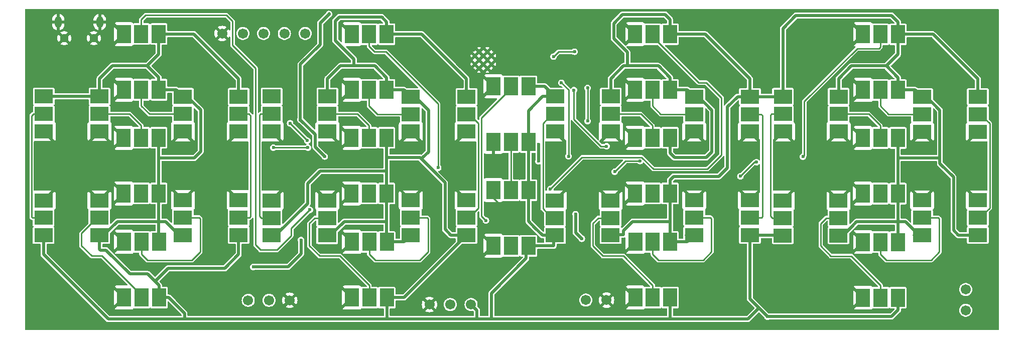
<source format=gbr>
%TF.GenerationSoftware,KiCad,Pcbnew,8.0.6*%
%TF.CreationDate,2024-11-20T22:12:31-08:00*%
%TF.ProjectId,SleepBud,536c6565-7042-4756-942e-6b696361645f,rev?*%
%TF.SameCoordinates,Original*%
%TF.FileFunction,Copper,L2,Bot*%
%TF.FilePolarity,Positive*%
%FSLAX46Y46*%
G04 Gerber Fmt 4.6, Leading zero omitted, Abs format (unit mm)*
G04 Created by KiCad (PCBNEW 8.0.6) date 2024-11-20 22:12:31*
%MOMM*%
%LPD*%
G01*
G04 APERTURE LIST*
%TA.AperFunction,HeatsinkPad*%
%ADD10C,0.600000*%
%TD*%
%TA.AperFunction,ComponentPad*%
%ADD11C,1.701800*%
%TD*%
%TA.AperFunction,ComponentPad*%
%ADD12O,1.200000X1.900000*%
%TD*%
%TA.AperFunction,ComponentPad*%
%ADD13C,1.450000*%
%TD*%
%TA.AperFunction,SMDPad,CuDef*%
%ADD14R,3.150000X2.400000*%
%TD*%
%TA.AperFunction,SMDPad,CuDef*%
%ADD15R,2.400000X3.150000*%
%TD*%
%TA.AperFunction,ViaPad*%
%ADD16C,0.600000*%
%TD*%
%TA.AperFunction,Conductor*%
%ADD17C,0.500000*%
%TD*%
%TA.AperFunction,Conductor*%
%ADD18C,0.250000*%
%TD*%
%TA.AperFunction,Conductor*%
%ADD19C,0.200000*%
%TD*%
G04 APERTURE END LIST*
D10*
%TO.P,U3,41,GND*%
%TO.N,GND*%
X133380000Y-62290000D03*
X133380000Y-63690000D03*
X134080000Y-61590000D03*
X134080000Y-62990000D03*
X134080000Y-64390000D03*
X134780000Y-62290000D03*
X134780000Y-63690000D03*
X135480000Y-61590000D03*
X135480000Y-62990000D03*
X135480000Y-64390000D03*
X136180000Y-62290000D03*
X136180000Y-63690000D03*
%TD*%
D11*
%TO.P,J5,1,1*%
%TO.N,+5V*%
X132720001Y-104280000D03*
%TO.P,J5,2,2*%
%TO.N,Net-(J5-Pad2)*%
X129220000Y-104280000D03*
%TO.P,J5,3,3*%
%TO.N,GND*%
X125720000Y-104280000D03*
%TD*%
%TO.P,J6,1,1*%
%TO.N,+5V*%
X216145000Y-105246601D03*
%TO.P,J6,2,2*%
%TO.N,Net-(Q2-D)*%
X216145000Y-101746599D03*
%TD*%
%TO.P,J4,1,1*%
%TO.N,+3.3V*%
X95129999Y-103580000D03*
%TO.P,J4,2,2*%
%TO.N,/IO8 - Output2*%
X98630000Y-103580000D03*
%TO.P,J4,3,3*%
%TO.N,GND*%
X102130000Y-103580000D03*
%TD*%
%TO.P,J1,1*%
%TO.N,+12V*%
X152069998Y-103540000D03*
%TO.P,J1,2*%
%TO.N,GND*%
X155570000Y-103540000D03*
%TD*%
D12*
%TO.P,J2,6,Shield*%
%TO.N,GND*%
X70090000Y-56612500D03*
D13*
X69090000Y-59312500D03*
X64090000Y-59312500D03*
D12*
X63090000Y-56612500D03*
%TD*%
D11*
%TO.P,J3,1,1*%
%TO.N,GND*%
X90740000Y-58520000D03*
%TO.P,J3,2,2*%
%TO.N,Net-(U3-IO7)*%
X94240001Y-58520000D03*
%TO.P,J3,3,3*%
%TO.N,Net-(U3-IO6)*%
X97740001Y-58520000D03*
%TO.P,J3,4,4*%
%TO.N,Net-(U3-IO5)*%
X101240002Y-58520000D03*
%TO.P,J3,5,5*%
%TO.N,Net-(U3-IO4)*%
X104740003Y-58520000D03*
%TD*%
D14*
%TO.P,D19,1,VDD*%
%TO.N,+5V*%
X131960000Y-92562500D03*
X122560000Y-92562500D03*
%TO.P,D19,2,DOUT*%
%TO.N,Net-(D19-DOUT)*%
X122560000Y-89612500D03*
%TO.P,D19,3,VSS*%
%TO.N,GND*%
X131960000Y-86662500D03*
X122560000Y-86662500D03*
%TO.P,D19,4,DIN*%
%TO.N,Net-(D18-DOUT)*%
X131960000Y-89612500D03*
%TD*%
%TO.P,D25,1,VDD*%
%TO.N,+5V*%
X84125000Y-69172500D03*
X93525000Y-69172500D03*
%TO.P,D25,2,DOUT*%
%TO.N,Net-(D25-DOUT)*%
X93525000Y-72122500D03*
%TO.P,D25,3,VSS*%
%TO.N,GND*%
X84125000Y-75072500D03*
X93525000Y-75072500D03*
%TO.P,D25,4,DIN*%
%TO.N,Net-(D24-DOUT)*%
X84125000Y-72122500D03*
%TD*%
%TO.P,D12,1,VDD*%
%TO.N,+5V*%
X156265000Y-92610000D03*
X146865000Y-92610000D03*
%TO.P,D12,2,DOUT*%
%TO.N,Net-(D12-DOUT)*%
X146865000Y-89660000D03*
%TO.P,D12,3,VSS*%
%TO.N,GND*%
X156265000Y-86710000D03*
X146865000Y-86710000D03*
%TO.P,D12,4,DIN*%
%TO.N,Net-(D11-DOUT)*%
X156265000Y-89660000D03*
%TD*%
D15*
%TO.P,D30,1,VDD*%
%TO.N,+5V*%
X80025000Y-76122500D03*
X80025000Y-85522500D03*
%TO.P,D30,2,DOUT*%
%TO.N,unconnected-(D30-DOUT-Pad2)*%
X77075000Y-85522500D03*
%TO.P,D30,3,VSS*%
%TO.N,GND*%
X74125000Y-76122500D03*
X74125000Y-85522500D03*
%TO.P,D30,4,DIN*%
%TO.N,Net-(D29-DOUT)*%
X77075000Y-76122500D03*
%TD*%
%TO.P,D23,1,VDD*%
%TO.N,+5V*%
X118460000Y-76137500D03*
X118460000Y-85537500D03*
%TO.P,D23,2,DOUT*%
%TO.N,unconnected-(D23-DOUT-Pad2)*%
X115510000Y-85537500D03*
%TO.P,D23,3,VSS*%
%TO.N,GND*%
X112560000Y-76137500D03*
X112560000Y-85537500D03*
%TO.P,D23,4,DIN*%
%TO.N,Net-(D22-DOUT)*%
X115510000Y-76137500D03*
%TD*%
%TO.P,D17,1,VDD*%
%TO.N,+5V*%
X118485000Y-58637500D03*
X118485000Y-68037500D03*
%TO.P,D17,2,DOUT*%
%TO.N,Net-(D17-DOUT)*%
X115535000Y-68037500D03*
%TO.P,D17,3,VSS*%
%TO.N,GND*%
X112585000Y-58637500D03*
X112585000Y-68037500D03*
%TO.P,D17,4,DIN*%
%TO.N,Net-(D17-DIN)*%
X115535000Y-58637500D03*
%TD*%
D14*
%TO.P,D9,1,VDD*%
%TO.N,+5V*%
X170365000Y-69185000D03*
X179765000Y-69185000D03*
%TO.P,D9,2,DOUT*%
%TO.N,Net-(D10-DIN)*%
X179765000Y-72135000D03*
%TO.P,D9,3,VSS*%
%TO.N,GND*%
X170365000Y-75085000D03*
X179765000Y-75085000D03*
%TO.P,D9,4,DIN*%
%TO.N,Net-(D8-DOUT)*%
X170365000Y-72135000D03*
%TD*%
%TO.P,D22,1,VDD*%
%TO.N,+5V*%
X99085000Y-69162500D03*
X108485000Y-69162500D03*
%TO.P,D22,2,DOUT*%
%TO.N,Net-(D22-DOUT)*%
X108485000Y-72112500D03*
%TO.P,D22,3,VSS*%
%TO.N,GND*%
X99085000Y-75062500D03*
X108485000Y-75062500D03*
%TO.P,D22,4,DIN*%
%TO.N,Net-(D21-DOUT)*%
X99085000Y-72112500D03*
%TD*%
D15*
%TO.P,D15,1,VDD*%
%TO.N,+5V*%
X142390000Y-67440000D03*
X142390000Y-76840000D03*
%TO.P,D15,2,DOUT*%
%TO.N,Net-(D15-DOUT)*%
X139440000Y-76840000D03*
%TO.P,D15,3,VSS*%
%TO.N,GND*%
X136490000Y-67440000D03*
X136490000Y-76840000D03*
%TO.P,D15,4,DIN*%
%TO.N,Net-(D15-DIN)*%
X139440000Y-67440000D03*
%TD*%
D14*
%TO.P,D5,1,VDD*%
%TO.N,+5V*%
X194700000Y-92625000D03*
X185300000Y-92625000D03*
%TO.P,D5,2,DOUT*%
%TO.N,Net-(D5-DOUT)*%
X185300000Y-89675000D03*
%TO.P,D5,3,VSS*%
%TO.N,GND*%
X194700000Y-86725000D03*
X185300000Y-86725000D03*
%TO.P,D5,4,DIN*%
%TO.N,Net-(D4-DOUT)*%
X194700000Y-89675000D03*
%TD*%
D15*
%TO.P,D1,1,VDD*%
%TO.N,+5V*%
X204725000Y-58650000D03*
X204725000Y-68050000D03*
%TO.P,D1,2,DOUT*%
%TO.N,Net-(D1-DOUT)*%
X201775000Y-68050000D03*
%TO.P,D1,3,VSS*%
%TO.N,GND*%
X198825000Y-58650000D03*
X198825000Y-68050000D03*
%TO.P,D1,4,DIN*%
%TO.N,Net-(D1-DIN)*%
X201775000Y-58650000D03*
%TD*%
%TO.P,D11,1,VDD*%
%TO.N,+5V*%
X166315000Y-93710000D03*
X166315000Y-103110000D03*
%TO.P,D11,2,DOUT*%
%TO.N,Net-(D11-DOUT)*%
X163365000Y-103110000D03*
%TO.P,D11,3,VSS*%
%TO.N,GND*%
X160415000Y-93710000D03*
X160415000Y-103110000D03*
%TO.P,D11,4,DIN*%
%TO.N,Net-(D10-DOUT)*%
X163365000Y-93710000D03*
%TD*%
%TO.P,D24,1,VDD*%
%TO.N,+5V*%
X80050000Y-58622500D03*
X80050000Y-68022500D03*
%TO.P,D24,2,DOUT*%
%TO.N,Net-(D24-DOUT)*%
X77100000Y-68022500D03*
%TO.P,D24,3,VSS*%
%TO.N,GND*%
X74150000Y-58622500D03*
X74150000Y-68022500D03*
%TO.P,D24,4,DIN*%
%TO.N,Net-(D24-DIN)*%
X77100000Y-58622500D03*
%TD*%
%TO.P,D7,1,VDD*%
%TO.N,+5V*%
X204700000Y-76150000D03*
X204700000Y-85550000D03*
%TO.P,D7,2,DOUT*%
%TO.N,unconnected-(D7-DOUT-Pad2)*%
X201750000Y-85550000D03*
%TO.P,D7,3,VSS*%
%TO.N,GND*%
X198800000Y-76150000D03*
X198800000Y-85550000D03*
%TO.P,D7,4,DIN*%
%TO.N,Net-(D6-DOUT)*%
X201750000Y-76150000D03*
%TD*%
D14*
%TO.P,D3,1,VDD*%
%TO.N,+5V*%
X218200000Y-92575000D03*
X208800000Y-92575000D03*
%TO.P,D3,2,DOUT*%
%TO.N,Net-(D3-DOUT)*%
X208800000Y-89625000D03*
%TO.P,D3,3,VSS*%
%TO.N,GND*%
X218200000Y-86675000D03*
X208800000Y-86675000D03*
%TO.P,D3,4,DIN*%
%TO.N,Net-(D2-DOUT)*%
X218200000Y-89625000D03*
%TD*%
%TO.P,D2,1,VDD*%
%TO.N,+5V*%
X208800000Y-69200000D03*
X218200000Y-69200000D03*
%TO.P,D2,2,DOUT*%
%TO.N,Net-(D2-DOUT)*%
X218200000Y-72150000D03*
%TO.P,D2,3,VSS*%
%TO.N,GND*%
X208800000Y-75100000D03*
X218200000Y-75100000D03*
%TO.P,D2,4,DIN*%
%TO.N,Net-(D1-DOUT)*%
X208800000Y-72150000D03*
%TD*%
D15*
%TO.P,D16,1,VDD*%
%TO.N,+5V*%
X142390000Y-84970000D03*
X142390000Y-94370000D03*
%TO.P,D16,2,DOUT*%
%TO.N,unconnected-(D16-DOUT-Pad2)*%
X139440000Y-94370000D03*
%TO.P,D16,3,VSS*%
%TO.N,GND*%
X136490000Y-84970000D03*
X136490000Y-94370000D03*
%TO.P,D16,4,DIN*%
%TO.N,Net-(D15-DOUT)*%
X139440000Y-84970000D03*
%TD*%
D14*
%TO.P,D18,1,VDD*%
%TO.N,+5V*%
X122560000Y-69187500D03*
X131960000Y-69187500D03*
%TO.P,D18,2,DOUT*%
%TO.N,Net-(D18-DOUT)*%
X131960000Y-72137500D03*
%TO.P,D18,3,VSS*%
%TO.N,GND*%
X122560000Y-75087500D03*
X131960000Y-75087500D03*
%TO.P,D18,4,DIN*%
%TO.N,Net-(D17-DOUT)*%
X122560000Y-72137500D03*
%TD*%
%TO.P,D10,1,VDD*%
%TO.N,+5V*%
X179765000Y-92560000D03*
X170365000Y-92560000D03*
%TO.P,D10,2,DOUT*%
%TO.N,Net-(D10-DOUT)*%
X170365000Y-89610000D03*
%TO.P,D10,3,VSS*%
%TO.N,GND*%
X179765000Y-86660000D03*
X170365000Y-86660000D03*
%TO.P,D10,4,DIN*%
%TO.N,Net-(D10-DIN)*%
X179765000Y-89610000D03*
%TD*%
D15*
%TO.P,D4,1,VDD*%
%TO.N,+5V*%
X204750000Y-93725000D03*
X204750000Y-103125000D03*
%TO.P,D4,2,DOUT*%
%TO.N,Net-(D4-DOUT)*%
X201800000Y-103125000D03*
%TO.P,D4,3,VSS*%
%TO.N,GND*%
X198850000Y-93725000D03*
X198850000Y-103125000D03*
%TO.P,D4,4,DIN*%
%TO.N,Net-(D3-DOUT)*%
X201800000Y-93725000D03*
%TD*%
D14*
%TO.P,D26,1,VDD*%
%TO.N,+5V*%
X93525000Y-92547500D03*
X84125000Y-92547500D03*
%TO.P,D26,2,DOUT*%
%TO.N,Net-(D26-DOUT)*%
X84125000Y-89597500D03*
%TO.P,D26,3,VSS*%
%TO.N,GND*%
X93525000Y-86647500D03*
X84125000Y-86647500D03*
%TO.P,D26,4,DIN*%
%TO.N,Net-(D25-DOUT)*%
X93525000Y-89597500D03*
%TD*%
D15*
%TO.P,D27,1,VDD*%
%TO.N,+5V*%
X80075000Y-93697500D03*
X80075000Y-103097500D03*
%TO.P,D27,2,DOUT*%
%TO.N,Net-(D27-DOUT)*%
X77125000Y-103097500D03*
%TO.P,D27,3,VSS*%
%TO.N,GND*%
X74175000Y-93697500D03*
X74175000Y-103097500D03*
%TO.P,D27,4,DIN*%
%TO.N,Net-(D26-DOUT)*%
X77125000Y-93697500D03*
%TD*%
D14*
%TO.P,D6,1,VDD*%
%TO.N,+5V*%
X185325000Y-69175000D03*
X194725000Y-69175000D03*
%TO.P,D6,2,DOUT*%
%TO.N,Net-(D6-DOUT)*%
X194725000Y-72125000D03*
%TO.P,D6,3,VSS*%
%TO.N,GND*%
X185325000Y-75075000D03*
X194725000Y-75075000D03*
%TO.P,D6,4,DIN*%
%TO.N,Net-(D5-DOUT)*%
X185325000Y-72125000D03*
%TD*%
D15*
%TO.P,D14,1,VDD*%
%TO.N,+5V*%
X166265000Y-76135000D03*
X166265000Y-85535000D03*
%TO.P,D14,2,DOUT*%
%TO.N,unconnected-(D14-DOUT-Pad2)*%
X163315000Y-85535000D03*
%TO.P,D14,3,VSS*%
%TO.N,GND*%
X160365000Y-76135000D03*
X160365000Y-85535000D03*
%TO.P,D14,4,DIN*%
%TO.N,Net-(D13-DOUT)*%
X163315000Y-76135000D03*
%TD*%
D14*
%TO.P,D13,1,VDD*%
%TO.N,+5V*%
X146890000Y-69160000D03*
X156290000Y-69160000D03*
%TO.P,D13,2,DOUT*%
%TO.N,Net-(D13-DOUT)*%
X156290000Y-72110000D03*
%TO.P,D13,3,VSS*%
%TO.N,GND*%
X146890000Y-75060000D03*
X156290000Y-75060000D03*
%TO.P,D13,4,DIN*%
%TO.N,Net-(D12-DOUT)*%
X146890000Y-72110000D03*
%TD*%
%TO.P,D21,1,VDD*%
%TO.N,+5V*%
X108460000Y-92612500D03*
X99060000Y-92612500D03*
%TO.P,D21,2,DOUT*%
%TO.N,Net-(D21-DOUT)*%
X99060000Y-89662500D03*
%TO.P,D21,3,VSS*%
%TO.N,GND*%
X108460000Y-86712500D03*
X99060000Y-86712500D03*
%TO.P,D21,4,DIN*%
%TO.N,Net-(D20-DOUT)*%
X108460000Y-89662500D03*
%TD*%
D15*
%TO.P,D8,1,VDD*%
%TO.N,+5V*%
X166290000Y-58635000D03*
X166290000Y-68035000D03*
%TO.P,D8,2,DOUT*%
%TO.N,Net-(D8-DOUT)*%
X163340000Y-68035000D03*
%TO.P,D8,3,VSS*%
%TO.N,GND*%
X160390000Y-58635000D03*
X160390000Y-68035000D03*
%TO.P,D8,4,DIN*%
%TO.N,Net-(D8-DIN)*%
X163340000Y-58635000D03*
%TD*%
D14*
%TO.P,D28,1,VDD*%
%TO.N,+5V*%
X70025000Y-92597500D03*
X60625000Y-92597500D03*
%TO.P,D28,2,DOUT*%
%TO.N,Net-(D28-DOUT)*%
X60625000Y-89647500D03*
%TO.P,D28,3,VSS*%
%TO.N,GND*%
X70025000Y-86697500D03*
X60625000Y-86697500D03*
%TO.P,D28,4,DIN*%
%TO.N,Net-(D27-DOUT)*%
X70025000Y-89647500D03*
%TD*%
D15*
%TO.P,D20,1,VDD*%
%TO.N,+5V*%
X118510000Y-93712500D03*
X118510000Y-103112500D03*
%TO.P,D20,2,DOUT*%
%TO.N,Net-(D20-DOUT)*%
X115560000Y-103112500D03*
%TO.P,D20,3,VSS*%
%TO.N,GND*%
X112610000Y-93712500D03*
X112610000Y-103112500D03*
%TO.P,D20,4,DIN*%
%TO.N,Net-(D19-DOUT)*%
X115560000Y-93712500D03*
%TD*%
D14*
%TO.P,D29,1,VDD*%
%TO.N,+5V*%
X60650000Y-69147500D03*
X70050000Y-69147500D03*
%TO.P,D29,2,DOUT*%
%TO.N,Net-(D29-DOUT)*%
X70050000Y-72097500D03*
%TO.P,D29,3,VSS*%
%TO.N,GND*%
X60650000Y-75047500D03*
X70050000Y-75047500D03*
%TO.P,D29,4,DIN*%
%TO.N,Net-(D28-DOUT)*%
X60650000Y-72097500D03*
%TD*%
D16*
%TO.N,GND*%
X178090000Y-79550000D03*
X190620000Y-74090000D03*
X65820000Y-95520000D03*
X94430000Y-64570000D03*
X83360000Y-56630000D03*
X73070000Y-62250000D03*
X63410000Y-66500000D03*
X65860000Y-71010000D03*
X89410000Y-75380000D03*
X78600000Y-73350000D03*
X79490000Y-70830000D03*
X75360000Y-65310000D03*
X71630000Y-66370000D03*
X67970000Y-66010000D03*
%TO.N,+5V*%
X99085000Y-69162500D03*
X93525000Y-69172500D03*
%TO.N,GND*%
X114110000Y-60970000D03*
X113200000Y-58640000D03*
%TO.N,+5V*%
X142280000Y-85100000D03*
%TO.N,GND*%
X177490000Y-94350000D03*
%TO.N,+3.3V*%
X151400000Y-93170000D03*
X150350000Y-89020000D03*
%TO.N,GND*%
X146865000Y-86710000D03*
%TO.N,+5V*%
X166277500Y-93672500D03*
%TO.N,GND*%
X143700000Y-82700000D03*
X118680000Y-60840000D03*
X110100000Y-100900000D03*
X207200000Y-106900000D03*
X93700000Y-80600000D03*
X111500000Y-65300000D03*
X221100000Y-60000000D03*
X198850000Y-93725000D03*
X209700000Y-98800000D03*
X65600000Y-54900000D03*
X211100000Y-84300000D03*
X62600000Y-84600000D03*
X110100000Y-83700000D03*
X74175000Y-103097500D03*
X103600000Y-102100000D03*
X156900000Y-105000000D03*
X196600000Y-82900000D03*
X169400000Y-103000000D03*
X126070000Y-96580000D03*
X58000000Y-54900000D03*
X187500000Y-84100000D03*
X134450000Y-69290000D03*
X70290000Y-83540000D03*
X73200000Y-70700000D03*
X171000000Y-105700000D03*
X146600000Y-55200000D03*
X130800000Y-83700000D03*
X74175000Y-93697500D03*
X192000000Y-84100000D03*
X87000000Y-84200000D03*
X71600000Y-56600000D03*
X151530000Y-81240000D03*
X136170000Y-81030000D03*
X163300000Y-78700000D03*
X190800000Y-95400000D03*
X138350000Y-87250000D03*
X84100000Y-63300000D03*
X171800000Y-62900000D03*
X158180000Y-58330000D03*
X213350000Y-87704050D03*
X194600000Y-78000000D03*
X149780000Y-83820000D03*
X93525000Y-75072500D03*
X83700000Y-80600000D03*
X129490000Y-87340000D03*
X195300000Y-99500000D03*
X215900000Y-84200000D03*
X144900000Y-97100000D03*
X203300000Y-73500000D03*
X108500000Y-62090000D03*
X70400000Y-60700000D03*
X141200000Y-82700000D03*
X112610000Y-93712500D03*
X70050000Y-75047500D03*
X136490000Y-94370000D03*
X103400000Y-80600000D03*
X124100000Y-77000000D03*
X74900000Y-80700000D03*
X89400000Y-59900000D03*
X129300000Y-55300000D03*
X210500000Y-103900000D03*
X84125000Y-75072500D03*
X221200000Y-108100000D03*
X117900000Y-73500000D03*
X67600000Y-54900000D03*
X66080000Y-80900000D03*
X208600000Y-77600000D03*
X157200000Y-84000000D03*
X125700000Y-55200000D03*
X215700000Y-77500000D03*
X61400000Y-56600000D03*
X158300000Y-100900000D03*
X143100000Y-55300000D03*
X185325000Y-75075000D03*
X62700000Y-60700000D03*
X124700000Y-102500000D03*
X58000000Y-108100000D03*
X221100000Y-68300000D03*
X101400000Y-84300000D03*
X179765000Y-75085000D03*
X73200000Y-88600000D03*
X99085000Y-75062500D03*
X198850000Y-103125000D03*
X91400000Y-84100000D03*
X177630000Y-84370000D03*
X122800000Y-82100000D03*
X89600000Y-91700000D03*
X157400000Y-62200000D03*
X160000000Y-70700000D03*
X158360000Y-66010000D03*
X114200000Y-88600000D03*
X221200000Y-54900000D03*
X130800000Y-81300000D03*
X62800000Y-77200000D03*
X170365000Y-75085000D03*
X218200000Y-75100000D03*
%TO.N,+3.3V*%
X152380000Y-73310000D03*
X108770000Y-55240000D03*
X161240119Y-80055000D03*
X103940000Y-73070000D03*
X144095000Y-80075000D03*
X96000000Y-97940000D03*
X144095000Y-77240000D03*
X156960000Y-81860000D03*
X104050000Y-93400000D03*
X152380000Y-67720000D03*
X108035000Y-79295000D03*
%TO.N,+5V*%
X182730000Y-106330000D03*
%TO.N,/IO37-SQW{slash}INT*%
X150060000Y-68080000D03*
X155575000Y-77575000D03*
%TO.N,/IO38-OE*%
X147945000Y-66840000D03*
X149170000Y-79260000D03*
%TO.N,Net-(U3-IO19)*%
X102200000Y-73700000D03*
X105100000Y-76610000D03*
%TO.N,Net-(U3-IO20)*%
X99370000Y-77790000D03*
X105200000Y-77790000D03*
%TO.N,Net-(D1-DIN)*%
X180870000Y-80250000D03*
X178150000Y-82610000D03*
X188710000Y-79320000D03*
%TO.N,Net-(D8-DIN)*%
X146080000Y-84780000D03*
%TO.N,Net-(D15-DIN)*%
X135232886Y-90102886D03*
%TO.N,Net-(D17-DIN)*%
X127175000Y-81185000D03*
%TO.N,Net-(D24-DIN)*%
X105525000Y-88295000D03*
%TO.N,Net-(JP3-TDI)*%
X146640000Y-62430000D03*
X150170000Y-61600000D03*
%TD*%
D17*
%TO.N,+5V*%
X80025000Y-79550000D02*
X80025000Y-85522500D01*
X211800000Y-79350000D02*
X211800000Y-80500000D01*
X211800000Y-80500000D02*
X211930000Y-80630000D01*
X211930000Y-80630000D02*
X214100000Y-82800000D01*
X211800000Y-79350000D02*
X211610000Y-79540000D01*
X204700000Y-79540000D02*
X211610000Y-79540000D01*
X211800000Y-77530000D02*
X211800000Y-79350000D01*
X211800000Y-71475000D02*
X211800000Y-77530000D01*
X204700000Y-79540000D02*
X204700000Y-80790000D01*
X204700000Y-78290000D02*
X204700000Y-79540000D01*
X204700000Y-85550000D02*
X204700000Y-80790000D01*
X204700000Y-78290000D02*
X204700000Y-76150000D01*
X156385000Y-92490000D02*
X156265000Y-92610000D01*
X158440000Y-92490000D02*
X156385000Y-92490000D01*
X158440000Y-91805000D02*
X158440000Y-92490000D01*
X159960000Y-90285000D02*
X158440000Y-91805000D01*
X166265000Y-90385000D02*
X166165000Y-90285000D01*
X166165000Y-90285000D02*
X159960000Y-90285000D01*
X169215000Y-93710000D02*
X170365000Y-92560000D01*
X166315000Y-93710000D02*
X169215000Y-93710000D01*
D18*
%TO.N,Net-(D12-DOUT)*%
X146440000Y-72110000D02*
X146890000Y-72110000D01*
X144840000Y-88110000D02*
X144840000Y-73710000D01*
X146865000Y-89660000D02*
X146390000Y-89660000D01*
X146390000Y-89660000D02*
X144840000Y-88110000D01*
X144840000Y-73710000D02*
X146440000Y-72110000D01*
D17*
%TO.N,+5V*%
X142390000Y-67440000D02*
X145170000Y-67440000D01*
X145170000Y-67440000D02*
X146890000Y-69160000D01*
D18*
%TO.N,Net-(D18-DOUT)*%
X132435000Y-72137500D02*
X133985000Y-73687500D01*
X131960000Y-72137500D02*
X132435000Y-72137500D01*
X132342500Y-89612500D02*
X131960000Y-89612500D01*
X133985000Y-87970000D02*
X132342500Y-89612500D01*
X133985000Y-73687500D02*
X133985000Y-87970000D01*
D17*
%TO.N,+5V*%
X146650000Y-94370000D02*
X146650000Y-92825000D01*
X146650000Y-92825000D02*
X146865000Y-92610000D01*
X146290000Y-94370000D02*
X146650000Y-94370000D01*
X142390000Y-94370000D02*
X146290000Y-94370000D01*
X121410000Y-93712500D02*
X122560000Y-92562500D01*
X118510000Y-93712500D02*
X121410000Y-93712500D01*
X118360000Y-90287500D02*
X118362500Y-90290000D01*
X118460000Y-79450000D02*
X124062500Y-79450000D01*
X124062500Y-79450000D02*
X124100000Y-79487500D01*
X118460000Y-79450000D02*
X118460000Y-80900000D01*
X118460000Y-78687500D02*
X118460000Y-79450000D01*
X118460000Y-81740000D02*
X118460000Y-80900000D01*
X87125000Y-78472500D02*
X86323750Y-79273750D01*
X86323750Y-79273750D02*
X86125000Y-79472500D01*
X80025000Y-79550000D02*
X86047500Y-79550000D01*
X80025000Y-78672500D02*
X80025000Y-79550000D01*
X86047500Y-79550000D02*
X86323750Y-79273750D01*
X129290000Y-92562500D02*
X129290000Y-92550000D01*
X128330000Y-83717500D02*
X128330000Y-91590000D01*
X129290000Y-92550000D02*
X128330000Y-91590000D01*
X129290000Y-92562500D02*
X131960000Y-92562500D01*
X124100000Y-79487500D02*
X128330000Y-83717500D01*
D18*
%TO.N,Net-(D17-DIN)*%
X115535000Y-60685000D02*
X115535000Y-58637500D01*
X116471250Y-61621250D02*
X115535000Y-60685000D01*
X118368750Y-61621250D02*
X116471250Y-61621250D01*
X127175000Y-70427500D02*
X118368750Y-61621250D01*
X127175000Y-81185000D02*
X127175000Y-70427500D01*
D17*
%TO.N,+5V*%
X109800000Y-59270000D02*
X109800000Y-59690000D01*
X112240000Y-63987500D02*
X112940000Y-63987500D01*
X109800000Y-59690000D02*
X112940000Y-62830000D01*
X109800000Y-56430000D02*
X109800000Y-59270000D01*
X112940000Y-63987500D02*
X116510000Y-63987500D01*
X112940000Y-62830000D02*
X112940000Y-63987500D01*
X110490000Y-55740000D02*
X109800000Y-56430000D01*
X117662500Y-55740000D02*
X118485000Y-56562500D01*
X110490000Y-55740000D02*
X117662500Y-55740000D01*
X118485000Y-56562500D02*
X118485000Y-58637500D01*
X110660000Y-63987500D02*
X112240000Y-63987500D01*
%TO.N,+3.3V*%
X107285000Y-56725000D02*
X108770000Y-55240000D01*
X107285000Y-60395000D02*
X107285000Y-56725000D01*
X103940000Y-63740000D02*
X107285000Y-60395000D01*
%TO.N,+5V*%
X204725000Y-56575000D02*
X204725000Y-58650000D01*
X203640000Y-55490000D02*
X204725000Y-56575000D01*
X185325000Y-57665000D02*
X187500000Y-55490000D01*
X187500000Y-55490000D02*
X203640000Y-55490000D01*
X185325000Y-69175000D02*
X185325000Y-57665000D01*
X217470000Y-92570000D02*
X217475000Y-92575000D01*
X214910000Y-92570000D02*
X217470000Y-92570000D01*
X214100000Y-91760000D02*
X214910000Y-92570000D01*
X217475000Y-92575000D02*
X218200000Y-92575000D01*
X214100000Y-82800000D02*
X214100000Y-91760000D01*
X166265000Y-83245000D02*
X166265000Y-85535000D01*
X174490000Y-82660000D02*
X166850000Y-82660000D01*
X166850000Y-82660000D02*
X166265000Y-83245000D01*
X175950000Y-81200000D02*
X174490000Y-82660000D01*
X175950000Y-70925000D02*
X175950000Y-81200000D01*
X179765000Y-69185000D02*
X177690000Y-69185000D01*
X177690000Y-69185000D02*
X175950000Y-70925000D01*
X159070000Y-61640000D02*
X159070000Y-63985000D01*
X156780000Y-59350000D02*
X159070000Y-61640000D01*
X156780000Y-58140000D02*
X156780000Y-59350000D01*
X156780000Y-58140000D02*
X156780000Y-56810000D01*
X165450000Y-55320000D02*
X166290000Y-56160000D01*
X158270000Y-55320000D02*
X165450000Y-55320000D01*
X156780000Y-56810000D02*
X158270000Y-55320000D01*
X166290000Y-56160000D02*
X166290000Y-58635000D01*
X159070000Y-63985000D02*
X164315000Y-63985000D01*
X158465000Y-63985000D02*
X159070000Y-63985000D01*
X105180000Y-87217500D02*
X105180000Y-83850000D01*
X105180000Y-83850000D02*
X107250000Y-81780000D01*
X118420000Y-81780000D02*
X118460000Y-81740000D01*
X99060000Y-92612500D02*
X99785000Y-92612500D01*
X99785000Y-92612500D02*
X105180000Y-87217500D01*
X107250000Y-81780000D02*
X118420000Y-81780000D01*
X118460000Y-85537500D02*
X118460000Y-81740000D01*
X169215000Y-68035000D02*
X170365000Y-69185000D01*
X166290000Y-68035000D02*
X169215000Y-68035000D01*
X71530000Y-106730000D02*
X85170000Y-106730000D01*
X60625000Y-92597500D02*
X60625000Y-95825000D01*
X60625000Y-95825000D02*
X71530000Y-106730000D01*
X85170000Y-106730000D02*
X84390000Y-106730000D01*
X118520000Y-106730000D02*
X85170000Y-106730000D01*
X81717500Y-103097500D02*
X84390000Y-105770000D01*
X80075000Y-103097500D02*
X81717500Y-103097500D01*
X84390000Y-105770000D02*
X84390000Y-106730000D01*
X93525000Y-95835000D02*
X93525000Y-92547500D01*
X79411250Y-100358750D02*
X81600000Y-98170000D01*
X79411250Y-100358750D02*
X78169664Y-99117164D01*
X81600000Y-98170000D02*
X91190000Y-98170000D01*
X80075000Y-101022500D02*
X79411250Y-100358750D01*
X91190000Y-98170000D02*
X93525000Y-95835000D01*
X70025000Y-94935000D02*
X70025000Y-92597500D01*
X75187164Y-99117164D02*
X71170000Y-95100000D01*
X78169664Y-99117164D02*
X75187164Y-99117164D01*
X71170000Y-95100000D02*
X70190000Y-95100000D01*
X80075000Y-103097500D02*
X80075000Y-101022500D01*
X70190000Y-95100000D02*
X70025000Y-94935000D01*
D18*
%TO.N,Net-(D27-DOUT)*%
X67025000Y-94372500D02*
X67025000Y-92272500D01*
X67025000Y-92272500D02*
X69650000Y-89647500D01*
X68725000Y-96072500D02*
X67025000Y-94372500D01*
D17*
%TO.N,+5V*%
X70025000Y-92597500D02*
X70025000Y-93109327D01*
D18*
%TO.N,Net-(D27-DOUT)*%
X70475000Y-96072500D02*
X68725000Y-96072500D01*
X77125000Y-102722500D02*
X70475000Y-96072500D01*
X69650000Y-89647500D02*
X70025000Y-89647500D01*
X77125000Y-103097500D02*
X77125000Y-102722500D01*
D17*
%TO.N,+3.3V*%
X150350000Y-92120000D02*
X151400000Y-93170000D01*
X150350000Y-89020000D02*
X150350000Y-92120000D01*
D18*
%TO.N,Net-(D28-DOUT)*%
X58600000Y-89500000D02*
X58747500Y-89647500D01*
X58747500Y-89647500D02*
X60625000Y-89647500D01*
X58930000Y-72097500D02*
X58600000Y-72427500D01*
X58600000Y-72427500D02*
X58600000Y-89500000D01*
X60650000Y-72097500D02*
X58930000Y-72097500D01*
D17*
%TO.N,+5V*%
X83517500Y-92547500D02*
X84125000Y-92547500D01*
X70750000Y-92597500D02*
X73075000Y-90272500D01*
X73075000Y-90272500D02*
X81242500Y-90272500D01*
X81242500Y-90272500D02*
X83517500Y-92547500D01*
X70025000Y-92597500D02*
X70750000Y-92597500D01*
X80025000Y-93647500D02*
X80075000Y-93697500D01*
X80025000Y-85522500D02*
X80025000Y-93647500D01*
D18*
%TO.N,Net-(D25-DOUT)*%
X95262500Y-72122500D02*
X95550000Y-72410000D01*
X95550000Y-74830000D02*
X95550000Y-88297500D01*
X95550000Y-72410000D02*
X95550000Y-74830000D01*
X95262500Y-72122500D02*
X93525000Y-72122500D01*
X95550000Y-73590000D02*
X95550000Y-72410000D01*
X95550000Y-73590000D02*
X95550000Y-73830000D01*
D17*
%TO.N,+5V*%
X166277500Y-93672500D02*
X166315000Y-93710000D01*
X185235000Y-92560000D02*
X185300000Y-92625000D01*
X179765000Y-92560000D02*
X185235000Y-92560000D01*
X121410000Y-68037500D02*
X122560000Y-69187500D01*
X118485000Y-68037500D02*
X121410000Y-68037500D01*
D18*
%TO.N,Net-(D21-DOUT)*%
X97362500Y-89662500D02*
X99060000Y-89662500D01*
X97035000Y-89335000D02*
X97362500Y-89662500D01*
X97217500Y-72112500D02*
X97035000Y-72295000D01*
X99085000Y-72112500D02*
X97217500Y-72112500D01*
X97035000Y-72295000D02*
X97035000Y-89335000D01*
%TO.N,Net-(D25-DOUT)*%
X95372500Y-89597500D02*
X93525000Y-89597500D01*
X95550000Y-88297500D02*
X95550000Y-89420000D01*
X95550000Y-89420000D02*
X95372500Y-89597500D01*
X95550000Y-73830000D02*
X95550000Y-72410000D01*
%TO.N,Net-(D28-DOUT)*%
X60277500Y-89647500D02*
X60625000Y-89647500D01*
D17*
%TO.N,+5V*%
X82975000Y-68022500D02*
X84125000Y-69172500D01*
X80050000Y-68022500D02*
X82975000Y-68022500D01*
D18*
%TO.N,Net-(D24-DIN)*%
X77100000Y-56180000D02*
X77100000Y-58622500D01*
X91480000Y-55450000D02*
X77830000Y-55450000D01*
X92480000Y-60500000D02*
X92480000Y-56450000D01*
X96370000Y-64390000D02*
X92480000Y-60500000D01*
X96370000Y-94230000D02*
X96370000Y-64390000D01*
X97210000Y-95070000D02*
X96370000Y-94230000D01*
X99977500Y-95070000D02*
X97210000Y-95070000D01*
X102393750Y-91426250D02*
X102393750Y-92653750D01*
X105525000Y-88295000D02*
X102393750Y-91426250D01*
X77830000Y-55450000D02*
X77100000Y-56180000D01*
X102393750Y-92653750D02*
X99977500Y-95070000D01*
X92480000Y-56450000D02*
X91480000Y-55450000D01*
D17*
%TO.N,+5V*%
X80050000Y-61997500D02*
X80050000Y-58622500D01*
X78075000Y-63972500D02*
X80050000Y-61997500D01*
X60650000Y-69147500D02*
X70050000Y-69147500D01*
X143480000Y-91300000D02*
X144790000Y-92610000D01*
X142390000Y-90210000D02*
X143480000Y-91300000D01*
X144790000Y-92610000D02*
X146865000Y-92610000D01*
X142390000Y-84970000D02*
X142390000Y-90210000D01*
X144815000Y-69160000D02*
X142390000Y-71585000D01*
X142390000Y-71585000D02*
X142390000Y-76840000D01*
X146890000Y-69160000D02*
X144815000Y-69160000D01*
X185315000Y-69185000D02*
X185325000Y-69175000D01*
X179765000Y-69185000D02*
X185315000Y-69185000D01*
X204725000Y-62025000D02*
X202750000Y-64000000D01*
X204725000Y-58650000D02*
X204725000Y-62025000D01*
X207650000Y-68050000D02*
X208800000Y-69200000D01*
X204725000Y-68050000D02*
X207650000Y-68050000D01*
X121410000Y-103112500D02*
X131960000Y-92562500D01*
X118510000Y-103112500D02*
X121410000Y-103112500D01*
X122187500Y-92190000D02*
X122560000Y-92562500D01*
X109007500Y-92612500D02*
X108460000Y-92612500D01*
X111332500Y-90287500D02*
X109007500Y-92612500D01*
X118460000Y-90387500D02*
X118360000Y-90287500D01*
X118360000Y-90287500D02*
X111332500Y-90287500D01*
X197750000Y-90300000D02*
X197000000Y-91050000D01*
X204600000Y-90300000D02*
X197750000Y-90300000D01*
X204570000Y-90270000D02*
X204700000Y-90400000D01*
X195425000Y-92625000D02*
X197000000Y-91050000D01*
X194700000Y-92625000D02*
X195425000Y-92625000D01*
X195675000Y-92625000D02*
X194700000Y-92625000D01*
X166315000Y-106695000D02*
X166280000Y-106730000D01*
X166315000Y-103110000D02*
X166315000Y-106695000D01*
X166280000Y-106730000D02*
X136300000Y-106730000D01*
X179430000Y-106730000D02*
X166280000Y-106730000D01*
X118510000Y-103112500D02*
X118510000Y-106720000D01*
X122480000Y-106730000D02*
X118520000Y-106730000D01*
X118510000Y-106720000D02*
X118520000Y-106730000D01*
X142025000Y-94735000D02*
X142390000Y-94370000D01*
X142025000Y-96515000D02*
X142025000Y-94735000D01*
X142025000Y-96515000D02*
X136160000Y-102380000D01*
X208265000Y-92575000D02*
X205990000Y-90300000D01*
X205990000Y-90300000D02*
X204600000Y-90300000D01*
X208800000Y-92575000D02*
X208265000Y-92575000D01*
D18*
%TO.N,Net-(D8-DIN)*%
X151430000Y-79430000D02*
X146080000Y-84780000D01*
X161499003Y-79430000D02*
X151430000Y-79430000D01*
X163469003Y-81400000D02*
X161499003Y-79430000D01*
X174970000Y-79010000D02*
X172580000Y-81400000D01*
X172580000Y-81400000D02*
X163469003Y-81400000D01*
X174970000Y-69390000D02*
X174970000Y-79010000D01*
X171160000Y-66830000D02*
X172410000Y-66830000D01*
X163340000Y-59010000D02*
X171160000Y-66830000D01*
X172410000Y-66830000D02*
X174970000Y-69390000D01*
X163340000Y-58635000D02*
X163340000Y-59010000D01*
%TO.N,Net-(D2-DOUT)*%
X218200000Y-72150000D02*
X218645000Y-72150000D01*
X218645000Y-72150000D02*
X220225000Y-73730000D01*
X220225000Y-87975000D02*
X220225000Y-73730000D01*
X218200000Y-89625000D02*
X218575000Y-89625000D01*
X218575000Y-89625000D02*
X220225000Y-87975000D01*
D17*
%TO.N,+5V*%
X207475000Y-92575000D02*
X208800000Y-92575000D01*
D18*
%TO.N,Net-(D10-DIN)*%
X181665000Y-72135000D02*
X181850000Y-72320000D01*
X179765000Y-72135000D02*
X181665000Y-72135000D01*
X181850000Y-72320000D02*
X181850000Y-89430000D01*
X181670000Y-89610000D02*
X181850000Y-89430000D01*
X179765000Y-89610000D02*
X181670000Y-89610000D01*
%TO.N,Net-(D5-DOUT)*%
X183435000Y-72125000D02*
X183240000Y-72320000D01*
X185325000Y-72125000D02*
X183435000Y-72125000D01*
X183240000Y-89330000D02*
X183240000Y-72320000D01*
X183585000Y-89675000D02*
X183240000Y-89330000D01*
X185300000Y-89675000D02*
X183585000Y-89675000D01*
D19*
%TO.N,Net-(D10-DIN)*%
X180360000Y-89610000D02*
X179765000Y-89610000D01*
%TO.N,GND*%
X136490000Y-84970000D02*
X136490000Y-86290000D01*
D17*
X136490000Y-79570000D02*
X136510000Y-79590000D01*
X136490000Y-76840000D02*
X136490000Y-79570000D01*
D18*
X136490000Y-86290000D02*
X137670000Y-87470000D01*
D17*
%TO.N,+3.3V*%
X106460000Y-75590000D02*
X103940000Y-73070000D01*
X108770000Y-55240000D02*
X108770000Y-55180000D01*
X106460000Y-77720000D02*
X106460000Y-75590000D01*
X104050000Y-93400000D02*
X104050000Y-95730000D01*
D18*
X161240119Y-79999881D02*
X161240119Y-80055000D01*
D17*
X104050000Y-95730000D02*
X101840000Y-97940000D01*
D18*
X161290000Y-79950000D02*
X161240119Y-79999881D01*
D17*
X103940000Y-73070000D02*
X103940000Y-63740000D01*
X144095000Y-80075000D02*
X144095000Y-77240000D01*
D18*
X158765000Y-80055000D02*
X161240119Y-80055000D01*
X152380000Y-73310000D02*
X152380000Y-73340000D01*
X156960000Y-81860000D02*
X158765000Y-80055000D01*
X152380000Y-67720000D02*
X152380000Y-73310000D01*
D17*
X101840000Y-97940000D02*
X96000000Y-97940000D01*
X108035000Y-79295000D02*
X106460000Y-77720000D01*
%TO.N,+5V*%
X202750000Y-64000000D02*
X204725000Y-65975000D01*
X194725000Y-66175000D02*
X196900000Y-64000000D01*
X84125000Y-69172500D02*
X84850000Y-69172500D01*
X118460000Y-93662500D02*
X118510000Y-93712500D01*
X179765000Y-92560000D02*
X179765000Y-103365000D01*
X172365000Y-79485000D02*
X167065000Y-79485000D01*
X122560000Y-69187500D02*
X123285000Y-69187500D01*
X204700000Y-89800000D02*
X204700000Y-90400000D01*
X179765000Y-66185000D02*
X172215000Y-58635000D01*
X93525000Y-66172500D02*
X85975000Y-58622500D01*
X78075000Y-63972500D02*
X80050000Y-65947500D01*
X218200000Y-69200000D02*
X218200000Y-66200000D01*
X133710000Y-106730000D02*
X122480000Y-106730000D01*
X173365000Y-78485000D02*
X172365000Y-79485000D01*
X136160000Y-102380000D02*
X136160000Y-106590000D01*
X116510000Y-63987500D02*
X118485000Y-65962500D01*
X166265000Y-89785000D02*
X166265000Y-90385000D01*
X118460000Y-90387500D02*
X118460000Y-93662500D01*
X204600000Y-90300000D02*
X204700000Y-90400000D01*
X84125000Y-92547500D02*
X82800000Y-92547500D01*
X166290000Y-65960000D02*
X166290000Y-68035000D01*
X179765000Y-103365000D02*
X181280000Y-104880000D01*
X85975000Y-58622500D02*
X80050000Y-58622500D01*
X156290000Y-66160000D02*
X158465000Y-63985000D01*
X142390000Y-82500000D02*
X142390000Y-84970000D01*
X118460000Y-89787500D02*
X118460000Y-90387500D01*
X108485000Y-66162500D02*
X110660000Y-63987500D01*
X166265000Y-85535000D02*
X166265000Y-89785000D01*
X93525000Y-66172500D02*
X93525000Y-69172500D01*
X166265000Y-90385000D02*
X166265000Y-93660000D01*
X194725000Y-69175000D02*
X194725000Y-66175000D01*
X118485000Y-65962500D02*
X118485000Y-68037500D01*
X181280000Y-104880000D02*
X182730000Y-106330000D01*
X125560000Y-78487500D02*
X124560000Y-79487500D01*
X70050000Y-69147500D02*
X70050000Y-66147500D01*
X72225000Y-63972500D02*
X78075000Y-63972500D01*
X142390000Y-76840000D02*
X142390000Y-82500000D01*
X133710000Y-105269999D02*
X132720001Y-104280000D01*
X170365000Y-69185000D02*
X171090000Y-69185000D01*
X204750000Y-105200000D02*
X204750000Y-103125000D01*
X84850000Y-69172500D02*
X87125000Y-71447500D01*
X218200000Y-66200000D02*
X210650000Y-58650000D01*
X179765000Y-69185000D02*
X179765000Y-66185000D01*
X108485000Y-69162500D02*
X108485000Y-66162500D01*
X203620000Y-106330000D02*
X204750000Y-105200000D01*
X118460000Y-78687500D02*
X118460000Y-76137500D01*
X172215000Y-58635000D02*
X166290000Y-58635000D01*
X124410000Y-58637500D02*
X118485000Y-58637500D01*
X80025000Y-78672500D02*
X80025000Y-76122500D01*
X87125000Y-71447500D02*
X87125000Y-78472500D01*
X173365000Y-71460000D02*
X173365000Y-78485000D01*
X204725000Y-65975000D02*
X204725000Y-68050000D01*
X167065000Y-79485000D02*
X166265000Y-78685000D01*
X181280000Y-104880000D02*
X179430000Y-106730000D01*
X171090000Y-69185000D02*
X173365000Y-71460000D01*
X196900000Y-64000000D02*
X202750000Y-64000000D01*
X204700000Y-93675000D02*
X204750000Y-93725000D01*
X156290000Y-69160000D02*
X156290000Y-66160000D01*
X136160000Y-106590000D02*
X136300000Y-106730000D01*
X204700000Y-90400000D02*
X204700000Y-93675000D01*
X166265000Y-93660000D02*
X166277500Y-93672500D01*
X108460000Y-92612500D02*
X109435000Y-92612500D01*
X209525000Y-69200000D02*
X211800000Y-71475000D01*
X80050000Y-65947500D02*
X80050000Y-68022500D01*
X70050000Y-66147500D02*
X72225000Y-63972500D01*
X125560000Y-71462500D02*
X125560000Y-78487500D01*
X166265000Y-78685000D02*
X166265000Y-76135000D01*
X133710000Y-106730000D02*
X133710000Y-105269999D01*
X123285000Y-69187500D02*
X125560000Y-71462500D01*
X131960000Y-69187500D02*
X131960000Y-66187500D01*
X118460000Y-85537500D02*
X118460000Y-89787500D01*
X164315000Y-63985000D02*
X166290000Y-65960000D01*
X204700000Y-85550000D02*
X204700000Y-89800000D01*
X136300000Y-106730000D02*
X133710000Y-106730000D01*
X131960000Y-66187500D02*
X124410000Y-58637500D01*
X208800000Y-69200000D02*
X209525000Y-69200000D01*
X170365000Y-92560000D02*
X169040000Y-92560000D01*
X210650000Y-58650000D02*
X204725000Y-58650000D01*
X182730000Y-106330000D02*
X203620000Y-106330000D01*
D18*
%TO.N,/IO37-SQW{slash}INT*%
X154645000Y-77575000D02*
X155575000Y-77575000D01*
X150060000Y-72990000D02*
X154645000Y-77575000D01*
X150060000Y-68080000D02*
X150060000Y-72990000D01*
D19*
%TO.N,/IO38-OE*%
X147945000Y-66840000D02*
X147860000Y-66840000D01*
D18*
X149170000Y-79260000D02*
X149170000Y-68065000D01*
X147945000Y-66840000D02*
X149170000Y-68065000D01*
%TO.N,Net-(U3-IO19)*%
X102590000Y-74100000D02*
X102590000Y-74090000D01*
X102590000Y-74090000D02*
X102200000Y-73700000D01*
X105100000Y-76610000D02*
X102590000Y-74100000D01*
%TO.N,Net-(U3-IO20)*%
X99370000Y-77790000D02*
X99300000Y-77790000D01*
X105200000Y-77790000D02*
X99370000Y-77790000D01*
%TO.N,Net-(D1-DOUT)*%
X201775000Y-68050000D02*
X201775000Y-70775000D01*
X201775000Y-70775000D02*
X203150000Y-72150000D01*
X203150000Y-72150000D02*
X208800000Y-72150000D01*
%TO.N,Net-(D1-DIN)*%
X180510000Y-80250000D02*
X180870000Y-80250000D01*
D19*
X201775000Y-58650000D02*
X201775000Y-59025000D01*
D18*
X178150000Y-82610000D02*
X180510000Y-80250000D01*
X188940000Y-79090000D02*
X188940000Y-69950000D01*
X197840000Y-61050000D02*
X201515000Y-61050000D01*
X188940000Y-69950000D02*
X197840000Y-61050000D01*
X201775000Y-60790000D02*
X201775000Y-58650000D01*
X201515000Y-61050000D02*
X201775000Y-60790000D01*
D19*
X188940000Y-79090000D02*
X188710000Y-79320000D01*
D17*
%TO.N,Net-(D2-DOUT)*%
X218925000Y-89625000D02*
X218200000Y-89625000D01*
X218200000Y-72150000D02*
X218925000Y-72150000D01*
D18*
%TO.N,Net-(D3-DOUT)*%
X208800000Y-89625000D02*
X211525000Y-89625000D01*
X211700000Y-95400000D02*
X210300000Y-96800000D01*
X210300000Y-96800000D02*
X202800000Y-96800000D01*
X201800000Y-95800000D02*
X201800000Y-93725000D01*
X211525000Y-89625000D02*
X211700000Y-89800000D01*
X202800000Y-96800000D02*
X201800000Y-95800000D01*
X211700000Y-89800000D02*
X211700000Y-95400000D01*
%TO.N,Net-(D4-DOUT)*%
X201800000Y-103125000D02*
X201800000Y-101050000D01*
X192625000Y-89675000D02*
X191700000Y-90600000D01*
X191700000Y-94400000D02*
X191700000Y-90600000D01*
X193400000Y-96100000D02*
X191700000Y-94400000D01*
X194700000Y-89675000D02*
X192625000Y-89675000D01*
X201800000Y-101050000D02*
X196850000Y-96100000D01*
X196850000Y-96100000D02*
X193400000Y-96100000D01*
%TO.N,Net-(D6-DOUT)*%
X199800000Y-72125000D02*
X201750000Y-74075000D01*
X194725000Y-72125000D02*
X199800000Y-72125000D01*
X201750000Y-74075000D02*
X201750000Y-76150000D01*
%TO.N,Net-(D8-DOUT)*%
X163340000Y-70760000D02*
X164715000Y-72135000D01*
X164715000Y-72135000D02*
X170365000Y-72135000D01*
X163340000Y-68035000D02*
X163340000Y-70760000D01*
D19*
%TO.N,Net-(D8-DIN)*%
X163340000Y-58635000D02*
X163340000Y-59900000D01*
D17*
%TO.N,Net-(D10-DIN)*%
X179765000Y-72135000D02*
X180490000Y-72135000D01*
X180490000Y-89610000D02*
X179765000Y-89610000D01*
D18*
%TO.N,Net-(D10-DOUT)*%
X163365000Y-95785000D02*
X163365000Y-93710000D01*
X173265000Y-95385000D02*
X171865000Y-96785000D01*
X170365000Y-89610000D02*
X173090000Y-89610000D01*
X173090000Y-89610000D02*
X173265000Y-89785000D01*
X164365000Y-96785000D02*
X163365000Y-95785000D01*
X173265000Y-89785000D02*
X173265000Y-95385000D01*
X171865000Y-96785000D02*
X164365000Y-96785000D01*
%TO.N,Net-(D11-DOUT)*%
X153265000Y-94385000D02*
X153265000Y-90585000D01*
X154965000Y-96085000D02*
X153265000Y-94385000D01*
X163365000Y-103110000D02*
X163365000Y-101035000D01*
X158415000Y-96085000D02*
X154965000Y-96085000D01*
X154190000Y-89660000D02*
X153265000Y-90585000D01*
X163365000Y-101035000D02*
X158415000Y-96085000D01*
X156265000Y-89660000D02*
X154190000Y-89660000D01*
%TO.N,Net-(D12-DOUT)*%
X146865000Y-89660000D02*
X146140000Y-89660000D01*
%TO.N,Net-(D13-DOUT)*%
X163315000Y-74060000D02*
X163315000Y-76135000D01*
X161365000Y-72110000D02*
X163315000Y-74060000D01*
X156290000Y-72110000D02*
X161365000Y-72110000D01*
%TO.N,Net-(D15-DIN)*%
X134990000Y-72265000D02*
X134975000Y-72265000D01*
X134990000Y-72265000D02*
X139440000Y-67815000D01*
X134490000Y-72750000D02*
X134490000Y-89360000D01*
X134490000Y-89360000D02*
X135232886Y-90102886D01*
X139440000Y-67815000D02*
X139440000Y-67440000D01*
X134975000Y-72265000D02*
X134490000Y-72750000D01*
%TO.N,Net-(D15-DOUT)*%
X139440000Y-76840000D02*
X139440000Y-84970000D01*
%TO.N,Net-(D17-DOUT)*%
X116910000Y-72137500D02*
X122560000Y-72137500D01*
X115535000Y-68037500D02*
X115535000Y-70762500D01*
X115535000Y-70762500D02*
X116910000Y-72137500D01*
D17*
%TO.N,Net-(D18-DOUT)*%
X131960000Y-72137500D02*
X132685000Y-72137500D01*
X132685000Y-89612500D02*
X131960000Y-89612500D01*
D18*
%TO.N,Net-(D19-DOUT)*%
X115560000Y-95787500D02*
X115560000Y-93712500D01*
X124060000Y-96787500D02*
X116560000Y-96787500D01*
X125285000Y-89612500D02*
X125460000Y-89787500D01*
X116560000Y-96787500D02*
X115560000Y-95787500D01*
X122560000Y-89612500D02*
X125285000Y-89612500D01*
X125460000Y-95387500D02*
X124060000Y-96787500D01*
X125460000Y-89787500D02*
X125460000Y-95387500D01*
%TO.N,Net-(D20-DOUT)*%
X115560000Y-101037500D02*
X110610000Y-96087500D01*
X110610000Y-96087500D02*
X107160000Y-96087500D01*
X115560000Y-103112500D02*
X115560000Y-101037500D01*
X107160000Y-96087500D02*
X105460000Y-94387500D01*
X106385000Y-89662500D02*
X105460000Y-90587500D01*
X108460000Y-89662500D02*
X106385000Y-89662500D01*
X105460000Y-94387500D02*
X105460000Y-90587500D01*
%TO.N,Net-(D22-DOUT)*%
X108485000Y-72112500D02*
X113560000Y-72112500D01*
X113560000Y-72112500D02*
X115510000Y-74062500D01*
X115510000Y-74062500D02*
X115510000Y-76137500D01*
%TO.N,Net-(D24-DOUT)*%
X78475000Y-72122500D02*
X84125000Y-72122500D01*
X77100000Y-68022500D02*
X77100000Y-70747500D01*
X77100000Y-70747500D02*
X78475000Y-72122500D01*
D17*
%TO.N,Net-(D25-DOUT)*%
X94250000Y-89597500D02*
X93525000Y-89597500D01*
X93525000Y-72122500D02*
X94250000Y-72122500D01*
D18*
%TO.N,Net-(D26-DOUT)*%
X77125000Y-95772500D02*
X77125000Y-93697500D01*
X86850000Y-89597500D02*
X87025000Y-89772500D01*
X78125000Y-96772500D02*
X77125000Y-95772500D01*
X85625000Y-96772500D02*
X78125000Y-96772500D01*
X84125000Y-89597500D02*
X86850000Y-89597500D01*
X87025000Y-89772500D02*
X87025000Y-95372500D01*
X87025000Y-95372500D02*
X85625000Y-96772500D01*
%TO.N,Net-(D29-DOUT)*%
X77075000Y-74047500D02*
X77075000Y-76122500D01*
X75125000Y-72097500D02*
X77075000Y-74047500D01*
X70050000Y-72097500D02*
X75125000Y-72097500D01*
%TO.N,Net-(JP3-TDI)*%
X146640000Y-62430000D02*
X147470000Y-61600000D01*
X147470000Y-61600000D02*
X150170000Y-61600000D01*
%TD*%
%TA.AperFunction,Conductor*%
%TO.N,GND*%
G36*
X68183691Y-69666907D02*
G01*
X68219655Y-69716407D01*
X68224500Y-69747000D01*
X68224500Y-70372172D01*
X68224501Y-70372184D01*
X68239033Y-70445236D01*
X68239035Y-70445242D01*
X68294397Y-70528099D01*
X68294400Y-70528102D01*
X68312482Y-70540184D01*
X68350362Y-70588234D01*
X68352764Y-70649372D01*
X68318772Y-70700246D01*
X68312482Y-70704816D01*
X68294400Y-70716897D01*
X68294397Y-70716900D01*
X68239035Y-70799757D01*
X68239033Y-70799763D01*
X68224501Y-70872815D01*
X68224500Y-70872825D01*
X68224500Y-70872826D01*
X68224500Y-73322174D01*
X68238414Y-73392126D01*
X68231224Y-73452886D01*
X68200107Y-73491094D01*
X68153210Y-73525706D01*
X68153207Y-73525709D01*
X68072654Y-73634852D01*
X68027850Y-73762898D01*
X68025000Y-73793288D01*
X68025000Y-76301703D01*
X68027850Y-76332100D01*
X68027850Y-76332102D01*
X68072654Y-76460147D01*
X68153209Y-76569292D01*
X68165547Y-76578398D01*
X69979996Y-74763950D01*
X70034513Y-74736173D01*
X70094945Y-74745744D01*
X70120004Y-74763950D01*
X71934452Y-76578398D01*
X71946788Y-76569294D01*
X71946792Y-76569290D01*
X72027345Y-76460147D01*
X72072149Y-76332101D01*
X72074999Y-76301711D01*
X72074999Y-73793296D01*
X72072149Y-73762899D01*
X72072149Y-73762897D01*
X72027345Y-73634852D01*
X71946792Y-73525709D01*
X71946790Y-73525707D01*
X71899893Y-73491095D01*
X71864301Y-73441327D01*
X71861585Y-73392127D01*
X71875500Y-73322174D01*
X71875500Y-72572000D01*
X71894407Y-72513809D01*
X71943907Y-72477845D01*
X71974500Y-72473000D01*
X74928455Y-72473000D01*
X74986646Y-72491907D01*
X74998459Y-72501996D01*
X76624459Y-74127996D01*
X76652236Y-74182513D01*
X76642665Y-74242945D01*
X76599400Y-74286210D01*
X76554455Y-74297000D01*
X75850325Y-74297000D01*
X75841729Y-74298710D01*
X75780372Y-74310914D01*
X75719612Y-74303724D01*
X75681404Y-74272606D01*
X75646792Y-74225709D01*
X75646790Y-74225707D01*
X75537647Y-74145154D01*
X75409601Y-74100350D01*
X75379210Y-74097500D01*
X72870796Y-74097500D01*
X72840399Y-74100350D01*
X72840397Y-74100350D01*
X72712350Y-74145155D01*
X72603209Y-74225706D01*
X72594100Y-74238046D01*
X72594100Y-74238047D01*
X74408549Y-76052496D01*
X74436326Y-76107013D01*
X74426755Y-76167445D01*
X74408549Y-76192504D01*
X72594100Y-78006952D01*
X72603205Y-78019288D01*
X72603210Y-78019293D01*
X72712352Y-78099845D01*
X72840398Y-78144649D01*
X72870789Y-78147499D01*
X75379203Y-78147499D01*
X75409600Y-78144649D01*
X75409602Y-78144649D01*
X75537647Y-78099845D01*
X75646790Y-78019292D01*
X75646794Y-78019288D01*
X75681404Y-77972394D01*
X75731171Y-77936801D01*
X75780372Y-77934085D01*
X75816272Y-77941226D01*
X75850318Y-77947999D01*
X75850324Y-77947999D01*
X75850326Y-77948000D01*
X75850327Y-77948000D01*
X78299673Y-77948000D01*
X78299674Y-77948000D01*
X78372740Y-77933466D01*
X78455601Y-77878101D01*
X78463160Y-77866786D01*
X78467683Y-77860019D01*
X78515732Y-77822138D01*
X78576870Y-77819734D01*
X78627745Y-77853726D01*
X78632317Y-77860019D01*
X78644397Y-77878099D01*
X78644399Y-77878101D01*
X78727260Y-77933466D01*
X78782808Y-77944515D01*
X78800315Y-77947998D01*
X78800320Y-77947998D01*
X78800326Y-77948000D01*
X79425500Y-77948000D01*
X79483691Y-77966907D01*
X79519655Y-78016407D01*
X79524500Y-78047000D01*
X79524500Y-83598000D01*
X79505593Y-83656191D01*
X79456093Y-83692155D01*
X79425500Y-83697000D01*
X78800326Y-83697000D01*
X78800325Y-83697000D01*
X78800315Y-83697001D01*
X78727263Y-83711533D01*
X78727257Y-83711535D01*
X78644400Y-83766897D01*
X78644397Y-83766900D01*
X78632316Y-83784982D01*
X78584266Y-83822862D01*
X78523128Y-83825264D01*
X78472254Y-83791272D01*
X78467684Y-83784982D01*
X78455602Y-83766900D01*
X78455599Y-83766897D01*
X78372742Y-83711535D01*
X78372740Y-83711534D01*
X78372737Y-83711533D01*
X78372736Y-83711533D01*
X78299684Y-83697001D01*
X78299674Y-83697000D01*
X75850326Y-83697000D01*
X75850325Y-83697000D01*
X75834711Y-83700106D01*
X75780372Y-83710914D01*
X75719612Y-83703724D01*
X75681404Y-83672606D01*
X75646792Y-83625709D01*
X75646790Y-83625707D01*
X75537647Y-83545154D01*
X75409601Y-83500350D01*
X75379210Y-83497500D01*
X72870796Y-83497500D01*
X72840399Y-83500350D01*
X72840397Y-83500350D01*
X72712350Y-83545155D01*
X72603209Y-83625706D01*
X72594100Y-83638046D01*
X72594100Y-83638047D01*
X74408549Y-85452496D01*
X74436326Y-85507013D01*
X74426755Y-85567445D01*
X74408549Y-85592504D01*
X72594100Y-87406952D01*
X72603205Y-87419288D01*
X72603210Y-87419293D01*
X72712352Y-87499845D01*
X72840398Y-87544649D01*
X72870789Y-87547499D01*
X75379203Y-87547499D01*
X75409600Y-87544649D01*
X75409602Y-87544649D01*
X75537647Y-87499845D01*
X75646790Y-87419292D01*
X75646794Y-87419288D01*
X75681404Y-87372394D01*
X75731171Y-87336801D01*
X75780372Y-87334085D01*
X75816272Y-87341226D01*
X75850318Y-87347999D01*
X75850324Y-87347999D01*
X75850326Y-87348000D01*
X75850327Y-87348000D01*
X78299673Y-87348000D01*
X78299674Y-87348000D01*
X78372740Y-87333466D01*
X78455601Y-87278101D01*
X78463160Y-87266786D01*
X78467683Y-87260019D01*
X78515732Y-87222138D01*
X78576870Y-87219734D01*
X78627745Y-87253726D01*
X78632317Y-87260019D01*
X78644397Y-87278099D01*
X78644399Y-87278101D01*
X78727260Y-87333466D01*
X78782808Y-87344515D01*
X78800315Y-87347998D01*
X78800320Y-87347998D01*
X78800326Y-87348000D01*
X79425500Y-87348000D01*
X79483691Y-87366907D01*
X79519655Y-87416407D01*
X79524500Y-87447000D01*
X79524500Y-89673000D01*
X79505593Y-89731191D01*
X79456093Y-89767155D01*
X79425500Y-89772000D01*
X73009108Y-89772000D01*
X72953127Y-89787000D01*
X72881809Y-89806109D01*
X72796156Y-89855561D01*
X72796157Y-89855562D01*
X72767687Y-89871999D01*
X72019504Y-90620182D01*
X71964987Y-90647959D01*
X71904555Y-90638388D01*
X71861290Y-90595123D01*
X71850500Y-90550178D01*
X71850500Y-88422827D01*
X71850499Y-88422818D01*
X71842056Y-88380375D01*
X71836585Y-88352873D01*
X71843775Y-88292114D01*
X71874894Y-88253904D01*
X71921788Y-88219294D01*
X71921792Y-88219290D01*
X72002345Y-88110147D01*
X72047149Y-87982101D01*
X72049999Y-87951711D01*
X72049999Y-86818945D01*
X72475000Y-86818945D01*
X73771445Y-85522499D01*
X72475000Y-84226054D01*
X72475000Y-86818945D01*
X72049999Y-86818945D01*
X72049999Y-85443296D01*
X72047149Y-85412899D01*
X72047149Y-85412897D01*
X72002345Y-85284852D01*
X71921793Y-85175710D01*
X71921788Y-85175705D01*
X71909452Y-85166600D01*
X70095004Y-86981049D01*
X70040487Y-87008826D01*
X69980055Y-86999255D01*
X69954996Y-86981049D01*
X68140547Y-85166600D01*
X68140546Y-85166600D01*
X68128206Y-85175709D01*
X68047655Y-85284850D01*
X68002850Y-85412898D01*
X68000000Y-85443288D01*
X68000000Y-87951703D01*
X68002850Y-87982100D01*
X68002850Y-87982102D01*
X68047654Y-88110147D01*
X68128207Y-88219290D01*
X68128209Y-88219292D01*
X68175106Y-88253904D01*
X68210698Y-88303672D01*
X68213414Y-88352872D01*
X68207944Y-88380375D01*
X68199500Y-88422825D01*
X68199500Y-90525955D01*
X68180593Y-90584146D01*
X68170504Y-90595959D01*
X66794438Y-91972025D01*
X66794437Y-91972024D01*
X66724524Y-92041938D01*
X66675092Y-92127556D01*
X66675088Y-92127566D01*
X66670121Y-92146107D01*
X66670121Y-92146108D01*
X66654207Y-92205500D01*
X66649500Y-92223065D01*
X66649500Y-92223066D01*
X66649500Y-94421936D01*
X66656868Y-94449431D01*
X66656868Y-94449434D01*
X66656869Y-94449434D01*
X66656869Y-94449435D01*
X66675090Y-94517438D01*
X66675091Y-94517440D01*
X66675092Y-94517442D01*
X66724525Y-94603063D01*
X66724526Y-94603063D01*
X68424525Y-96303062D01*
X68424524Y-96303062D01*
X68494438Y-96372975D01*
X68580058Y-96422408D01*
X68580060Y-96422408D01*
X68580062Y-96422410D01*
X68580063Y-96422410D01*
X68580065Y-96422411D01*
X68626710Y-96434910D01*
X68626713Y-96434910D01*
X68675564Y-96448000D01*
X68675565Y-96448000D01*
X70278455Y-96448000D01*
X70336646Y-96466907D01*
X70348459Y-96476996D01*
X74774959Y-100903496D01*
X74802736Y-100958013D01*
X74793165Y-101018445D01*
X74749900Y-101061710D01*
X74704955Y-101072500D01*
X72920796Y-101072500D01*
X72890399Y-101075350D01*
X72890397Y-101075350D01*
X72762350Y-101120155D01*
X72653209Y-101200706D01*
X72644100Y-101213046D01*
X72644100Y-101213047D01*
X74458549Y-103027496D01*
X74486326Y-103082013D01*
X74476755Y-103142445D01*
X74458549Y-103167504D01*
X72644100Y-104981952D01*
X72653205Y-104994288D01*
X72653210Y-104994293D01*
X72762352Y-105074845D01*
X72890398Y-105119649D01*
X72920789Y-105122499D01*
X75429203Y-105122499D01*
X75459600Y-105119649D01*
X75459602Y-105119649D01*
X75587647Y-105074845D01*
X75696790Y-104994292D01*
X75696794Y-104994288D01*
X75731404Y-104947394D01*
X75781171Y-104911801D01*
X75830372Y-104909085D01*
X75866272Y-104916226D01*
X75900318Y-104922999D01*
X75900324Y-104922999D01*
X75900326Y-104923000D01*
X75900327Y-104923000D01*
X78349673Y-104923000D01*
X78349674Y-104923000D01*
X78422740Y-104908466D01*
X78505601Y-104853101D01*
X78513160Y-104841786D01*
X78517683Y-104835019D01*
X78565732Y-104797138D01*
X78626870Y-104794734D01*
X78677745Y-104828726D01*
X78682317Y-104835019D01*
X78694397Y-104853099D01*
X78694400Y-104853102D01*
X78777257Y-104908464D01*
X78777260Y-104908466D01*
X78832808Y-104919515D01*
X78850315Y-104922998D01*
X78850320Y-104922998D01*
X78850326Y-104923000D01*
X78850327Y-104923000D01*
X81299673Y-104923000D01*
X81299674Y-104923000D01*
X81372740Y-104908466D01*
X81455601Y-104853101D01*
X81510966Y-104770240D01*
X81525500Y-104697174D01*
X81525500Y-103852322D01*
X81544407Y-103794131D01*
X81593907Y-103758167D01*
X81655093Y-103758167D01*
X81694504Y-103782318D01*
X83860504Y-105948318D01*
X83888281Y-106002835D01*
X83889500Y-106018322D01*
X83889500Y-106130500D01*
X83870593Y-106188691D01*
X83821093Y-106224655D01*
X83790500Y-106229500D01*
X71778322Y-106229500D01*
X71720131Y-106210593D01*
X71708318Y-106200504D01*
X69901759Y-104393945D01*
X72525000Y-104393945D01*
X73821445Y-103097499D01*
X72525000Y-101801054D01*
X72525000Y-104393945D01*
X69901759Y-104393945D01*
X61154496Y-95646682D01*
X61126719Y-95592165D01*
X61125500Y-95576678D01*
X61125500Y-94147000D01*
X61144407Y-94088809D01*
X61193907Y-94052845D01*
X61224500Y-94048000D01*
X62224673Y-94048000D01*
X62224674Y-94048000D01*
X62297740Y-94033466D01*
X62380601Y-93978101D01*
X62435966Y-93895240D01*
X62450500Y-93822174D01*
X62450500Y-91372826D01*
X62435966Y-91299760D01*
X62387849Y-91227746D01*
X62380602Y-91216900D01*
X62380599Y-91216897D01*
X62362519Y-91204817D01*
X62324638Y-91156768D01*
X62322234Y-91095630D01*
X62356226Y-91044755D01*
X62362519Y-91040183D01*
X62369286Y-91035660D01*
X62380601Y-91028101D01*
X62435966Y-90945240D01*
X62450500Y-90872174D01*
X62450500Y-88422826D01*
X62450499Y-88422824D01*
X62450499Y-88422818D01*
X62442056Y-88380375D01*
X62436585Y-88352873D01*
X62443775Y-88292114D01*
X62474894Y-88253904D01*
X62521788Y-88219294D01*
X62521792Y-88219290D01*
X62602345Y-88110147D01*
X62647149Y-87982101D01*
X62649999Y-87951711D01*
X62649999Y-85443296D01*
X62647149Y-85412899D01*
X62647149Y-85412897D01*
X62602345Y-85284852D01*
X62521793Y-85175710D01*
X62521788Y-85175705D01*
X62509452Y-85166600D01*
X60695004Y-86981049D01*
X60640487Y-87008826D01*
X60580055Y-86999255D01*
X60554996Y-86981049D01*
X60341450Y-86767503D01*
X60313673Y-86712986D01*
X60323244Y-86652554D01*
X60341450Y-86627495D01*
X61921444Y-85047500D01*
X68728555Y-85047500D01*
X70024999Y-86343944D01*
X71321444Y-85047500D01*
X68728555Y-85047500D01*
X61921444Y-85047500D01*
X59074500Y-85047500D01*
X59016309Y-85028593D01*
X58980345Y-84979093D01*
X58975500Y-84948500D01*
X58975500Y-77418945D01*
X72475000Y-77418945D01*
X73771445Y-76122499D01*
X72475000Y-74826054D01*
X72475000Y-77418945D01*
X58975500Y-77418945D01*
X58975500Y-76796499D01*
X58994407Y-76738308D01*
X59043907Y-76702344D01*
X59074500Y-76697499D01*
X61946444Y-76697499D01*
X68753555Y-76697499D01*
X71346444Y-76697499D01*
X70049999Y-75401054D01*
X68753555Y-76697499D01*
X61946444Y-76697499D01*
X60366450Y-75117504D01*
X60338673Y-75062987D01*
X60348244Y-75002555D01*
X60366450Y-74977496D01*
X60579996Y-74763950D01*
X60634513Y-74736173D01*
X60694945Y-74745744D01*
X60720004Y-74763950D01*
X62534452Y-76578398D01*
X62546788Y-76569294D01*
X62546792Y-76569290D01*
X62627345Y-76460147D01*
X62672149Y-76332101D01*
X62674999Y-76301711D01*
X62674999Y-73793296D01*
X62672149Y-73762899D01*
X62672149Y-73762897D01*
X62627345Y-73634852D01*
X62546792Y-73525709D01*
X62546790Y-73525707D01*
X62499893Y-73491095D01*
X62464301Y-73441327D01*
X62461585Y-73392127D01*
X62475500Y-73322174D01*
X62475500Y-70872826D01*
X62460966Y-70799760D01*
X62459078Y-70796935D01*
X62405602Y-70716900D01*
X62405599Y-70716897D01*
X62387519Y-70704817D01*
X62349638Y-70656768D01*
X62347234Y-70595630D01*
X62381226Y-70544755D01*
X62387519Y-70540183D01*
X62394286Y-70535660D01*
X62405601Y-70528101D01*
X62460966Y-70445240D01*
X62475500Y-70372174D01*
X62475500Y-69747000D01*
X62494407Y-69688809D01*
X62543907Y-69652845D01*
X62574500Y-69648000D01*
X68125500Y-69648000D01*
X68183691Y-69666907D01*
G37*
%TD.AperFunction*%
%TA.AperFunction,Conductor*%
G36*
X117918691Y-82299407D02*
G01*
X117954655Y-82348907D01*
X117959500Y-82379500D01*
X117959500Y-83613000D01*
X117940593Y-83671191D01*
X117891093Y-83707155D01*
X117860500Y-83712000D01*
X117235326Y-83712000D01*
X117235325Y-83712000D01*
X117235315Y-83712001D01*
X117162263Y-83726533D01*
X117162257Y-83726535D01*
X117079400Y-83781897D01*
X117079397Y-83781900D01*
X117067316Y-83799982D01*
X117019266Y-83837862D01*
X116958128Y-83840264D01*
X116907254Y-83806272D01*
X116902684Y-83799982D01*
X116890602Y-83781900D01*
X116890599Y-83781897D01*
X116807742Y-83726535D01*
X116807740Y-83726534D01*
X116807737Y-83726533D01*
X116807736Y-83726533D01*
X116734684Y-83712001D01*
X116734674Y-83712000D01*
X114285326Y-83712000D01*
X114285325Y-83712000D01*
X114264091Y-83716224D01*
X114215372Y-83725914D01*
X114154612Y-83718724D01*
X114116404Y-83687606D01*
X114081792Y-83640709D01*
X114081790Y-83640707D01*
X113972647Y-83560154D01*
X113844601Y-83515350D01*
X113814210Y-83512500D01*
X111305796Y-83512500D01*
X111275399Y-83515350D01*
X111275397Y-83515350D01*
X111147350Y-83560155D01*
X111038209Y-83640706D01*
X111029100Y-83653046D01*
X111029100Y-83653047D01*
X112843549Y-85467496D01*
X112871326Y-85522013D01*
X112861755Y-85582445D01*
X112843549Y-85607504D01*
X111029100Y-87421952D01*
X111038205Y-87434288D01*
X111038210Y-87434293D01*
X111147352Y-87514845D01*
X111275398Y-87559649D01*
X111305789Y-87562499D01*
X113814203Y-87562499D01*
X113844600Y-87559649D01*
X113844602Y-87559649D01*
X113972647Y-87514845D01*
X114081790Y-87434292D01*
X114081794Y-87434288D01*
X114116404Y-87387394D01*
X114166171Y-87351801D01*
X114215372Y-87349085D01*
X114251272Y-87356226D01*
X114285318Y-87362999D01*
X114285324Y-87362999D01*
X114285326Y-87363000D01*
X114285327Y-87363000D01*
X116734673Y-87363000D01*
X116734674Y-87363000D01*
X116807740Y-87348466D01*
X116890601Y-87293101D01*
X116898160Y-87281786D01*
X116902683Y-87275019D01*
X116950732Y-87237138D01*
X117011870Y-87234734D01*
X117062745Y-87268726D01*
X117067317Y-87275019D01*
X117079397Y-87293099D01*
X117079400Y-87293102D01*
X117140737Y-87334085D01*
X117162260Y-87348466D01*
X117217808Y-87359515D01*
X117235315Y-87362998D01*
X117235320Y-87362998D01*
X117235326Y-87363000D01*
X117860500Y-87363000D01*
X117918691Y-87381907D01*
X117954655Y-87431407D01*
X117959500Y-87462000D01*
X117959500Y-89688000D01*
X117940593Y-89746191D01*
X117891093Y-89782155D01*
X117860500Y-89787000D01*
X111266608Y-89787000D01*
X111195295Y-89806108D01*
X111139309Y-89821109D01*
X111064081Y-89864542D01*
X111064082Y-89864543D01*
X111025187Y-89886999D01*
X110454504Y-90457682D01*
X110399987Y-90485459D01*
X110339555Y-90475888D01*
X110296290Y-90432623D01*
X110285500Y-90387678D01*
X110285500Y-88437827D01*
X110285499Y-88437818D01*
X110275554Y-88387825D01*
X110271585Y-88367873D01*
X110278775Y-88307114D01*
X110309894Y-88268904D01*
X110356788Y-88234294D01*
X110356792Y-88234290D01*
X110437345Y-88125147D01*
X110482149Y-87997101D01*
X110484999Y-87966711D01*
X110484999Y-86833945D01*
X110910000Y-86833945D01*
X112206445Y-85537499D01*
X110910000Y-84241054D01*
X110910000Y-86833945D01*
X110484999Y-86833945D01*
X110484999Y-85458296D01*
X110482149Y-85427899D01*
X110482149Y-85427897D01*
X110437345Y-85299852D01*
X110356793Y-85190710D01*
X110356788Y-85190705D01*
X110344452Y-85181600D01*
X108530004Y-86996049D01*
X108475487Y-87023826D01*
X108415055Y-87014255D01*
X108389996Y-86996049D01*
X106575547Y-85181600D01*
X106575546Y-85181600D01*
X106563206Y-85190709D01*
X106482655Y-85299850D01*
X106437850Y-85427898D01*
X106435000Y-85458288D01*
X106435000Y-87966703D01*
X106437850Y-87997100D01*
X106437850Y-87997102D01*
X106482654Y-88125147D01*
X106563207Y-88234290D01*
X106563209Y-88234292D01*
X106610106Y-88268904D01*
X106645698Y-88318672D01*
X106648414Y-88367872D01*
X106644446Y-88387825D01*
X106634500Y-88437825D01*
X106634500Y-89188000D01*
X106615593Y-89246191D01*
X106566093Y-89282155D01*
X106535500Y-89287000D01*
X106434436Y-89287000D01*
X106335564Y-89287000D01*
X106288913Y-89299500D01*
X106240058Y-89312590D01*
X106154442Y-89362021D01*
X105229438Y-90287025D01*
X105229437Y-90287024D01*
X105159524Y-90356938D01*
X105110091Y-90442557D01*
X105104563Y-90463188D01*
X105084501Y-90538064D01*
X105084500Y-90538066D01*
X105084500Y-94436937D01*
X105090830Y-94460559D01*
X105090830Y-94460561D01*
X105090831Y-94460561D01*
X105090831Y-94460562D01*
X105106071Y-94517438D01*
X105110091Y-94532441D01*
X105159525Y-94618063D01*
X105159526Y-94618063D01*
X106859525Y-96318062D01*
X106859524Y-96318062D01*
X106929438Y-96387975D01*
X107015058Y-96437408D01*
X107015060Y-96437408D01*
X107015062Y-96437410D01*
X107015063Y-96437410D01*
X107015065Y-96437411D01*
X107058713Y-96449107D01*
X107058716Y-96449107D01*
X107110564Y-96463000D01*
X107110565Y-96463000D01*
X110413455Y-96463000D01*
X110471646Y-96481907D01*
X110483459Y-96491996D01*
X115109459Y-101117996D01*
X115137236Y-101172513D01*
X115127665Y-101232945D01*
X115084400Y-101276210D01*
X115039455Y-101287000D01*
X114335325Y-101287000D01*
X114326729Y-101288710D01*
X114265372Y-101300914D01*
X114204612Y-101293724D01*
X114166404Y-101262606D01*
X114131792Y-101215709D01*
X114131790Y-101215707D01*
X114022647Y-101135154D01*
X113894601Y-101090350D01*
X113864210Y-101087500D01*
X111355796Y-101087500D01*
X111325399Y-101090350D01*
X111325397Y-101090350D01*
X111197350Y-101135155D01*
X111088209Y-101215706D01*
X111079100Y-101228046D01*
X111079100Y-101228047D01*
X112893549Y-103042496D01*
X112921326Y-103097013D01*
X112911755Y-103157445D01*
X112893549Y-103182504D01*
X111079100Y-104996952D01*
X111088205Y-105009288D01*
X111088210Y-105009293D01*
X111197352Y-105089845D01*
X111325398Y-105134649D01*
X111355789Y-105137499D01*
X113864203Y-105137499D01*
X113894600Y-105134649D01*
X113894602Y-105134649D01*
X114022647Y-105089845D01*
X114131790Y-105009292D01*
X114131794Y-105009288D01*
X114166404Y-104962394D01*
X114216171Y-104926801D01*
X114265372Y-104924085D01*
X114301272Y-104931226D01*
X114335318Y-104937999D01*
X114335324Y-104937999D01*
X114335326Y-104938000D01*
X114335327Y-104938000D01*
X116784673Y-104938000D01*
X116784674Y-104938000D01*
X116857740Y-104923466D01*
X116940601Y-104868101D01*
X116948160Y-104856786D01*
X116952683Y-104850019D01*
X117000732Y-104812138D01*
X117061870Y-104809734D01*
X117112745Y-104843726D01*
X117117317Y-104850019D01*
X117129397Y-104868099D01*
X117129400Y-104868102D01*
X117190737Y-104909085D01*
X117212260Y-104923466D01*
X117267808Y-104934515D01*
X117285315Y-104937998D01*
X117285320Y-104937998D01*
X117285326Y-104938000D01*
X117910500Y-104938000D01*
X117968691Y-104956907D01*
X118004655Y-105006407D01*
X118009500Y-105037000D01*
X118009500Y-106130500D01*
X117990593Y-106188691D01*
X117941093Y-106224655D01*
X117910500Y-106229500D01*
X84989500Y-106229500D01*
X84931309Y-106210593D01*
X84895345Y-106161093D01*
X84890500Y-106130500D01*
X84890500Y-105704109D01*
X84874978Y-105646179D01*
X84856392Y-105576814D01*
X84856390Y-105576811D01*
X84856390Y-105576809D01*
X84790503Y-105462690D01*
X84790499Y-105462685D01*
X84697314Y-105369499D01*
X84697314Y-105369500D01*
X82907814Y-103580000D01*
X94023880Y-103580000D01*
X94042714Y-103783249D01*
X94098574Y-103979576D01*
X94189558Y-104162297D01*
X94312567Y-104325188D01*
X94463413Y-104462702D01*
X94636959Y-104570157D01*
X94827295Y-104643894D01*
X95027939Y-104681400D01*
X95232059Y-104681400D01*
X95432703Y-104643894D01*
X95623039Y-104570157D01*
X95796585Y-104462702D01*
X95947431Y-104325188D01*
X96070440Y-104162297D01*
X96161424Y-103979576D01*
X96217284Y-103783249D01*
X96236118Y-103580000D01*
X97523881Y-103580000D01*
X97542715Y-103783249D01*
X97598575Y-103979576D01*
X97689559Y-104162297D01*
X97812568Y-104325188D01*
X97963414Y-104462702D01*
X98136960Y-104570157D01*
X98327296Y-104643894D01*
X98527940Y-104681400D01*
X98732060Y-104681400D01*
X98932704Y-104643894D01*
X99123040Y-104570157D01*
X99296586Y-104462702D01*
X99447432Y-104325188D01*
X99570441Y-104162297D01*
X99661425Y-103979576D01*
X99717285Y-103783249D01*
X99736119Y-103580000D01*
X99736119Y-103579996D01*
X100824131Y-103579996D01*
X100824131Y-103580003D01*
X100843968Y-103806754D01*
X100902885Y-104026633D01*
X100999083Y-104232933D01*
X101050327Y-104306117D01*
X101567917Y-103788526D01*
X101573777Y-103810395D01*
X101652361Y-103946505D01*
X101763495Y-104057639D01*
X101899605Y-104136223D01*
X101921469Y-104142081D01*
X101403880Y-104659670D01*
X101477061Y-104710913D01*
X101477064Y-104710915D01*
X101683366Y-104807114D01*
X101903245Y-104866031D01*
X102129997Y-104885869D01*
X102130003Y-104885869D01*
X102356754Y-104866031D01*
X102576633Y-104807114D01*
X102782935Y-104710915D01*
X102782938Y-104710914D01*
X102856117Y-104659671D01*
X102605391Y-104408945D01*
X110960000Y-104408945D01*
X112256445Y-103112499D01*
X110960000Y-101816054D01*
X110960000Y-104408945D01*
X102605391Y-104408945D01*
X102338528Y-104142082D01*
X102360395Y-104136223D01*
X102496505Y-104057639D01*
X102607639Y-103946505D01*
X102686223Y-103810395D01*
X102692082Y-103788528D01*
X103209671Y-104306117D01*
X103260914Y-104232938D01*
X103260915Y-104232935D01*
X103357114Y-104026633D01*
X103416031Y-103806754D01*
X103435869Y-103580003D01*
X103435869Y-103579996D01*
X103416031Y-103353245D01*
X103357114Y-103133367D01*
X103260916Y-102927067D01*
X103209671Y-102853881D01*
X102692081Y-103371470D01*
X102686223Y-103349605D01*
X102607639Y-103213495D01*
X102496505Y-103102361D01*
X102360395Y-103023777D01*
X102338526Y-103017917D01*
X102856117Y-102500327D01*
X102782933Y-102449083D01*
X102576633Y-102352885D01*
X102356754Y-102293968D01*
X102130003Y-102274131D01*
X102129997Y-102274131D01*
X101903245Y-102293968D01*
X101683367Y-102352885D01*
X101477065Y-102449084D01*
X101477057Y-102449089D01*
X101403881Y-102500327D01*
X101921471Y-103017917D01*
X101899605Y-103023777D01*
X101763495Y-103102361D01*
X101652361Y-103213495D01*
X101573777Y-103349605D01*
X101567917Y-103371471D01*
X101050327Y-102853881D01*
X100999089Y-102927057D01*
X100999084Y-102927065D01*
X100902885Y-103133367D01*
X100843968Y-103353245D01*
X100824131Y-103579996D01*
X99736119Y-103579996D01*
X99717285Y-103376751D01*
X99661425Y-103180424D01*
X99570441Y-102997703D01*
X99447432Y-102834812D01*
X99296586Y-102697298D01*
X99123040Y-102589843D01*
X98932704Y-102516106D01*
X98932703Y-102516105D01*
X98932701Y-102516105D01*
X98732060Y-102478600D01*
X98527940Y-102478600D01*
X98327298Y-102516105D01*
X98257329Y-102543211D01*
X98136960Y-102589843D01*
X97963902Y-102696996D01*
X97963414Y-102697298D01*
X97812566Y-102834814D01*
X97689560Y-102997701D01*
X97689555Y-102997710D01*
X97602025Y-103173495D01*
X97598575Y-103180424D01*
X97542715Y-103376751D01*
X97523881Y-103580000D01*
X96236118Y-103580000D01*
X96217284Y-103376751D01*
X96161424Y-103180424D01*
X96070440Y-102997703D01*
X95947431Y-102834812D01*
X95796585Y-102697298D01*
X95623039Y-102589843D01*
X95432703Y-102516106D01*
X95432702Y-102516105D01*
X95432700Y-102516105D01*
X95232059Y-102478600D01*
X95027939Y-102478600D01*
X94827297Y-102516105D01*
X94757328Y-102543211D01*
X94636959Y-102589843D01*
X94463901Y-102696996D01*
X94463413Y-102697298D01*
X94312565Y-102834814D01*
X94189559Y-102997701D01*
X94189554Y-102997710D01*
X94102024Y-103173495D01*
X94098574Y-103180424D01*
X94042714Y-103376751D01*
X94023880Y-103580000D01*
X82907814Y-103580000D01*
X82024814Y-102697000D01*
X82024811Y-102696998D01*
X82024810Y-102696997D01*
X82024809Y-102696996D01*
X81910689Y-102631109D01*
X81910691Y-102631109D01*
X81839373Y-102612000D01*
X81783392Y-102597000D01*
X81783390Y-102597000D01*
X81624500Y-102597000D01*
X81566309Y-102578093D01*
X81530345Y-102528593D01*
X81525500Y-102498000D01*
X81525500Y-101497827D01*
X81525498Y-101497815D01*
X81522015Y-101480308D01*
X81510966Y-101424760D01*
X81481909Y-101381272D01*
X81455602Y-101341900D01*
X81455599Y-101341897D01*
X81372742Y-101286535D01*
X81372740Y-101286534D01*
X81372737Y-101286533D01*
X81372736Y-101286533D01*
X81299684Y-101272001D01*
X81299674Y-101272000D01*
X81299673Y-101272000D01*
X80674500Y-101272000D01*
X80616309Y-101253093D01*
X80580345Y-101203593D01*
X80575500Y-101173000D01*
X80575500Y-100956608D01*
X80561694Y-100905085D01*
X80561688Y-100905062D01*
X80541392Y-100829314D01*
X80528473Y-100806938D01*
X80528473Y-100806937D01*
X80475501Y-100715188D01*
X80475500Y-100715186D01*
X80382314Y-100622000D01*
X80382311Y-100621998D01*
X80189067Y-100428754D01*
X80161290Y-100374237D01*
X80170861Y-100313805D01*
X80189067Y-100288746D01*
X81778318Y-98699496D01*
X81832835Y-98671719D01*
X81848322Y-98670500D01*
X91255890Y-98670500D01*
X91255892Y-98670500D01*
X91383186Y-98636392D01*
X91383188Y-98636390D01*
X91383190Y-98636390D01*
X91497309Y-98570503D01*
X91497309Y-98570502D01*
X91497314Y-98570500D01*
X92127815Y-97939999D01*
X95444750Y-97939999D01*
X95444750Y-97940000D01*
X95463669Y-98083708D01*
X95463670Y-98083709D01*
X95519139Y-98217625D01*
X95607379Y-98332621D01*
X95722375Y-98420861D01*
X95856291Y-98476330D01*
X96000000Y-98495250D01*
X96143709Y-98476330D01*
X96212018Y-98448035D01*
X96249903Y-98440500D01*
X101905890Y-98440500D01*
X101905892Y-98440500D01*
X102033186Y-98406392D01*
X102033188Y-98406390D01*
X102033190Y-98406390D01*
X102147309Y-98340503D01*
X102147309Y-98340502D01*
X102147314Y-98340500D01*
X104450500Y-96037314D01*
X104470275Y-96003063D01*
X104516390Y-95923190D01*
X104516390Y-95923188D01*
X104516392Y-95923186D01*
X104550500Y-95795892D01*
X104550500Y-95664108D01*
X104550500Y-93649902D01*
X104558035Y-93612018D01*
X104586330Y-93543709D01*
X104605250Y-93400000D01*
X104586330Y-93256291D01*
X104530861Y-93122375D01*
X104442621Y-93007379D01*
X104327625Y-92919139D01*
X104327621Y-92919137D01*
X104193709Y-92863670D01*
X104193708Y-92863669D01*
X104050000Y-92844750D01*
X103906291Y-92863669D01*
X103906290Y-92863670D01*
X103772378Y-92919137D01*
X103772374Y-92919139D01*
X103657381Y-93007377D01*
X103657377Y-93007381D01*
X103569139Y-93122374D01*
X103569137Y-93122378D01*
X103513670Y-93256290D01*
X103513669Y-93256291D01*
X103494750Y-93399999D01*
X103494750Y-93400000D01*
X103501019Y-93447621D01*
X103513670Y-93543709D01*
X103541964Y-93612018D01*
X103549500Y-93649902D01*
X103549500Y-95481678D01*
X103530593Y-95539869D01*
X103520504Y-95551682D01*
X101661682Y-97410504D01*
X101607165Y-97438281D01*
X101591678Y-97439500D01*
X96249903Y-97439500D01*
X96212018Y-97431964D01*
X96143709Y-97403670D01*
X96143708Y-97403669D01*
X96000000Y-97384750D01*
X95856291Y-97403669D01*
X95856290Y-97403670D01*
X95722378Y-97459137D01*
X95722374Y-97459139D01*
X95607381Y-97547377D01*
X95607377Y-97547381D01*
X95519139Y-97662374D01*
X95519137Y-97662378D01*
X95463670Y-97796290D01*
X95463669Y-97796291D01*
X95444750Y-97939999D01*
X92127815Y-97939999D01*
X93925500Y-96142314D01*
X93931274Y-96132314D01*
X93991390Y-96028190D01*
X93991390Y-96028188D01*
X93991392Y-96028186D01*
X94025500Y-95900892D01*
X94025500Y-95769107D01*
X94025500Y-94097000D01*
X94044407Y-94038809D01*
X94093907Y-94002845D01*
X94124500Y-93998000D01*
X95124673Y-93998000D01*
X95124674Y-93998000D01*
X95197740Y-93983466D01*
X95280601Y-93928101D01*
X95335966Y-93845240D01*
X95350500Y-93772174D01*
X95350500Y-91322826D01*
X95335966Y-91249760D01*
X95324311Y-91232317D01*
X95280602Y-91166900D01*
X95280599Y-91166897D01*
X95262519Y-91154817D01*
X95224638Y-91106768D01*
X95222234Y-91045630D01*
X95256226Y-90994755D01*
X95262519Y-90990183D01*
X95269286Y-90985660D01*
X95280601Y-90978101D01*
X95335966Y-90895240D01*
X95350500Y-90822174D01*
X95350500Y-90068106D01*
X95369407Y-90009915D01*
X95418907Y-89973951D01*
X95423855Y-89972485D01*
X95459863Y-89962837D01*
X95478096Y-89957952D01*
X95478099Y-89957950D01*
X95478106Y-89957949D01*
X95517438Y-89947410D01*
X95603062Y-89897975D01*
X95645476Y-89855561D01*
X95672976Y-89828062D01*
X95825496Y-89675541D01*
X95880013Y-89647763D01*
X95940445Y-89657334D01*
X95983709Y-89700599D01*
X95994500Y-89745544D01*
X95994500Y-94279435D01*
X96009540Y-94335564D01*
X96020091Y-94374942D01*
X96069525Y-94460563D01*
X96069526Y-94460563D01*
X96909525Y-95300562D01*
X96909524Y-95300562D01*
X96979438Y-95370475D01*
X97065058Y-95419908D01*
X97065062Y-95419910D01*
X97112812Y-95432705D01*
X97112813Y-95432705D01*
X97160564Y-95445500D01*
X97160565Y-95445500D01*
X100026936Y-95445500D01*
X100074686Y-95432705D01*
X100074687Y-95432705D01*
X100122434Y-95419911D01*
X100122433Y-95419911D01*
X100122438Y-95419910D01*
X100208062Y-95370475D01*
X100277975Y-95300562D01*
X102694225Y-92884312D01*
X102694228Y-92884307D01*
X102743659Y-92798691D01*
X102743659Y-92798689D01*
X102743661Y-92798687D01*
X102769250Y-92703186D01*
X102769250Y-92604314D01*
X102769250Y-91622794D01*
X102788157Y-91564603D01*
X102798240Y-91552796D01*
X105473354Y-88877681D01*
X105527869Y-88849906D01*
X105530390Y-88849540D01*
X105668709Y-88831330D01*
X105802625Y-88775861D01*
X105917621Y-88687621D01*
X106005861Y-88572625D01*
X106061330Y-88438709D01*
X106080250Y-88295000D01*
X106078429Y-88281172D01*
X106061330Y-88151291D01*
X106005861Y-88017375D01*
X105917621Y-87902379D01*
X105802625Y-87814139D01*
X105802621Y-87814137D01*
X105668709Y-87758670D01*
X105583145Y-87747405D01*
X105527921Y-87721064D01*
X105498726Y-87667293D01*
X105506712Y-87606631D01*
X105526063Y-87579250D01*
X105580500Y-87524814D01*
X105625546Y-87446792D01*
X105646390Y-87410690D01*
X105646390Y-87410688D01*
X105646392Y-87410686D01*
X105680500Y-87283393D01*
X105680500Y-87151608D01*
X105680500Y-85062500D01*
X107163555Y-85062500D01*
X108459999Y-86358944D01*
X109756444Y-85062500D01*
X107163555Y-85062500D01*
X105680500Y-85062500D01*
X105680500Y-84098322D01*
X105699407Y-84040131D01*
X105709496Y-84028318D01*
X107428318Y-82309496D01*
X107482835Y-82281719D01*
X107498322Y-82280500D01*
X117860500Y-82280500D01*
X117918691Y-82299407D01*
G37*
%TD.AperFunction*%
%TA.AperFunction,Conductor*%
G36*
X140992745Y-86701226D02*
G01*
X140997317Y-86707519D01*
X141009397Y-86725599D01*
X141009399Y-86725601D01*
X141092260Y-86780966D01*
X141147808Y-86792015D01*
X141165315Y-86795498D01*
X141165320Y-86795498D01*
X141165326Y-86795500D01*
X141790500Y-86795500D01*
X141848691Y-86814407D01*
X141884655Y-86863907D01*
X141889500Y-86894500D01*
X141889500Y-90144108D01*
X141889500Y-90275892D01*
X141910546Y-90354438D01*
X141923609Y-90403190D01*
X141989496Y-90517309D01*
X141989497Y-90517310D01*
X141989498Y-90517311D01*
X141989500Y-90517314D01*
X142535186Y-91063000D01*
X143079500Y-91607314D01*
X144389500Y-92917314D01*
X144389499Y-92917314D01*
X144482685Y-93010499D01*
X144482690Y-93010503D01*
X144596810Y-93076390D01*
X144596808Y-93076390D01*
X144596812Y-93076391D01*
X144596814Y-93076392D01*
X144724108Y-93110500D01*
X144940500Y-93110500D01*
X144998691Y-93129407D01*
X145034655Y-93178907D01*
X145039500Y-93209500D01*
X145039500Y-93770500D01*
X145020593Y-93828691D01*
X144971093Y-93864655D01*
X144940500Y-93869500D01*
X143939500Y-93869500D01*
X143881309Y-93850593D01*
X143845345Y-93801093D01*
X143840500Y-93770500D01*
X143840500Y-92770327D01*
X143840498Y-92770315D01*
X143837015Y-92752808D01*
X143825966Y-92697260D01*
X143786886Y-92638772D01*
X143770602Y-92614400D01*
X143770599Y-92614397D01*
X143687742Y-92559035D01*
X143687740Y-92559034D01*
X143687737Y-92559033D01*
X143687736Y-92559033D01*
X143614684Y-92544501D01*
X143614674Y-92544500D01*
X141165326Y-92544500D01*
X141165325Y-92544500D01*
X141165315Y-92544501D01*
X141092263Y-92559033D01*
X141092257Y-92559035D01*
X141009400Y-92614397D01*
X141009397Y-92614400D01*
X140997316Y-92632482D01*
X140949266Y-92670362D01*
X140888128Y-92672764D01*
X140837254Y-92638772D01*
X140832684Y-92632482D01*
X140820602Y-92614400D01*
X140820599Y-92614397D01*
X140737742Y-92559035D01*
X140737740Y-92559034D01*
X140737737Y-92559033D01*
X140737736Y-92559033D01*
X140664684Y-92544501D01*
X140664674Y-92544500D01*
X138215326Y-92544500D01*
X138215325Y-92544500D01*
X138193008Y-92548939D01*
X138145372Y-92558414D01*
X138084612Y-92551224D01*
X138046404Y-92520106D01*
X138011792Y-92473209D01*
X138011790Y-92473207D01*
X137902647Y-92392654D01*
X137774601Y-92347850D01*
X137744210Y-92345000D01*
X135235796Y-92345000D01*
X135205399Y-92347850D01*
X135205397Y-92347850D01*
X135077350Y-92392655D01*
X134968209Y-92473206D01*
X134959100Y-92485546D01*
X134959100Y-92485547D01*
X136773549Y-94299996D01*
X136801326Y-94354513D01*
X136791755Y-94414945D01*
X136773549Y-94440004D01*
X134959100Y-96254452D01*
X134968205Y-96266788D01*
X134968210Y-96266793D01*
X135077352Y-96347345D01*
X135205398Y-96392149D01*
X135235789Y-96394999D01*
X137744203Y-96394999D01*
X137774600Y-96392149D01*
X137774602Y-96392149D01*
X137902647Y-96347345D01*
X138011790Y-96266792D01*
X138011794Y-96266788D01*
X138046404Y-96219894D01*
X138096171Y-96184301D01*
X138145372Y-96181585D01*
X138181272Y-96188726D01*
X138215318Y-96195499D01*
X138215324Y-96195499D01*
X138215326Y-96195500D01*
X138215327Y-96195500D01*
X140664673Y-96195500D01*
X140664674Y-96195500D01*
X140737740Y-96180966D01*
X140820601Y-96125601D01*
X140832683Y-96107519D01*
X140880732Y-96069638D01*
X140941870Y-96067234D01*
X140992745Y-96101226D01*
X140997317Y-96107519D01*
X141009397Y-96125599D01*
X141009400Y-96125602D01*
X141034412Y-96142314D01*
X141092260Y-96180966D01*
X141147808Y-96192015D01*
X141165315Y-96195498D01*
X141165320Y-96195498D01*
X141165326Y-96195500D01*
X141397678Y-96195500D01*
X141455869Y-96214407D01*
X141491833Y-96263907D01*
X141491833Y-96325093D01*
X141467682Y-96364504D01*
X135852686Y-101979500D01*
X135852685Y-101979499D01*
X135759500Y-102072685D01*
X135759496Y-102072690D01*
X135693609Y-102186809D01*
X135675614Y-102253968D01*
X135664897Y-102293968D01*
X135659500Y-102314109D01*
X135659500Y-106130500D01*
X135640593Y-106188691D01*
X135591093Y-106224655D01*
X135560500Y-106229500D01*
X134309500Y-106229500D01*
X134251309Y-106210593D01*
X134215345Y-106161093D01*
X134210500Y-106130500D01*
X134210500Y-105204108D01*
X134210500Y-105204107D01*
X134176392Y-105076813D01*
X134176390Y-105076810D01*
X134176390Y-105076808D01*
X134110503Y-104962689D01*
X134110499Y-104962684D01*
X134017314Y-104869498D01*
X134017314Y-104869499D01*
X133809390Y-104661575D01*
X133781613Y-104607058D01*
X133784174Y-104564477D01*
X133793940Y-104530156D01*
X133807286Y-104483249D01*
X133826120Y-104280000D01*
X133807286Y-104076751D01*
X133751426Y-103880424D01*
X133660442Y-103697703D01*
X133537433Y-103534812D01*
X133386587Y-103397298D01*
X133213041Y-103289843D01*
X133022705Y-103216106D01*
X133022704Y-103216105D01*
X133022702Y-103216105D01*
X132822061Y-103178600D01*
X132617941Y-103178600D01*
X132417299Y-103216105D01*
X132390609Y-103226445D01*
X132226961Y-103289843D01*
X132053415Y-103397298D01*
X131926493Y-103513003D01*
X131902567Y-103534814D01*
X131779561Y-103697701D01*
X131779556Y-103697710D01*
X131702569Y-103852322D01*
X131688576Y-103880424D01*
X131632716Y-104076751D01*
X131613882Y-104280000D01*
X131632716Y-104483249D01*
X131688576Y-104679576D01*
X131779560Y-104862297D01*
X131902569Y-105025188D01*
X132053415Y-105162702D01*
X132226961Y-105270157D01*
X132417297Y-105343894D01*
X132617941Y-105381400D01*
X132822061Y-105381400D01*
X133016380Y-105345076D01*
X133077052Y-105352969D01*
X133104573Y-105372386D01*
X133180504Y-105448317D01*
X133208281Y-105502834D01*
X133209500Y-105518321D01*
X133209500Y-106130500D01*
X133190593Y-106188691D01*
X133141093Y-106224655D01*
X133110500Y-106229500D01*
X119109500Y-106229500D01*
X119051309Y-106210593D01*
X119015345Y-106161093D01*
X119010500Y-106130500D01*
X119010500Y-105037000D01*
X119029407Y-104978809D01*
X119078907Y-104942845D01*
X119109500Y-104938000D01*
X119734673Y-104938000D01*
X119734674Y-104938000D01*
X119807740Y-104923466D01*
X119890601Y-104868101D01*
X119945966Y-104785240D01*
X119960500Y-104712174D01*
X119960500Y-104279996D01*
X124414131Y-104279996D01*
X124414131Y-104280003D01*
X124433968Y-104506754D01*
X124492885Y-104726633D01*
X124589083Y-104932933D01*
X124640327Y-105006117D01*
X125157917Y-104488526D01*
X125163777Y-104510395D01*
X125242361Y-104646505D01*
X125353495Y-104757639D01*
X125489605Y-104836223D01*
X125511469Y-104842081D01*
X124993880Y-105359670D01*
X125067061Y-105410913D01*
X125067064Y-105410915D01*
X125273366Y-105507114D01*
X125493245Y-105566031D01*
X125719997Y-105585869D01*
X125720003Y-105585869D01*
X125946754Y-105566031D01*
X126166633Y-105507114D01*
X126372935Y-105410915D01*
X126372938Y-105410914D01*
X126446117Y-105359671D01*
X125928528Y-104842082D01*
X125950395Y-104836223D01*
X126086505Y-104757639D01*
X126197639Y-104646505D01*
X126276223Y-104510395D01*
X126282082Y-104488528D01*
X126799671Y-105006117D01*
X126850914Y-104932938D01*
X126850915Y-104932935D01*
X126947114Y-104726633D01*
X127006031Y-104506754D01*
X127025869Y-104280003D01*
X127025869Y-104280000D01*
X128113881Y-104280000D01*
X128132715Y-104483249D01*
X128188575Y-104679576D01*
X128279559Y-104862297D01*
X128402568Y-105025188D01*
X128553414Y-105162702D01*
X128726960Y-105270157D01*
X128917296Y-105343894D01*
X129117940Y-105381400D01*
X129322060Y-105381400D01*
X129522704Y-105343894D01*
X129713040Y-105270157D01*
X129886586Y-105162702D01*
X130037432Y-105025188D01*
X130160441Y-104862297D01*
X130251425Y-104679576D01*
X130307285Y-104483249D01*
X130326119Y-104280000D01*
X130307285Y-104076751D01*
X130251425Y-103880424D01*
X130160441Y-103697703D01*
X130037432Y-103534812D01*
X129886586Y-103397298D01*
X129713040Y-103289843D01*
X129522704Y-103216106D01*
X129522703Y-103216105D01*
X129522701Y-103216105D01*
X129322060Y-103178600D01*
X129117940Y-103178600D01*
X128917298Y-103216105D01*
X128890608Y-103226445D01*
X128726960Y-103289843D01*
X128553414Y-103397298D01*
X128426492Y-103513003D01*
X128402566Y-103534814D01*
X128279560Y-103697701D01*
X128279555Y-103697710D01*
X128202568Y-103852322D01*
X128188575Y-103880424D01*
X128132715Y-104076751D01*
X128113881Y-104280000D01*
X127025869Y-104280000D01*
X127025869Y-104279996D01*
X127006031Y-104053245D01*
X126947114Y-103833367D01*
X126850916Y-103627067D01*
X126799671Y-103553881D01*
X126282081Y-104071470D01*
X126276223Y-104049605D01*
X126197639Y-103913495D01*
X126086505Y-103802361D01*
X125950395Y-103723777D01*
X125928526Y-103717917D01*
X126446117Y-103200327D01*
X126372933Y-103149083D01*
X126166633Y-103052885D01*
X125946754Y-102993968D01*
X125720003Y-102974131D01*
X125719997Y-102974131D01*
X125493245Y-102993968D01*
X125273367Y-103052885D01*
X125067065Y-103149084D01*
X125067057Y-103149089D01*
X124993881Y-103200327D01*
X125511471Y-103717917D01*
X125489605Y-103723777D01*
X125353495Y-103802361D01*
X125242361Y-103913495D01*
X125163777Y-104049605D01*
X125157917Y-104071471D01*
X124640327Y-103553881D01*
X124589089Y-103627057D01*
X124589084Y-103627065D01*
X124492885Y-103833367D01*
X124433968Y-104053245D01*
X124414131Y-104279996D01*
X119960500Y-104279996D01*
X119960500Y-103712000D01*
X119979407Y-103653809D01*
X120028907Y-103617845D01*
X120059500Y-103613000D01*
X121475890Y-103613000D01*
X121475892Y-103613000D01*
X121603186Y-103578892D01*
X121603188Y-103578890D01*
X121603190Y-103578890D01*
X121717309Y-103513003D01*
X121717309Y-103513002D01*
X121717314Y-103513000D01*
X129563869Y-95666445D01*
X134840000Y-95666445D01*
X136136445Y-94369999D01*
X134840000Y-93073554D01*
X134840000Y-95666445D01*
X129563869Y-95666445D01*
X131188318Y-94041996D01*
X131242835Y-94014219D01*
X131258322Y-94013000D01*
X133559673Y-94013000D01*
X133559674Y-94013000D01*
X133632740Y-93998466D01*
X133715601Y-93943101D01*
X133770966Y-93860240D01*
X133785500Y-93787174D01*
X133785500Y-91337826D01*
X133770966Y-91264760D01*
X133769294Y-91262257D01*
X133715602Y-91181900D01*
X133715599Y-91181897D01*
X133697519Y-91169817D01*
X133659638Y-91121768D01*
X133657234Y-91060630D01*
X133691226Y-91009755D01*
X133697519Y-91005183D01*
X133704286Y-91000660D01*
X133715601Y-90993101D01*
X133770966Y-90910240D01*
X133785500Y-90837174D01*
X133785500Y-88741545D01*
X133804407Y-88683354D01*
X133814496Y-88671541D01*
X133945496Y-88540541D01*
X134000013Y-88512764D01*
X134060445Y-88522335D01*
X134103710Y-88565600D01*
X134114500Y-88610545D01*
X134114500Y-89409438D01*
X134126055Y-89452560D01*
X134126055Y-89452561D01*
X134140088Y-89504934D01*
X134140091Y-89504941D01*
X134189524Y-89590561D01*
X134189525Y-89590563D01*
X134189526Y-89590563D01*
X134650202Y-90051239D01*
X134677979Y-90105756D01*
X134678351Y-90108320D01*
X134696556Y-90246594D01*
X134696556Y-90246595D01*
X134727626Y-90321607D01*
X134752025Y-90380511D01*
X134840265Y-90495507D01*
X134955261Y-90583747D01*
X135089177Y-90639216D01*
X135232886Y-90658136D01*
X135376595Y-90639216D01*
X135510511Y-90583747D01*
X135625507Y-90495507D01*
X135713747Y-90380511D01*
X135769216Y-90246595D01*
X135788136Y-90102886D01*
X135785715Y-90084500D01*
X135769216Y-89959177D01*
X135713747Y-89825261D01*
X135625507Y-89710265D01*
X135510511Y-89622025D01*
X135510507Y-89622023D01*
X135376595Y-89566556D01*
X135238320Y-89548351D01*
X135183095Y-89522010D01*
X135181239Y-89520202D01*
X134894496Y-89233459D01*
X134866719Y-89178942D01*
X134865500Y-89163455D01*
X134865500Y-86987098D01*
X134884407Y-86928907D01*
X134933907Y-86892943D01*
X134995093Y-86892943D01*
X135023289Y-86907444D01*
X135077350Y-86947344D01*
X135205398Y-86992149D01*
X135235789Y-86994999D01*
X137744203Y-86994999D01*
X137774600Y-86992149D01*
X137774602Y-86992149D01*
X137902647Y-86947345D01*
X138011790Y-86866792D01*
X138011794Y-86866788D01*
X138046404Y-86819894D01*
X138096171Y-86784301D01*
X138145372Y-86781585D01*
X138181272Y-86788726D01*
X138215318Y-86795499D01*
X138215324Y-86795499D01*
X138215326Y-86795500D01*
X138215327Y-86795500D01*
X140664673Y-86795500D01*
X140664674Y-86795500D01*
X140737740Y-86780966D01*
X140820601Y-86725601D01*
X140832683Y-86707519D01*
X140880732Y-86669638D01*
X140941870Y-86667234D01*
X140992745Y-86701226D01*
G37*
%TD.AperFunction*%
%TA.AperFunction,Conductor*%
G36*
X175383547Y-79205575D02*
G01*
X175432089Y-79242822D01*
X175449500Y-79298896D01*
X175449500Y-80951678D01*
X175430593Y-81009869D01*
X175420504Y-81021682D01*
X174311682Y-82130504D01*
X174257165Y-82158281D01*
X174241678Y-82159500D01*
X166915892Y-82159500D01*
X166784108Y-82159500D01*
X166706200Y-82180375D01*
X166656809Y-82193609D01*
X166542690Y-82259496D01*
X165957686Y-82844500D01*
X165957685Y-82844499D01*
X165864500Y-82937685D01*
X165864496Y-82937690D01*
X165798609Y-83051809D01*
X165788146Y-83090860D01*
X165769160Y-83161719D01*
X165764500Y-83179109D01*
X165764500Y-83610500D01*
X165745593Y-83668691D01*
X165696093Y-83704655D01*
X165665500Y-83709500D01*
X165040326Y-83709500D01*
X165040325Y-83709500D01*
X165040315Y-83709501D01*
X164967263Y-83724033D01*
X164967257Y-83724035D01*
X164884400Y-83779397D01*
X164884397Y-83779400D01*
X164872316Y-83797482D01*
X164824266Y-83835362D01*
X164763128Y-83837764D01*
X164712254Y-83803772D01*
X164707684Y-83797482D01*
X164695602Y-83779400D01*
X164695599Y-83779397D01*
X164612742Y-83724035D01*
X164612740Y-83724034D01*
X164612737Y-83724033D01*
X164612736Y-83724033D01*
X164539684Y-83709501D01*
X164539674Y-83709500D01*
X162090326Y-83709500D01*
X162090325Y-83709500D01*
X162068008Y-83713939D01*
X162020372Y-83723414D01*
X161959612Y-83716224D01*
X161921404Y-83685106D01*
X161886792Y-83638209D01*
X161886790Y-83638207D01*
X161777647Y-83557654D01*
X161649601Y-83512850D01*
X161619210Y-83510000D01*
X159110796Y-83510000D01*
X159080399Y-83512850D01*
X159080397Y-83512850D01*
X158952350Y-83557655D01*
X158843209Y-83638206D01*
X158834100Y-83650546D01*
X158834100Y-83650547D01*
X160648549Y-85464996D01*
X160676326Y-85519513D01*
X160666755Y-85579945D01*
X160648549Y-85605004D01*
X158834100Y-87419452D01*
X158843205Y-87431788D01*
X158843210Y-87431793D01*
X158952352Y-87512345D01*
X159080398Y-87557149D01*
X159110789Y-87559999D01*
X161619203Y-87559999D01*
X161649600Y-87557149D01*
X161649602Y-87557149D01*
X161777647Y-87512345D01*
X161886790Y-87431792D01*
X161886794Y-87431788D01*
X161921404Y-87384894D01*
X161971171Y-87349301D01*
X162020372Y-87346585D01*
X162056272Y-87353726D01*
X162090318Y-87360499D01*
X162090324Y-87360499D01*
X162090326Y-87360500D01*
X162090327Y-87360500D01*
X164539673Y-87360500D01*
X164539674Y-87360500D01*
X164612740Y-87345966D01*
X164695601Y-87290601D01*
X164703954Y-87278099D01*
X164707683Y-87272519D01*
X164755732Y-87234638D01*
X164816870Y-87232234D01*
X164867745Y-87266226D01*
X164872317Y-87272519D01*
X164884397Y-87290599D01*
X164884400Y-87290602D01*
X164953543Y-87336801D01*
X164967260Y-87345966D01*
X165022808Y-87357015D01*
X165040315Y-87360498D01*
X165040320Y-87360498D01*
X165040326Y-87360500D01*
X165665500Y-87360500D01*
X165723691Y-87379407D01*
X165759655Y-87428907D01*
X165764500Y-87459500D01*
X165764500Y-89685500D01*
X165745593Y-89743691D01*
X165696093Y-89779655D01*
X165665500Y-89784500D01*
X160025893Y-89784500D01*
X159894108Y-89784500D01*
X159838127Y-89799500D01*
X159766809Y-89818609D01*
X159652690Y-89884496D01*
X158220931Y-91316255D01*
X158166414Y-91344032D01*
X158105982Y-91334461D01*
X158068611Y-91301252D01*
X158020602Y-91229400D01*
X158020599Y-91229397D01*
X158002519Y-91217317D01*
X157964638Y-91169268D01*
X157962234Y-91108130D01*
X157996226Y-91057255D01*
X158002519Y-91052683D01*
X158009527Y-91048000D01*
X158020601Y-91040601D01*
X158075966Y-90957740D01*
X158090500Y-90884674D01*
X158090500Y-88435326D01*
X158090499Y-88435324D01*
X158090499Y-88435318D01*
X158083536Y-88400318D01*
X158076585Y-88365373D01*
X158083775Y-88304614D01*
X158114894Y-88266404D01*
X158161788Y-88231794D01*
X158161792Y-88231790D01*
X158242345Y-88122647D01*
X158287149Y-87994601D01*
X158289999Y-87964211D01*
X158289999Y-86831445D01*
X158715000Y-86831445D01*
X160011445Y-85534999D01*
X158715000Y-84238554D01*
X158715000Y-86831445D01*
X158289999Y-86831445D01*
X158289999Y-85455796D01*
X158287149Y-85425399D01*
X158287149Y-85425397D01*
X158242345Y-85297352D01*
X158161793Y-85188210D01*
X158161788Y-85188205D01*
X158149452Y-85179100D01*
X156335004Y-86993549D01*
X156280487Y-87021326D01*
X156220055Y-87011755D01*
X156194996Y-86993549D01*
X154380547Y-85179100D01*
X154380546Y-85179100D01*
X154368206Y-85188209D01*
X154287655Y-85297350D01*
X154242850Y-85425398D01*
X154240000Y-85455788D01*
X154240000Y-87964203D01*
X154242850Y-87994600D01*
X154242850Y-87994602D01*
X154287654Y-88122647D01*
X154368207Y-88231790D01*
X154368209Y-88231792D01*
X154415106Y-88266404D01*
X154450698Y-88316172D01*
X154453414Y-88365372D01*
X154446464Y-88400318D01*
X154439500Y-88435325D01*
X154439500Y-89185500D01*
X154420593Y-89243691D01*
X154371093Y-89279655D01*
X154340500Y-89284500D01*
X154239436Y-89284500D01*
X154140564Y-89284500D01*
X154093816Y-89297026D01*
X154045058Y-89310090D01*
X153959442Y-89359521D01*
X153034438Y-90284525D01*
X153034437Y-90284524D01*
X152964524Y-90354438D01*
X152915091Y-90440058D01*
X152915090Y-90440062D01*
X152908894Y-90463186D01*
X152908893Y-90463187D01*
X152900235Y-90495504D01*
X152900234Y-90495508D01*
X152889500Y-90535564D01*
X152889500Y-94434437D01*
X152896500Y-94460559D01*
X152896500Y-94460562D01*
X152896501Y-94460562D01*
X152915090Y-94529938D01*
X152957309Y-94603063D01*
X152964526Y-94615563D01*
X154664525Y-96315562D01*
X154664524Y-96315562D01*
X154734438Y-96385475D01*
X154820058Y-96434908D01*
X154820062Y-96434910D01*
X154867812Y-96447705D01*
X154867813Y-96447705D01*
X154915564Y-96460500D01*
X154915565Y-96460500D01*
X158218455Y-96460500D01*
X158276646Y-96479407D01*
X158288459Y-96489496D01*
X162914459Y-101115496D01*
X162942236Y-101170013D01*
X162932665Y-101230445D01*
X162889400Y-101273710D01*
X162844455Y-101284500D01*
X162140325Y-101284500D01*
X162119161Y-101288710D01*
X162070372Y-101298414D01*
X162009612Y-101291224D01*
X161971404Y-101260106D01*
X161936792Y-101213209D01*
X161936790Y-101213207D01*
X161827647Y-101132654D01*
X161699601Y-101087850D01*
X161669210Y-101085000D01*
X159160796Y-101085000D01*
X159130399Y-101087850D01*
X159130397Y-101087850D01*
X159002350Y-101132655D01*
X158893209Y-101213206D01*
X158884100Y-101225546D01*
X158884100Y-101225547D01*
X160698549Y-103039996D01*
X160726326Y-103094513D01*
X160716755Y-103154945D01*
X160698549Y-103180004D01*
X158884100Y-104994452D01*
X158893205Y-105006788D01*
X158893210Y-105006793D01*
X159002352Y-105087345D01*
X159130398Y-105132149D01*
X159160789Y-105134999D01*
X161669203Y-105134999D01*
X161699600Y-105132149D01*
X161699602Y-105132149D01*
X161827647Y-105087345D01*
X161936790Y-105006792D01*
X161936794Y-105006788D01*
X161971404Y-104959894D01*
X162021171Y-104924301D01*
X162070372Y-104921585D01*
X162106272Y-104928726D01*
X162140318Y-104935499D01*
X162140324Y-104935499D01*
X162140326Y-104935500D01*
X162140327Y-104935500D01*
X164589673Y-104935500D01*
X164589674Y-104935500D01*
X164662740Y-104920966D01*
X164745601Y-104865601D01*
X164753954Y-104853099D01*
X164757683Y-104847519D01*
X164805732Y-104809638D01*
X164866870Y-104807234D01*
X164917745Y-104841226D01*
X164922317Y-104847519D01*
X164934397Y-104865599D01*
X164934400Y-104865602D01*
X165003543Y-104911801D01*
X165017260Y-104920966D01*
X165072808Y-104932015D01*
X165090315Y-104935498D01*
X165090320Y-104935498D01*
X165090326Y-104935500D01*
X165715500Y-104935500D01*
X165773691Y-104954407D01*
X165809655Y-105003907D01*
X165814500Y-105034500D01*
X165814500Y-106130500D01*
X165795593Y-106188691D01*
X165746093Y-106224655D01*
X165715500Y-106229500D01*
X136759500Y-106229500D01*
X136701309Y-106210593D01*
X136665345Y-106161093D01*
X136660500Y-106130500D01*
X136660500Y-103540000D01*
X150963879Y-103540000D01*
X150982713Y-103743249D01*
X151038573Y-103939576D01*
X151129557Y-104122297D01*
X151252566Y-104285188D01*
X151403412Y-104422702D01*
X151576958Y-104530157D01*
X151767294Y-104603894D01*
X151967938Y-104641400D01*
X152172058Y-104641400D01*
X152372702Y-104603894D01*
X152563038Y-104530157D01*
X152736584Y-104422702D01*
X152887430Y-104285188D01*
X153010439Y-104122297D01*
X153101423Y-103939576D01*
X153157283Y-103743249D01*
X153176117Y-103540000D01*
X153176117Y-103539996D01*
X154264131Y-103539996D01*
X154264131Y-103540003D01*
X154283968Y-103766754D01*
X154342885Y-103986633D01*
X154439083Y-104192933D01*
X154490327Y-104266117D01*
X155007917Y-103748526D01*
X155013777Y-103770395D01*
X155092361Y-103906505D01*
X155203495Y-104017639D01*
X155339605Y-104096223D01*
X155361469Y-104102081D01*
X154843880Y-104619670D01*
X154917061Y-104670913D01*
X154917064Y-104670915D01*
X155123366Y-104767114D01*
X155343245Y-104826031D01*
X155569997Y-104845869D01*
X155570003Y-104845869D01*
X155796754Y-104826031D01*
X156016633Y-104767114D01*
X156222935Y-104670915D01*
X156222938Y-104670914D01*
X156296117Y-104619671D01*
X156082891Y-104406445D01*
X158765000Y-104406445D01*
X160061445Y-103109999D01*
X158765000Y-101813554D01*
X158765000Y-104406445D01*
X156082891Y-104406445D01*
X155778528Y-104102082D01*
X155800395Y-104096223D01*
X155936505Y-104017639D01*
X156047639Y-103906505D01*
X156126223Y-103770395D01*
X156132082Y-103748528D01*
X156649671Y-104266117D01*
X156700914Y-104192938D01*
X156700915Y-104192935D01*
X156797114Y-103986633D01*
X156856031Y-103766754D01*
X156875869Y-103540003D01*
X156875869Y-103539996D01*
X156856031Y-103313245D01*
X156797114Y-103093367D01*
X156700916Y-102887067D01*
X156649671Y-102813881D01*
X156132081Y-103331470D01*
X156126223Y-103309605D01*
X156047639Y-103173495D01*
X155936505Y-103062361D01*
X155800395Y-102983777D01*
X155778526Y-102977917D01*
X156296117Y-102460327D01*
X156222933Y-102409083D01*
X156016633Y-102312885D01*
X155796754Y-102253968D01*
X155570003Y-102234131D01*
X155569997Y-102234131D01*
X155343245Y-102253968D01*
X155123367Y-102312885D01*
X154917065Y-102409084D01*
X154917057Y-102409089D01*
X154843881Y-102460327D01*
X155361471Y-102977917D01*
X155339605Y-102983777D01*
X155203495Y-103062361D01*
X155092361Y-103173495D01*
X155013777Y-103309605D01*
X155007917Y-103331471D01*
X154490327Y-102813881D01*
X154439089Y-102887057D01*
X154439084Y-102887065D01*
X154342885Y-103093367D01*
X154283968Y-103313245D01*
X154264131Y-103539996D01*
X153176117Y-103539996D01*
X153157283Y-103336751D01*
X153101423Y-103140424D01*
X153010439Y-102957703D01*
X152887430Y-102794812D01*
X152736584Y-102657298D01*
X152563038Y-102549843D01*
X152372702Y-102476106D01*
X152372701Y-102476105D01*
X152372699Y-102476105D01*
X152172058Y-102438600D01*
X151967938Y-102438600D01*
X151767296Y-102476105D01*
X151726817Y-102491787D01*
X151576958Y-102549843D01*
X151445709Y-102631109D01*
X151403412Y-102657298D01*
X151252564Y-102794814D01*
X151129558Y-102957701D01*
X151129553Y-102957710D01*
X151038574Y-103140421D01*
X151038573Y-103140424D01*
X150982713Y-103336751D01*
X150963879Y-103540000D01*
X136660500Y-103540000D01*
X136660500Y-102628321D01*
X136679407Y-102570130D01*
X136689490Y-102558323D01*
X142425500Y-96822314D01*
X142474141Y-96738065D01*
X142491392Y-96708186D01*
X142525500Y-96580892D01*
X142525500Y-96294500D01*
X142544407Y-96236309D01*
X142593907Y-96200345D01*
X142624500Y-96195500D01*
X143614673Y-96195500D01*
X143614674Y-96195500D01*
X143687740Y-96180966D01*
X143770601Y-96125601D01*
X143825966Y-96042740D01*
X143840500Y-95969674D01*
X143840500Y-94969500D01*
X143859407Y-94911309D01*
X143908907Y-94875345D01*
X143939500Y-94870500D01*
X146715890Y-94870500D01*
X146715892Y-94870500D01*
X146843186Y-94836392D01*
X146843188Y-94836390D01*
X146843190Y-94836390D01*
X146957309Y-94770503D01*
X146957309Y-94770502D01*
X146957314Y-94770500D01*
X147050500Y-94677314D01*
X147116392Y-94563186D01*
X147150500Y-94435892D01*
X147150500Y-94159500D01*
X147169407Y-94101309D01*
X147218907Y-94065345D01*
X147249500Y-94060500D01*
X148464673Y-94060500D01*
X148464674Y-94060500D01*
X148537740Y-94045966D01*
X148620601Y-93990601D01*
X148675966Y-93907740D01*
X148690500Y-93834674D01*
X148690500Y-91385326D01*
X148675966Y-91312260D01*
X148622272Y-91231900D01*
X148620602Y-91229400D01*
X148620599Y-91229397D01*
X148602519Y-91217317D01*
X148564638Y-91169268D01*
X148562234Y-91108130D01*
X148596226Y-91057255D01*
X148602519Y-91052683D01*
X148609527Y-91048000D01*
X148620601Y-91040601D01*
X148675966Y-90957740D01*
X148690500Y-90884674D01*
X148690500Y-89019999D01*
X149794750Y-89019999D01*
X149794750Y-89020000D01*
X149813636Y-89163455D01*
X149813670Y-89163709D01*
X149841964Y-89232018D01*
X149849500Y-89269902D01*
X149849500Y-92054108D01*
X149849500Y-92185892D01*
X149859461Y-92223066D01*
X149883609Y-92313190D01*
X149949496Y-92427309D01*
X149949498Y-92427311D01*
X149949500Y-92427314D01*
X150439501Y-92917314D01*
X150869384Y-93347197D01*
X150890844Y-93379315D01*
X150919137Y-93447621D01*
X150919139Y-93447625D01*
X151007379Y-93562621D01*
X151122375Y-93650861D01*
X151256291Y-93706330D01*
X151400000Y-93725250D01*
X151543709Y-93706330D01*
X151677625Y-93650861D01*
X151792621Y-93562621D01*
X151880861Y-93447625D01*
X151936330Y-93313709D01*
X151955250Y-93170000D01*
X151951156Y-93138907D01*
X151936330Y-93026291D01*
X151880861Y-92892375D01*
X151792621Y-92777379D01*
X151677625Y-92689139D01*
X151677623Y-92689138D01*
X151609315Y-92660844D01*
X151577197Y-92639384D01*
X150879496Y-91941682D01*
X150851719Y-91887165D01*
X150850500Y-91871678D01*
X150850500Y-89269902D01*
X150858035Y-89232018D01*
X150886330Y-89163709D01*
X150905250Y-89020000D01*
X150886330Y-88876291D01*
X150830861Y-88742375D01*
X150742621Y-88627379D01*
X150627625Y-88539139D01*
X150627621Y-88539137D01*
X150493709Y-88483670D01*
X150493708Y-88483669D01*
X150350000Y-88464750D01*
X150206291Y-88483669D01*
X150206290Y-88483670D01*
X150072378Y-88539137D01*
X150072374Y-88539139D01*
X149957381Y-88627377D01*
X149957377Y-88627381D01*
X149869139Y-88742374D01*
X149869137Y-88742378D01*
X149813670Y-88876290D01*
X149813669Y-88876291D01*
X149794750Y-89019999D01*
X148690500Y-89019999D01*
X148690500Y-88435326D01*
X148690499Y-88435324D01*
X148690499Y-88435318D01*
X148683536Y-88400318D01*
X148676585Y-88365373D01*
X148683775Y-88304614D01*
X148714894Y-88266404D01*
X148761788Y-88231794D01*
X148761792Y-88231790D01*
X148842345Y-88122647D01*
X148887149Y-87994601D01*
X148889999Y-87964211D01*
X148889999Y-85455796D01*
X148887149Y-85425399D01*
X148887149Y-85425397D01*
X148842345Y-85297352D01*
X148761793Y-85188210D01*
X148761788Y-85188205D01*
X148749452Y-85179100D01*
X146935004Y-86993549D01*
X146880487Y-87021326D01*
X146820055Y-87011755D01*
X146794996Y-86993549D01*
X146581450Y-86780003D01*
X146553673Y-86725486D01*
X146563244Y-86665054D01*
X146581450Y-86639995D01*
X148161444Y-85060000D01*
X154968555Y-85060000D01*
X156264999Y-86356444D01*
X157561444Y-85060000D01*
X154968555Y-85060000D01*
X148161444Y-85060000D01*
X146708040Y-85060000D01*
X146649849Y-85041093D01*
X146613885Y-84991593D01*
X146613885Y-84930407D01*
X146616258Y-84923973D01*
X146616326Y-84923717D01*
X146616330Y-84923709D01*
X146634534Y-84785432D01*
X146660875Y-84730209D01*
X146662645Y-84728390D01*
X151556541Y-79834496D01*
X151611058Y-79806719D01*
X151626545Y-79805500D01*
X158244455Y-79805500D01*
X158302646Y-79824407D01*
X158338610Y-79873907D01*
X158338610Y-79935093D01*
X158314459Y-79974504D01*
X157011645Y-81277316D01*
X156957128Y-81305093D01*
X156954564Y-81305465D01*
X156816291Y-81323670D01*
X156816290Y-81323670D01*
X156682378Y-81379137D01*
X156682374Y-81379139D01*
X156567381Y-81467377D01*
X156567377Y-81467381D01*
X156479139Y-81582374D01*
X156479137Y-81582378D01*
X156423670Y-81716290D01*
X156423669Y-81716291D01*
X156404750Y-81859999D01*
X156404750Y-81860000D01*
X156423669Y-82003708D01*
X156423670Y-82003709D01*
X156444811Y-82054750D01*
X156479139Y-82137625D01*
X156567379Y-82252621D01*
X156682375Y-82340861D01*
X156816291Y-82396330D01*
X156960000Y-82415250D01*
X157103709Y-82396330D01*
X157237625Y-82340861D01*
X157352621Y-82252621D01*
X157440861Y-82137625D01*
X157496330Y-82003709D01*
X157514534Y-81865432D01*
X157540875Y-81810209D01*
X157542645Y-81808390D01*
X158891541Y-80459496D01*
X158946058Y-80431719D01*
X158961545Y-80430500D01*
X160791580Y-80430500D01*
X160849771Y-80449407D01*
X160851804Y-80450925D01*
X160962494Y-80535861D01*
X161096410Y-80591330D01*
X161240119Y-80610250D01*
X161383828Y-80591330D01*
X161517744Y-80535861D01*
X161632740Y-80447621D01*
X161717217Y-80337528D01*
X161767638Y-80302875D01*
X161828802Y-80304476D01*
X161865759Y-80327793D01*
X163238440Y-81700475D01*
X163324066Y-81749911D01*
X163419567Y-81775500D01*
X163419568Y-81775500D01*
X163419569Y-81775500D01*
X172629436Y-81775500D01*
X172677186Y-81762705D01*
X172677187Y-81762705D01*
X172724934Y-81749911D01*
X172724933Y-81749911D01*
X172724938Y-81749910D01*
X172810562Y-81700475D01*
X172880475Y-81630562D01*
X175270474Y-79240563D01*
X175270479Y-79240553D01*
X175271958Y-79238628D01*
X175273396Y-79237639D01*
X175275061Y-79235975D01*
X175275369Y-79236283D01*
X175322383Y-79203973D01*
X175383547Y-79205575D01*
G37*
%TD.AperFunction*%
%TA.AperFunction,Conductor*%
G36*
X177885445Y-69794112D02*
G01*
X177928710Y-69837377D01*
X177939500Y-69882322D01*
X177939500Y-70409672D01*
X177939501Y-70409684D01*
X177954033Y-70482736D01*
X177954035Y-70482742D01*
X178009397Y-70565599D01*
X178009400Y-70565602D01*
X178027482Y-70577684D01*
X178065362Y-70625734D01*
X178067764Y-70686872D01*
X178033772Y-70737746D01*
X178027482Y-70742316D01*
X178009400Y-70754397D01*
X178009397Y-70754400D01*
X177954035Y-70837257D01*
X177954034Y-70837261D01*
X177939501Y-70910315D01*
X177939500Y-70910325D01*
X177939500Y-70910326D01*
X177939500Y-73359674D01*
X177953414Y-73429626D01*
X177946224Y-73490386D01*
X177915107Y-73528594D01*
X177868210Y-73563206D01*
X177868207Y-73563209D01*
X177787654Y-73672352D01*
X177742850Y-73800398D01*
X177740000Y-73830788D01*
X177740000Y-76339203D01*
X177742850Y-76369600D01*
X177742850Y-76369602D01*
X177787654Y-76497647D01*
X177868209Y-76606792D01*
X177880547Y-76615898D01*
X179694995Y-74801450D01*
X179749512Y-74773673D01*
X179809944Y-74783244D01*
X179835003Y-74801450D01*
X181445504Y-76411951D01*
X181473281Y-76466468D01*
X181474500Y-76481955D01*
X181474500Y-79841860D01*
X181455593Y-79900051D01*
X181406093Y-79936015D01*
X181344907Y-79936015D01*
X181296958Y-79902128D01*
X181295394Y-79900090D01*
X181262621Y-79857379D01*
X181147625Y-79769139D01*
X181147621Y-79769137D01*
X181013709Y-79713670D01*
X181013708Y-79713669D01*
X180870000Y-79694750D01*
X180726291Y-79713669D01*
X180726290Y-79713670D01*
X180592378Y-79769137D01*
X180592374Y-79769139D01*
X180543400Y-79806719D01*
X180477379Y-79857379D01*
X180477377Y-79857380D01*
X180472231Y-79861330D01*
X180471369Y-79860207D01*
X180434526Y-79881476D01*
X180412816Y-79887294D01*
X180412814Y-79887294D01*
X180365062Y-79900089D01*
X180365058Y-79900091D01*
X180279436Y-79949525D01*
X180279437Y-79949526D01*
X178201645Y-82027316D01*
X178147128Y-82055093D01*
X178144564Y-82055465D01*
X178006291Y-82073670D01*
X178006290Y-82073670D01*
X177872378Y-82129137D01*
X177872374Y-82129139D01*
X177757381Y-82217377D01*
X177757377Y-82217381D01*
X177669139Y-82332374D01*
X177669137Y-82332378D01*
X177613670Y-82466290D01*
X177613669Y-82466291D01*
X177594750Y-82609999D01*
X177594750Y-82610000D01*
X177613669Y-82753708D01*
X177613670Y-82753709D01*
X177669139Y-82887625D01*
X177757379Y-83002621D01*
X177872375Y-83090861D01*
X178006291Y-83146330D01*
X178150000Y-83165250D01*
X178293709Y-83146330D01*
X178427625Y-83090861D01*
X178542621Y-83002621D01*
X178630861Y-82887625D01*
X178686330Y-82753709D01*
X178704534Y-82615432D01*
X178730875Y-82560209D01*
X178732646Y-82558389D01*
X180522833Y-80768202D01*
X180577348Y-80740427D01*
X180630720Y-80746744D01*
X180656529Y-80757434D01*
X180726291Y-80786330D01*
X180870000Y-80805250D01*
X181013709Y-80786330D01*
X181147625Y-80730861D01*
X181262621Y-80642621D01*
X181296958Y-80597871D01*
X181347382Y-80563216D01*
X181408547Y-80564817D01*
X181457088Y-80602064D01*
X181474500Y-80658139D01*
X181474500Y-85263045D01*
X181455593Y-85321236D01*
X181445504Y-85333049D01*
X179835004Y-86943549D01*
X179780487Y-86971326D01*
X179720055Y-86961755D01*
X179694996Y-86943549D01*
X177880547Y-85129100D01*
X177880546Y-85129100D01*
X177868206Y-85138209D01*
X177787655Y-85247350D01*
X177742850Y-85375398D01*
X177740000Y-85405788D01*
X177740000Y-87914203D01*
X177742850Y-87944600D01*
X177742850Y-87944602D01*
X177787654Y-88072647D01*
X177868207Y-88181790D01*
X177868209Y-88181792D01*
X177915106Y-88216404D01*
X177950698Y-88266172D01*
X177953414Y-88315372D01*
X177950431Y-88330374D01*
X177939500Y-88385325D01*
X177939500Y-90834672D01*
X177939501Y-90834684D01*
X177954033Y-90907736D01*
X177954035Y-90907742D01*
X178009397Y-90990599D01*
X178009400Y-90990602D01*
X178027482Y-91002684D01*
X178065362Y-91050734D01*
X178067764Y-91111872D01*
X178033772Y-91162746D01*
X178027482Y-91167316D01*
X178009400Y-91179397D01*
X178009397Y-91179400D01*
X177954035Y-91262257D01*
X177954033Y-91262263D01*
X177939501Y-91335315D01*
X177939500Y-91335327D01*
X177939500Y-93784672D01*
X177939501Y-93784684D01*
X177954033Y-93857736D01*
X177954035Y-93857742D01*
X178009397Y-93940599D01*
X178009400Y-93940602D01*
X178013142Y-93943102D01*
X178092260Y-93995966D01*
X178140698Y-94005601D01*
X178165315Y-94010498D01*
X178165320Y-94010498D01*
X178165326Y-94010500D01*
X179165500Y-94010500D01*
X179223691Y-94029407D01*
X179259655Y-94078907D01*
X179264500Y-94109500D01*
X179264500Y-103299108D01*
X179264500Y-103430892D01*
X179292345Y-103534812D01*
X179298609Y-103558190D01*
X179364496Y-103672309D01*
X179364498Y-103672311D01*
X179364500Y-103672314D01*
X180502183Y-104809997D01*
X180529959Y-104864512D01*
X180520388Y-104924944D01*
X180502182Y-104950003D01*
X179251682Y-106200504D01*
X179197165Y-106228281D01*
X179181678Y-106229500D01*
X166914500Y-106229500D01*
X166856309Y-106210593D01*
X166820345Y-106161093D01*
X166815500Y-106130500D01*
X166815500Y-105034500D01*
X166834407Y-104976309D01*
X166883907Y-104940345D01*
X166914500Y-104935500D01*
X167539673Y-104935500D01*
X167539674Y-104935500D01*
X167612740Y-104920966D01*
X167695601Y-104865601D01*
X167750966Y-104782740D01*
X167765500Y-104709674D01*
X167765500Y-101510326D01*
X167750966Y-101437260D01*
X167732994Y-101410362D01*
X167695602Y-101354400D01*
X167695599Y-101354397D01*
X167612742Y-101299035D01*
X167612740Y-101299034D01*
X167612737Y-101299033D01*
X167612736Y-101299033D01*
X167539684Y-101284501D01*
X167539674Y-101284500D01*
X165090326Y-101284500D01*
X165090325Y-101284500D01*
X165090315Y-101284501D01*
X165017263Y-101299033D01*
X165017257Y-101299035D01*
X164934400Y-101354397D01*
X164934397Y-101354400D01*
X164922316Y-101372482D01*
X164874266Y-101410362D01*
X164813128Y-101412764D01*
X164762254Y-101378772D01*
X164757684Y-101372482D01*
X164745602Y-101354400D01*
X164745599Y-101354397D01*
X164662742Y-101299035D01*
X164662740Y-101299034D01*
X164662737Y-101299033D01*
X164662736Y-101299033D01*
X164589684Y-101284501D01*
X164589674Y-101284500D01*
X164589673Y-101284500D01*
X163839500Y-101284500D01*
X163781309Y-101265593D01*
X163745345Y-101216093D01*
X163740500Y-101185500D01*
X163740500Y-100985566D01*
X163718935Y-100905085D01*
X163714910Y-100890062D01*
X163714908Y-100890059D01*
X163714908Y-100890057D01*
X163665475Y-100804438D01*
X163595562Y-100734524D01*
X163595562Y-100734525D01*
X158645563Y-95784526D01*
X158645563Y-95784525D01*
X158559941Y-95735091D01*
X158559934Y-95735088D01*
X158512185Y-95722294D01*
X158512184Y-95722294D01*
X158464438Y-95709500D01*
X158464436Y-95709500D01*
X158464435Y-95709500D01*
X155161545Y-95709500D01*
X155103354Y-95690593D01*
X155091541Y-95680504D01*
X153669496Y-94258459D01*
X153641719Y-94203942D01*
X153640500Y-94188455D01*
X153640500Y-90781545D01*
X153659407Y-90723354D01*
X153669496Y-90711541D01*
X154270496Y-90110541D01*
X154325013Y-90082764D01*
X154385445Y-90092335D01*
X154428710Y-90135600D01*
X154439500Y-90180545D01*
X154439500Y-90884672D01*
X154439501Y-90884684D01*
X154454033Y-90957736D01*
X154454035Y-90957742D01*
X154509397Y-91040599D01*
X154509400Y-91040602D01*
X154527482Y-91052684D01*
X154565362Y-91100734D01*
X154567764Y-91161872D01*
X154533772Y-91212746D01*
X154527482Y-91217316D01*
X154509400Y-91229397D01*
X154509397Y-91229400D01*
X154454035Y-91312257D01*
X154454033Y-91312263D01*
X154439501Y-91385315D01*
X154439500Y-91385327D01*
X154439500Y-93834672D01*
X154439501Y-93834684D01*
X154454033Y-93907736D01*
X154454035Y-93907742D01*
X154509397Y-93990599D01*
X154509400Y-93990602D01*
X154548769Y-94016907D01*
X154592260Y-94045966D01*
X154647808Y-94057015D01*
X154665315Y-94060498D01*
X154665320Y-94060498D01*
X154665326Y-94060500D01*
X154665327Y-94060500D01*
X157864673Y-94060500D01*
X157864674Y-94060500D01*
X157937740Y-94045966D01*
X158020601Y-93990601D01*
X158075966Y-93907740D01*
X158090500Y-93834674D01*
X158090500Y-93089500D01*
X158109407Y-93031309D01*
X158158907Y-92995345D01*
X158189500Y-92990500D01*
X158505890Y-92990500D01*
X158505892Y-92990500D01*
X158633186Y-92956392D01*
X158633187Y-92956391D01*
X158639454Y-92954712D01*
X158640214Y-92957551D01*
X158689050Y-92953677D01*
X158741240Y-92985613D01*
X158764690Y-93042126D01*
X158765000Y-93049956D01*
X158765000Y-95006445D01*
X160344995Y-93426450D01*
X160399512Y-93398673D01*
X160459944Y-93408244D01*
X160485003Y-93426450D01*
X160698549Y-93639996D01*
X160726326Y-93694513D01*
X160716755Y-93754945D01*
X160698549Y-93780004D01*
X158884100Y-95594452D01*
X158893205Y-95606788D01*
X158893210Y-95606793D01*
X159002352Y-95687345D01*
X159130398Y-95732149D01*
X159160789Y-95734999D01*
X161669203Y-95734999D01*
X161699600Y-95732149D01*
X161699602Y-95732149D01*
X161827647Y-95687345D01*
X161936790Y-95606792D01*
X161936794Y-95606788D01*
X161971404Y-95559894D01*
X162021171Y-95524301D01*
X162070372Y-95521585D01*
X162106272Y-95528726D01*
X162140318Y-95535499D01*
X162140324Y-95535499D01*
X162140326Y-95535500D01*
X162890500Y-95535500D01*
X162948691Y-95554407D01*
X162984655Y-95603907D01*
X162989500Y-95634500D01*
X162989500Y-95735564D01*
X162989500Y-95834436D01*
X162994860Y-95854438D01*
X163015090Y-95929938D01*
X163057309Y-96003063D01*
X163064526Y-96015563D01*
X164134438Y-97085475D01*
X164134440Y-97085476D01*
X164134442Y-97085478D01*
X164220059Y-97134909D01*
X164220057Y-97134909D01*
X164220061Y-97134910D01*
X164220063Y-97134911D01*
X164315564Y-97160500D01*
X164315565Y-97160500D01*
X164315566Y-97160500D01*
X171914436Y-97160500D01*
X171962186Y-97147705D01*
X171962187Y-97147705D01*
X172009934Y-97134911D01*
X172009933Y-97134911D01*
X172009938Y-97134910D01*
X172095562Y-97085475D01*
X172165475Y-97015562D01*
X173565474Y-95615563D01*
X173572691Y-95603063D01*
X173614910Y-95529938D01*
X173632149Y-95465601D01*
X173640500Y-95434436D01*
X173640500Y-95335564D01*
X173640500Y-89735565D01*
X173640498Y-89735557D01*
X173639159Y-89730559D01*
X173639157Y-89730554D01*
X173625587Y-89679910D01*
X173625587Y-89679909D01*
X173614910Y-89640063D01*
X173614908Y-89640059D01*
X173607692Y-89627561D01*
X173565475Y-89554438D01*
X173531239Y-89520202D01*
X173495562Y-89484524D01*
X173495562Y-89484525D01*
X173320563Y-89309526D01*
X173320563Y-89309525D01*
X173234941Y-89260091D01*
X173234934Y-89260088D01*
X173187185Y-89247294D01*
X173187184Y-89247294D01*
X173139438Y-89234500D01*
X173139436Y-89234500D01*
X173139435Y-89234500D01*
X172289500Y-89234500D01*
X172231309Y-89215593D01*
X172195345Y-89166093D01*
X172190500Y-89135500D01*
X172190500Y-88385327D01*
X172190499Y-88385318D01*
X172179569Y-88330374D01*
X172176585Y-88315373D01*
X172183775Y-88254614D01*
X172214894Y-88216404D01*
X172261788Y-88181794D01*
X172261792Y-88181790D01*
X172342345Y-88072647D01*
X172387149Y-87944601D01*
X172389999Y-87914211D01*
X172389999Y-85405796D01*
X172387149Y-85375399D01*
X172387149Y-85375397D01*
X172342345Y-85247352D01*
X172261793Y-85138210D01*
X172261788Y-85138205D01*
X172249452Y-85129100D01*
X170435004Y-86943549D01*
X170380487Y-86971326D01*
X170320055Y-86961755D01*
X170294996Y-86943549D01*
X168480547Y-85129100D01*
X168480546Y-85129100D01*
X168468206Y-85138209D01*
X168387655Y-85247350D01*
X168342850Y-85375398D01*
X168340000Y-85405788D01*
X168340000Y-87914203D01*
X168342850Y-87944600D01*
X168342850Y-87944602D01*
X168387654Y-88072647D01*
X168468207Y-88181790D01*
X168468209Y-88181792D01*
X168515106Y-88216404D01*
X168550698Y-88266172D01*
X168553414Y-88315372D01*
X168550431Y-88330374D01*
X168539500Y-88385325D01*
X168539500Y-90834672D01*
X168539501Y-90834684D01*
X168554033Y-90907736D01*
X168554035Y-90907742D01*
X168609397Y-90990599D01*
X168609400Y-90990602D01*
X168627482Y-91002684D01*
X168665362Y-91050734D01*
X168667764Y-91111872D01*
X168633772Y-91162746D01*
X168627482Y-91167316D01*
X168609400Y-91179397D01*
X168609397Y-91179400D01*
X168554035Y-91262257D01*
X168554033Y-91262263D01*
X168539501Y-91335315D01*
X168539500Y-91335327D01*
X168539500Y-93110500D01*
X168520593Y-93168691D01*
X168471093Y-93204655D01*
X168440500Y-93209500D01*
X167864500Y-93209500D01*
X167806309Y-93190593D01*
X167770345Y-93141093D01*
X167765500Y-93110500D01*
X167765500Y-92110327D01*
X167765498Y-92110315D01*
X167753950Y-92052263D01*
X167750966Y-92037260D01*
X167748122Y-92033004D01*
X167695602Y-91954400D01*
X167695599Y-91954397D01*
X167612742Y-91899035D01*
X167612740Y-91899034D01*
X167612737Y-91899033D01*
X167612736Y-91899033D01*
X167539684Y-91884501D01*
X167539674Y-91884500D01*
X167539673Y-91884500D01*
X166864500Y-91884500D01*
X166806309Y-91865593D01*
X166770345Y-91816093D01*
X166765500Y-91785500D01*
X166765500Y-87459500D01*
X166784407Y-87401309D01*
X166833907Y-87365345D01*
X166864500Y-87360500D01*
X167489673Y-87360500D01*
X167489674Y-87360500D01*
X167562740Y-87345966D01*
X167645601Y-87290601D01*
X167700966Y-87207740D01*
X167715500Y-87134674D01*
X167715500Y-85010000D01*
X169068555Y-85010000D01*
X170364999Y-86306444D01*
X171661444Y-85010000D01*
X178468555Y-85010000D01*
X179764999Y-86306444D01*
X181061444Y-85010000D01*
X178468555Y-85010000D01*
X171661444Y-85010000D01*
X169068555Y-85010000D01*
X167715500Y-85010000D01*
X167715500Y-83935326D01*
X167700966Y-83862260D01*
X167682994Y-83835362D01*
X167645602Y-83779400D01*
X167645599Y-83779397D01*
X167562742Y-83724035D01*
X167562740Y-83724034D01*
X167562737Y-83724033D01*
X167562736Y-83724033D01*
X167489684Y-83709501D01*
X167489674Y-83709500D01*
X167489673Y-83709500D01*
X166864500Y-83709500D01*
X166806309Y-83690593D01*
X166770345Y-83641093D01*
X166765500Y-83610500D01*
X166765500Y-83493322D01*
X166784407Y-83435131D01*
X166794496Y-83423318D01*
X167028318Y-83189496D01*
X167082835Y-83161719D01*
X167098322Y-83160500D01*
X174555890Y-83160500D01*
X174555892Y-83160500D01*
X174683186Y-83126392D01*
X174683188Y-83126390D01*
X174683190Y-83126390D01*
X174797309Y-83060503D01*
X174797309Y-83060502D01*
X174797314Y-83060500D01*
X176350500Y-81507314D01*
X176350503Y-81507309D01*
X176416390Y-81393190D01*
X176416390Y-81393188D01*
X176416392Y-81393186D01*
X176450500Y-81265892D01*
X176450500Y-81134107D01*
X176450500Y-76734999D01*
X178468555Y-76734999D01*
X181061444Y-76734999D01*
X179764999Y-75438554D01*
X178468555Y-76734999D01*
X176450500Y-76734999D01*
X176450500Y-71173322D01*
X176469407Y-71115131D01*
X176479496Y-71103318D01*
X177770496Y-69812318D01*
X177825013Y-69784541D01*
X177885445Y-69794112D01*
G37*
%TD.AperFunction*%
%TA.AperFunction,Conductor*%
G36*
X203449869Y-56009407D02*
G01*
X203461682Y-56019496D01*
X204097682Y-56655496D01*
X204125459Y-56710013D01*
X204115888Y-56770445D01*
X204072623Y-56813710D01*
X204027678Y-56824500D01*
X203500326Y-56824500D01*
X203500325Y-56824500D01*
X203500315Y-56824501D01*
X203427263Y-56839033D01*
X203427257Y-56839035D01*
X203344400Y-56894397D01*
X203344397Y-56894400D01*
X203332316Y-56912482D01*
X203284266Y-56950362D01*
X203223128Y-56952764D01*
X203172254Y-56918772D01*
X203167684Y-56912482D01*
X203155602Y-56894400D01*
X203155599Y-56894397D01*
X203072742Y-56839035D01*
X203072740Y-56839034D01*
X203072737Y-56839033D01*
X203072736Y-56839033D01*
X202999684Y-56824501D01*
X202999674Y-56824500D01*
X200550326Y-56824500D01*
X200550325Y-56824500D01*
X200528008Y-56828939D01*
X200480372Y-56838414D01*
X200419612Y-56831224D01*
X200381404Y-56800106D01*
X200346792Y-56753209D01*
X200346790Y-56753207D01*
X200237647Y-56672654D01*
X200109601Y-56627850D01*
X200079210Y-56625000D01*
X197570796Y-56625000D01*
X197540399Y-56627850D01*
X197540397Y-56627850D01*
X197412350Y-56672655D01*
X197303209Y-56753206D01*
X197294100Y-56765546D01*
X197294100Y-56765547D01*
X199108549Y-58579996D01*
X199136326Y-58634513D01*
X199126755Y-58694945D01*
X199108549Y-58720004D01*
X197294100Y-60534452D01*
X197303205Y-60546788D01*
X197303210Y-60546793D01*
X197412352Y-60627344D01*
X197500143Y-60658063D01*
X197548824Y-60695128D01*
X197566421Y-60753728D01*
X197546213Y-60811480D01*
X197537450Y-60821512D01*
X188709438Y-69649525D01*
X188709437Y-69649524D01*
X188639524Y-69719438D01*
X188590089Y-69805061D01*
X188590089Y-69805062D01*
X188590090Y-69805063D01*
X188574566Y-69863000D01*
X188564500Y-69900565D01*
X188564500Y-69900567D01*
X188564500Y-78718261D01*
X188545593Y-78776452D01*
X188503386Y-78809725D01*
X188432376Y-78839138D01*
X188317381Y-78927377D01*
X188317377Y-78927381D01*
X188229139Y-79042374D01*
X188229137Y-79042378D01*
X188173670Y-79176290D01*
X188173669Y-79176291D01*
X188154750Y-79319999D01*
X188154750Y-79320000D01*
X188173669Y-79463708D01*
X188173670Y-79463709D01*
X188222279Y-79581065D01*
X188229139Y-79597625D01*
X188317379Y-79712621D01*
X188432375Y-79800861D01*
X188566291Y-79856330D01*
X188710000Y-79875250D01*
X188853709Y-79856330D01*
X188987625Y-79800861D01*
X189102621Y-79712621D01*
X189190861Y-79597625D01*
X189246330Y-79463709D01*
X189265250Y-79320000D01*
X189265097Y-79318837D01*
X189265250Y-79318011D01*
X189265250Y-79313509D01*
X189266084Y-79313509D01*
X189276243Y-79258675D01*
X189277483Y-79256460D01*
X189289910Y-79234938D01*
X189315500Y-79139435D01*
X189315500Y-77446445D01*
X197150000Y-77446445D01*
X198446445Y-76149999D01*
X197150000Y-74853554D01*
X197150000Y-77446445D01*
X189315500Y-77446445D01*
X189315500Y-76724999D01*
X193428555Y-76724999D01*
X196021444Y-76724999D01*
X194724999Y-75428554D01*
X193428555Y-76724999D01*
X189315500Y-76724999D01*
X189315500Y-70146545D01*
X189334407Y-70088354D01*
X189344496Y-70076541D01*
X197966542Y-61454496D01*
X198021059Y-61426719D01*
X198036546Y-61425500D01*
X201564436Y-61425500D01*
X201612186Y-61412705D01*
X201612187Y-61412705D01*
X201659934Y-61399911D01*
X201659933Y-61399911D01*
X201659938Y-61399910D01*
X201745562Y-61350475D01*
X201796512Y-61299525D01*
X201815476Y-61280562D01*
X201976900Y-61119137D01*
X202075475Y-61020562D01*
X202124911Y-60934937D01*
X202150500Y-60839436D01*
X202150500Y-60740564D01*
X202150500Y-60574500D01*
X202169407Y-60516309D01*
X202218907Y-60480345D01*
X202249500Y-60475500D01*
X202999673Y-60475500D01*
X202999674Y-60475500D01*
X203072740Y-60460966D01*
X203155601Y-60405601D01*
X203167683Y-60387519D01*
X203215732Y-60349638D01*
X203276870Y-60347234D01*
X203327745Y-60381226D01*
X203332317Y-60387519D01*
X203344397Y-60405599D01*
X203344400Y-60405602D01*
X203409802Y-60449301D01*
X203427260Y-60460966D01*
X203479161Y-60471290D01*
X203500315Y-60475498D01*
X203500320Y-60475498D01*
X203500326Y-60475500D01*
X204125500Y-60475500D01*
X204183691Y-60494407D01*
X204219655Y-60543907D01*
X204224500Y-60574500D01*
X204224500Y-61776678D01*
X204205593Y-61834869D01*
X204195504Y-61846682D01*
X202571682Y-63470504D01*
X202517165Y-63498281D01*
X202501678Y-63499500D01*
X196965892Y-63499500D01*
X196834107Y-63499500D01*
X196809450Y-63506107D01*
X196809446Y-63506108D01*
X196706809Y-63533609D01*
X196592690Y-63599496D01*
X196592684Y-63599500D01*
X196592685Y-63599501D01*
X194417686Y-65774500D01*
X194417685Y-65774499D01*
X194324500Y-65867685D01*
X194324496Y-65867690D01*
X194258609Y-65981809D01*
X194250386Y-66012500D01*
X194227477Y-66098000D01*
X194224500Y-66109109D01*
X194224500Y-67625500D01*
X194205593Y-67683691D01*
X194156093Y-67719655D01*
X194125500Y-67724500D01*
X193125326Y-67724500D01*
X193125325Y-67724500D01*
X193125315Y-67724501D01*
X193052263Y-67739033D01*
X193052257Y-67739035D01*
X192969400Y-67794397D01*
X192969397Y-67794400D01*
X192914035Y-67877257D01*
X192914033Y-67877263D01*
X192899501Y-67950315D01*
X192899500Y-67950327D01*
X192899500Y-70399672D01*
X192899501Y-70399684D01*
X192914033Y-70472736D01*
X192914035Y-70472742D01*
X192969397Y-70555599D01*
X192969400Y-70555602D01*
X192987482Y-70567684D01*
X193025362Y-70615734D01*
X193027764Y-70676872D01*
X192993772Y-70727746D01*
X192987482Y-70732316D01*
X192969400Y-70744397D01*
X192969397Y-70744400D01*
X192914035Y-70827257D01*
X192914033Y-70827263D01*
X192899501Y-70900315D01*
X192899500Y-70900325D01*
X192899500Y-70900326D01*
X192899500Y-73349674D01*
X192913414Y-73419626D01*
X192906224Y-73480386D01*
X192875107Y-73518594D01*
X192828210Y-73553206D01*
X192828207Y-73553209D01*
X192747654Y-73662352D01*
X192702850Y-73790398D01*
X192700000Y-73820788D01*
X192700000Y-76329203D01*
X192702850Y-76359600D01*
X192702850Y-76359602D01*
X192747654Y-76487647D01*
X192828209Y-76596792D01*
X192840547Y-76605898D01*
X194654996Y-74791450D01*
X194709513Y-74763673D01*
X194769945Y-74773244D01*
X194795004Y-74791450D01*
X196609452Y-76605898D01*
X196621788Y-76596794D01*
X196621792Y-76596790D01*
X196702345Y-76487647D01*
X196747149Y-76359601D01*
X196749999Y-76329211D01*
X196749999Y-73820796D01*
X196747149Y-73790399D01*
X196747149Y-73790397D01*
X196702345Y-73662352D01*
X196621792Y-73553209D01*
X196621790Y-73553207D01*
X196574893Y-73518595D01*
X196539301Y-73468827D01*
X196536585Y-73419627D01*
X196548014Y-73362172D01*
X196550499Y-73349681D01*
X196550500Y-73349672D01*
X196550500Y-72599500D01*
X196569407Y-72541309D01*
X196618907Y-72505345D01*
X196649500Y-72500500D01*
X199603455Y-72500500D01*
X199661646Y-72519407D01*
X199673459Y-72529496D01*
X201299459Y-74155496D01*
X201327236Y-74210013D01*
X201317665Y-74270445D01*
X201274400Y-74313710D01*
X201229455Y-74324500D01*
X200525325Y-74324500D01*
X200503008Y-74328939D01*
X200455372Y-74338414D01*
X200394612Y-74331224D01*
X200356404Y-74300106D01*
X200321792Y-74253209D01*
X200321790Y-74253207D01*
X200212647Y-74172654D01*
X200084601Y-74127850D01*
X200054210Y-74125000D01*
X197545796Y-74125000D01*
X197515399Y-74127850D01*
X197515397Y-74127850D01*
X197387350Y-74172655D01*
X197278209Y-74253206D01*
X197269100Y-74265546D01*
X197269100Y-74265547D01*
X199083549Y-76079996D01*
X199111326Y-76134513D01*
X199101755Y-76194945D01*
X199083549Y-76220004D01*
X197269100Y-78034452D01*
X197278205Y-78046788D01*
X197278210Y-78046793D01*
X197387352Y-78127345D01*
X197515398Y-78172149D01*
X197545789Y-78174999D01*
X200054203Y-78174999D01*
X200084600Y-78172149D01*
X200084602Y-78172149D01*
X200212647Y-78127345D01*
X200321790Y-78046792D01*
X200321794Y-78046788D01*
X200356404Y-77999894D01*
X200406171Y-77964301D01*
X200455372Y-77961585D01*
X200491272Y-77968726D01*
X200525318Y-77975499D01*
X200525324Y-77975499D01*
X200525326Y-77975500D01*
X200525327Y-77975500D01*
X202974673Y-77975500D01*
X202974674Y-77975500D01*
X203047740Y-77960966D01*
X203130601Y-77905601D01*
X203142683Y-77887519D01*
X203190732Y-77849638D01*
X203251870Y-77847234D01*
X203302745Y-77881226D01*
X203307317Y-77887519D01*
X203319397Y-77905599D01*
X203319400Y-77905602D01*
X203384802Y-77949301D01*
X203402260Y-77960966D01*
X203457808Y-77972015D01*
X203475315Y-77975498D01*
X203475320Y-77975498D01*
X203475326Y-77975500D01*
X204100500Y-77975500D01*
X204158691Y-77994407D01*
X204194655Y-78043907D01*
X204199500Y-78074500D01*
X204199500Y-83625500D01*
X204180593Y-83683691D01*
X204131093Y-83719655D01*
X204100500Y-83724500D01*
X203475326Y-83724500D01*
X203475325Y-83724500D01*
X203475315Y-83724501D01*
X203402263Y-83739033D01*
X203402257Y-83739035D01*
X203319400Y-83794397D01*
X203319397Y-83794400D01*
X203307316Y-83812482D01*
X203259266Y-83850362D01*
X203198128Y-83852764D01*
X203147254Y-83818772D01*
X203142684Y-83812482D01*
X203130602Y-83794400D01*
X203130599Y-83794397D01*
X203047742Y-83739035D01*
X203047740Y-83739034D01*
X203047737Y-83739033D01*
X203047736Y-83739033D01*
X202974684Y-83724501D01*
X202974674Y-83724500D01*
X200525326Y-83724500D01*
X200525325Y-83724500D01*
X200503008Y-83728939D01*
X200455372Y-83738414D01*
X200394612Y-83731224D01*
X200356404Y-83700106D01*
X200321792Y-83653209D01*
X200321790Y-83653207D01*
X200212647Y-83572654D01*
X200084601Y-83527850D01*
X200054210Y-83525000D01*
X197545796Y-83525000D01*
X197515399Y-83527850D01*
X197515397Y-83527850D01*
X197387350Y-83572655D01*
X197278209Y-83653206D01*
X197269100Y-83665546D01*
X197269100Y-83665547D01*
X199083549Y-85479996D01*
X199111326Y-85534513D01*
X199101755Y-85594945D01*
X199083549Y-85620004D01*
X197269100Y-87434452D01*
X197278205Y-87446788D01*
X197278210Y-87446793D01*
X197387352Y-87527345D01*
X197515398Y-87572149D01*
X197545789Y-87574999D01*
X200054203Y-87574999D01*
X200084600Y-87572149D01*
X200084602Y-87572149D01*
X200212647Y-87527345D01*
X200321790Y-87446792D01*
X200321794Y-87446788D01*
X200356404Y-87399894D01*
X200406171Y-87364301D01*
X200455372Y-87361585D01*
X200491272Y-87368726D01*
X200525318Y-87375499D01*
X200525324Y-87375499D01*
X200525326Y-87375500D01*
X200525327Y-87375500D01*
X202974673Y-87375500D01*
X202974674Y-87375500D01*
X203047740Y-87360966D01*
X203130601Y-87305601D01*
X203142683Y-87287519D01*
X203190732Y-87249638D01*
X203251870Y-87247234D01*
X203302745Y-87281226D01*
X203307317Y-87287519D01*
X203319397Y-87305599D01*
X203319400Y-87305602D01*
X203384802Y-87349301D01*
X203402260Y-87360966D01*
X203457808Y-87372015D01*
X203475315Y-87375498D01*
X203475320Y-87375498D01*
X203475326Y-87375500D01*
X204100500Y-87375500D01*
X204158691Y-87394407D01*
X204194655Y-87443907D01*
X204199500Y-87474500D01*
X204199500Y-89700500D01*
X204180593Y-89758691D01*
X204131093Y-89794655D01*
X204100500Y-89799500D01*
X197815892Y-89799500D01*
X197684107Y-89799500D01*
X197612795Y-89818608D01*
X197556809Y-89833609D01*
X197442690Y-89899496D01*
X196694504Y-90647682D01*
X196639987Y-90675459D01*
X196579555Y-90665888D01*
X196536290Y-90622623D01*
X196525500Y-90577678D01*
X196525500Y-88450327D01*
X196525499Y-88450318D01*
X196515554Y-88400325D01*
X196511585Y-88380373D01*
X196518775Y-88319614D01*
X196549894Y-88281404D01*
X196596788Y-88246794D01*
X196596792Y-88246790D01*
X196677345Y-88137647D01*
X196722149Y-88009601D01*
X196724999Y-87979211D01*
X196724999Y-86846445D01*
X197150000Y-86846445D01*
X198446445Y-85549999D01*
X197150000Y-84253554D01*
X197150000Y-86846445D01*
X196724999Y-86846445D01*
X196724999Y-85470796D01*
X196722149Y-85440399D01*
X196722149Y-85440397D01*
X196677345Y-85312352D01*
X196596793Y-85203210D01*
X196596788Y-85203205D01*
X196584452Y-85194100D01*
X194770004Y-87008549D01*
X194715487Y-87036326D01*
X194655055Y-87026755D01*
X194629996Y-87008549D01*
X192815547Y-85194100D01*
X192815546Y-85194100D01*
X192803206Y-85203209D01*
X192722655Y-85312350D01*
X192677850Y-85440398D01*
X192675000Y-85470788D01*
X192675000Y-87979203D01*
X192677850Y-88009600D01*
X192677850Y-88009602D01*
X192722654Y-88137647D01*
X192803207Y-88246790D01*
X192803209Y-88246792D01*
X192850106Y-88281404D01*
X192885698Y-88331172D01*
X192888414Y-88380372D01*
X192884446Y-88400325D01*
X192874500Y-88450325D01*
X192874500Y-89200500D01*
X192855593Y-89258691D01*
X192806093Y-89294655D01*
X192775500Y-89299500D01*
X192674436Y-89299500D01*
X192575564Y-89299500D01*
X192526711Y-89312590D01*
X192480058Y-89325090D01*
X192394442Y-89374521D01*
X191469438Y-90299525D01*
X191469437Y-90299524D01*
X191399524Y-90369438D01*
X191350091Y-90455058D01*
X191350090Y-90455059D01*
X191347187Y-90465895D01*
X191327851Y-90538060D01*
X191327850Y-90538064D01*
X191324500Y-90550564D01*
X191324500Y-94449431D01*
X191324499Y-94449432D01*
X191324500Y-94449434D01*
X191324500Y-94449435D01*
X191350090Y-94544938D01*
X191392309Y-94618063D01*
X191399526Y-94630563D01*
X193099525Y-96330562D01*
X193099524Y-96330562D01*
X193169438Y-96400475D01*
X193255058Y-96449908D01*
X193255062Y-96449910D01*
X193302812Y-96462705D01*
X193302813Y-96462705D01*
X193350564Y-96475500D01*
X193350565Y-96475500D01*
X196653455Y-96475500D01*
X196711646Y-96494407D01*
X196723459Y-96504496D01*
X201349459Y-101130496D01*
X201377236Y-101185013D01*
X201367665Y-101245445D01*
X201324400Y-101288710D01*
X201279455Y-101299500D01*
X200575325Y-101299500D01*
X200553008Y-101303939D01*
X200505372Y-101313414D01*
X200444612Y-101306224D01*
X200406404Y-101275106D01*
X200371792Y-101228209D01*
X200371790Y-101228207D01*
X200262647Y-101147654D01*
X200134601Y-101102850D01*
X200104210Y-101100000D01*
X197595796Y-101100000D01*
X197565399Y-101102850D01*
X197565397Y-101102850D01*
X197437350Y-101147655D01*
X197328209Y-101228206D01*
X197319100Y-101240546D01*
X197319100Y-101240547D01*
X199133549Y-103054996D01*
X199161326Y-103109513D01*
X199151755Y-103169945D01*
X199133549Y-103195004D01*
X197319100Y-105009452D01*
X197328205Y-105021788D01*
X197328210Y-105021793D01*
X197437352Y-105102345D01*
X197565398Y-105147149D01*
X197595789Y-105149999D01*
X200104203Y-105149999D01*
X200134600Y-105147149D01*
X200134602Y-105147149D01*
X200262647Y-105102345D01*
X200371790Y-105021792D01*
X200371794Y-105021788D01*
X200406404Y-104974894D01*
X200456171Y-104939301D01*
X200505372Y-104936585D01*
X200541272Y-104943726D01*
X200575318Y-104950499D01*
X200575324Y-104950499D01*
X200575326Y-104950500D01*
X200575327Y-104950500D01*
X203024673Y-104950500D01*
X203024674Y-104950500D01*
X203097740Y-104935966D01*
X203180601Y-104880601D01*
X203192683Y-104862519D01*
X203240732Y-104824638D01*
X203301870Y-104822234D01*
X203352745Y-104856226D01*
X203357317Y-104862519D01*
X203369397Y-104880599D01*
X203369400Y-104880602D01*
X203434802Y-104924301D01*
X203452260Y-104935966D01*
X203507808Y-104947015D01*
X203525315Y-104950498D01*
X203525320Y-104950498D01*
X203525326Y-104950500D01*
X204052678Y-104950500D01*
X204110869Y-104969407D01*
X204146833Y-105018907D01*
X204146833Y-105080093D01*
X204122682Y-105119504D01*
X203441682Y-105800504D01*
X203387165Y-105828281D01*
X203371678Y-105829500D01*
X182979903Y-105829500D01*
X182942003Y-105821957D01*
X182939297Y-105820837D01*
X182907199Y-105799385D01*
X181529259Y-104421445D01*
X197200000Y-104421445D01*
X198496445Y-103124999D01*
X197200000Y-101828554D01*
X197200000Y-104421445D01*
X181529259Y-104421445D01*
X180294496Y-103186682D01*
X180266719Y-103132165D01*
X180265500Y-103116678D01*
X180265500Y-94109500D01*
X180284407Y-94051309D01*
X180333907Y-94015345D01*
X180364500Y-94010500D01*
X181364673Y-94010500D01*
X181364674Y-94010500D01*
X181437740Y-93995966D01*
X181520601Y-93940601D01*
X181575966Y-93857740D01*
X181590500Y-93784674D01*
X181590500Y-93159500D01*
X181609407Y-93101309D01*
X181658907Y-93065345D01*
X181689500Y-93060500D01*
X183375500Y-93060500D01*
X183433691Y-93079407D01*
X183469655Y-93128907D01*
X183474500Y-93159500D01*
X183474500Y-93849672D01*
X183474501Y-93849684D01*
X183489033Y-93922736D01*
X183489035Y-93922742D01*
X183544397Y-94005599D01*
X183544400Y-94005602D01*
X183612807Y-94051309D01*
X183627260Y-94060966D01*
X183682808Y-94072015D01*
X183700315Y-94075498D01*
X183700320Y-94075498D01*
X183700326Y-94075500D01*
X183700327Y-94075500D01*
X186899673Y-94075500D01*
X186899674Y-94075500D01*
X186972740Y-94060966D01*
X187055601Y-94005601D01*
X187110966Y-93922740D01*
X187125500Y-93849674D01*
X187125500Y-91400326D01*
X187110966Y-91327260D01*
X187102612Y-91314757D01*
X187055602Y-91244400D01*
X187055599Y-91244397D01*
X187037519Y-91232317D01*
X186999638Y-91184268D01*
X186997234Y-91123130D01*
X187031226Y-91072255D01*
X187037519Y-91067683D01*
X187044527Y-91063000D01*
X187055601Y-91055601D01*
X187110966Y-90972740D01*
X187125500Y-90899674D01*
X187125500Y-88450326D01*
X187125499Y-88450324D01*
X187125499Y-88450318D01*
X187115554Y-88400325D01*
X187111585Y-88380373D01*
X187118775Y-88319614D01*
X187149894Y-88281404D01*
X187196788Y-88246794D01*
X187196792Y-88246790D01*
X187277345Y-88137647D01*
X187322149Y-88009601D01*
X187324999Y-87979211D01*
X187324999Y-85470796D01*
X187322149Y-85440399D01*
X187322149Y-85440397D01*
X187277345Y-85312352D01*
X187196793Y-85203210D01*
X187196788Y-85203205D01*
X187184452Y-85194100D01*
X185370004Y-87008549D01*
X185315487Y-87036326D01*
X185255055Y-87026755D01*
X185229996Y-87008549D01*
X185016450Y-86795003D01*
X184988673Y-86740486D01*
X184998244Y-86680054D01*
X185016450Y-86654995D01*
X186596444Y-85075000D01*
X193403555Y-85075000D01*
X194699999Y-86371444D01*
X195996444Y-85075000D01*
X193403555Y-85075000D01*
X186596444Y-85075000D01*
X183714500Y-85075000D01*
X183656309Y-85056093D01*
X183620345Y-85006593D01*
X183615500Y-84976000D01*
X183615500Y-76724999D01*
X184028555Y-76724999D01*
X186621444Y-76724999D01*
X185324999Y-75428554D01*
X184028555Y-76724999D01*
X183615500Y-76724999D01*
X183615500Y-76471955D01*
X183634407Y-76413764D01*
X183644496Y-76401951D01*
X185254996Y-74791450D01*
X185309513Y-74763673D01*
X185369945Y-74773244D01*
X185395004Y-74791450D01*
X187209452Y-76605898D01*
X187221788Y-76596794D01*
X187221792Y-76596790D01*
X187302345Y-76487647D01*
X187347149Y-76359601D01*
X187349999Y-76329211D01*
X187349999Y-73820796D01*
X187347149Y-73790399D01*
X187347149Y-73790397D01*
X187302345Y-73662352D01*
X187221792Y-73553209D01*
X187221790Y-73553207D01*
X187174893Y-73518595D01*
X187139301Y-73468827D01*
X187136585Y-73419627D01*
X187148014Y-73362172D01*
X187150499Y-73349681D01*
X187150500Y-73349672D01*
X187150500Y-70900327D01*
X187150498Y-70900315D01*
X187140939Y-70852260D01*
X187135966Y-70827260D01*
X187127612Y-70814757D01*
X187080602Y-70744400D01*
X187080599Y-70744397D01*
X187062519Y-70732317D01*
X187024638Y-70684268D01*
X187022234Y-70623130D01*
X187056226Y-70572255D01*
X187062519Y-70567683D01*
X187074384Y-70559755D01*
X187080601Y-70555601D01*
X187135966Y-70472740D01*
X187150500Y-70399674D01*
X187150500Y-67950326D01*
X187148545Y-67940500D01*
X187138452Y-67889760D01*
X187135966Y-67877260D01*
X187126911Y-67863708D01*
X187080602Y-67794400D01*
X187080599Y-67794397D01*
X186997742Y-67739035D01*
X186997740Y-67739034D01*
X186997737Y-67739033D01*
X186997736Y-67739033D01*
X186924684Y-67724501D01*
X186924674Y-67724500D01*
X186924673Y-67724500D01*
X185924500Y-67724500D01*
X185866309Y-67705593D01*
X185830345Y-67656093D01*
X185825500Y-67625500D01*
X185825500Y-59946445D01*
X197175000Y-59946445D01*
X198471445Y-58649999D01*
X197175000Y-57353554D01*
X197175000Y-59946445D01*
X185825500Y-59946445D01*
X185825500Y-57913322D01*
X185844407Y-57855131D01*
X185854496Y-57843318D01*
X187678318Y-56019496D01*
X187732835Y-55991719D01*
X187748322Y-55990500D01*
X203391678Y-55990500D01*
X203449869Y-56009407D01*
G37*
%TD.AperFunction*%
%TA.AperFunction,Conductor*%
G36*
X123872369Y-79969407D02*
G01*
X123884182Y-79979496D01*
X127800504Y-83895818D01*
X127828281Y-83950335D01*
X127829500Y-83965822D01*
X127829500Y-91524108D01*
X127829500Y-91655892D01*
X127846719Y-91720154D01*
X127863609Y-91783190D01*
X127929496Y-91897309D01*
X127929497Y-91897310D01*
X127929498Y-91897311D01*
X127929500Y-91897314D01*
X128424840Y-92392654D01*
X128863209Y-92831023D01*
X128878941Y-92851526D01*
X128885952Y-92863670D01*
X128889500Y-92869814D01*
X128982686Y-92963000D01*
X128982688Y-92963001D01*
X128982690Y-92963003D01*
X129096810Y-93028890D01*
X129096808Y-93028890D01*
X129096812Y-93028891D01*
X129096814Y-93028892D01*
X129224108Y-93063000D01*
X130035500Y-93063000D01*
X130093691Y-93081907D01*
X130129655Y-93131407D01*
X130134500Y-93162000D01*
X130134500Y-93639178D01*
X130115593Y-93697369D01*
X130105504Y-93709182D01*
X121231682Y-102583004D01*
X121177165Y-102610781D01*
X121161678Y-102612000D01*
X120059500Y-102612000D01*
X120001309Y-102593093D01*
X119965345Y-102543593D01*
X119960500Y-102513000D01*
X119960500Y-101512827D01*
X119960498Y-101512815D01*
X119948452Y-101452260D01*
X119945966Y-101439760D01*
X119936346Y-101425362D01*
X119890602Y-101356900D01*
X119890599Y-101356897D01*
X119807742Y-101301535D01*
X119807740Y-101301534D01*
X119807737Y-101301533D01*
X119807736Y-101301533D01*
X119734684Y-101287001D01*
X119734674Y-101287000D01*
X117285326Y-101287000D01*
X117285325Y-101287000D01*
X117285315Y-101287001D01*
X117212263Y-101301533D01*
X117212257Y-101301535D01*
X117129400Y-101356897D01*
X117129397Y-101356900D01*
X117117316Y-101374982D01*
X117069266Y-101412862D01*
X117008128Y-101415264D01*
X116957254Y-101381272D01*
X116952684Y-101374982D01*
X116940602Y-101356900D01*
X116940599Y-101356897D01*
X116857742Y-101301535D01*
X116857740Y-101301534D01*
X116857737Y-101301533D01*
X116857736Y-101301533D01*
X116784684Y-101287001D01*
X116784674Y-101287000D01*
X116784673Y-101287000D01*
X116034500Y-101287000D01*
X115976309Y-101268093D01*
X115940345Y-101218593D01*
X115935500Y-101188000D01*
X115935500Y-100988066D01*
X115935500Y-100988065D01*
X115909910Y-100892562D01*
X115909908Y-100892559D01*
X115909908Y-100892557D01*
X115860475Y-100806938D01*
X115790562Y-100737024D01*
X115790562Y-100737025D01*
X110840563Y-95787026D01*
X110840563Y-95787025D01*
X110754941Y-95737591D01*
X110754934Y-95737588D01*
X110700725Y-95723063D01*
X110700724Y-95723063D01*
X110659438Y-95712000D01*
X110659436Y-95712000D01*
X110659435Y-95712000D01*
X107356545Y-95712000D01*
X107298354Y-95693093D01*
X107286541Y-95683004D01*
X106612482Y-95008945D01*
X110960000Y-95008945D01*
X112256445Y-93712499D01*
X110960000Y-92416054D01*
X110960000Y-95008945D01*
X106612482Y-95008945D01*
X105864496Y-94260959D01*
X105836719Y-94206442D01*
X105835500Y-94190955D01*
X105835500Y-90784045D01*
X105854407Y-90725854D01*
X105864496Y-90714041D01*
X106465496Y-90113041D01*
X106520013Y-90085264D01*
X106580445Y-90094835D01*
X106623710Y-90138100D01*
X106634500Y-90183045D01*
X106634500Y-90887172D01*
X106634501Y-90887184D01*
X106649033Y-90960236D01*
X106649035Y-90960242D01*
X106704397Y-91043099D01*
X106704400Y-91043102D01*
X106722482Y-91055184D01*
X106760362Y-91103234D01*
X106762764Y-91164372D01*
X106728772Y-91215246D01*
X106722482Y-91219816D01*
X106704400Y-91231897D01*
X106704397Y-91231900D01*
X106649035Y-91314757D01*
X106649033Y-91314763D01*
X106634501Y-91387815D01*
X106634500Y-91387827D01*
X106634500Y-93837172D01*
X106634501Y-93837184D01*
X106649033Y-93910236D01*
X106649035Y-93910242D01*
X106704397Y-93993099D01*
X106704400Y-93993102D01*
X106772807Y-94038809D01*
X106787260Y-94048466D01*
X106842808Y-94059515D01*
X106860315Y-94062998D01*
X106860320Y-94062998D01*
X106860326Y-94063000D01*
X106860327Y-94063000D01*
X110059673Y-94063000D01*
X110059674Y-94063000D01*
X110132740Y-94048466D01*
X110215601Y-93993101D01*
X110270966Y-93910240D01*
X110285500Y-93837174D01*
X110285500Y-92083322D01*
X110304407Y-92025131D01*
X110314496Y-92013318D01*
X111510818Y-90816996D01*
X111565335Y-90789219D01*
X111580822Y-90788000D01*
X117860500Y-90788000D01*
X117918691Y-90806907D01*
X117954655Y-90856407D01*
X117959500Y-90887000D01*
X117959500Y-91788000D01*
X117940593Y-91846191D01*
X117891093Y-91882155D01*
X117860500Y-91887000D01*
X117285326Y-91887000D01*
X117285325Y-91887000D01*
X117285315Y-91887001D01*
X117212263Y-91901533D01*
X117212257Y-91901535D01*
X117129400Y-91956897D01*
X117129397Y-91956900D01*
X117117316Y-91974982D01*
X117069266Y-92012862D01*
X117008128Y-92015264D01*
X116957254Y-91981272D01*
X116952684Y-91974982D01*
X116940602Y-91956900D01*
X116940599Y-91956897D01*
X116857742Y-91901535D01*
X116857740Y-91901534D01*
X116857737Y-91901533D01*
X116857736Y-91901533D01*
X116784684Y-91887001D01*
X116784674Y-91887000D01*
X114335326Y-91887000D01*
X114335325Y-91887000D01*
X114314091Y-91891224D01*
X114265372Y-91900914D01*
X114204612Y-91893724D01*
X114166404Y-91862606D01*
X114131792Y-91815709D01*
X114131790Y-91815707D01*
X114022647Y-91735154D01*
X113894601Y-91690350D01*
X113864210Y-91687500D01*
X111355796Y-91687500D01*
X111325399Y-91690350D01*
X111325397Y-91690350D01*
X111197350Y-91735155D01*
X111088209Y-91815706D01*
X111079100Y-91828046D01*
X111079100Y-91828047D01*
X112893549Y-93642496D01*
X112921326Y-93697013D01*
X112911755Y-93757445D01*
X112893549Y-93782504D01*
X111079100Y-95596952D01*
X111088205Y-95609288D01*
X111088210Y-95609293D01*
X111197352Y-95689845D01*
X111325398Y-95734649D01*
X111355789Y-95737499D01*
X113864203Y-95737499D01*
X113894600Y-95734649D01*
X113894602Y-95734649D01*
X114022647Y-95689845D01*
X114131790Y-95609292D01*
X114131794Y-95609288D01*
X114166404Y-95562394D01*
X114216171Y-95526801D01*
X114265372Y-95524085D01*
X114301272Y-95531226D01*
X114335318Y-95537999D01*
X114335324Y-95537999D01*
X114335326Y-95538000D01*
X115085500Y-95538000D01*
X115143691Y-95556907D01*
X115179655Y-95606407D01*
X115184500Y-95637000D01*
X115184500Y-95836936D01*
X115189859Y-95856934D01*
X115189860Y-95856938D01*
X115210090Y-95932439D01*
X115210091Y-95932441D01*
X115259525Y-96018063D01*
X115259526Y-96018063D01*
X116329438Y-97087975D01*
X116329440Y-97087976D01*
X116329441Y-97087977D01*
X116329442Y-97087978D01*
X116415059Y-97137409D01*
X116415057Y-97137409D01*
X116415061Y-97137410D01*
X116415063Y-97137411D01*
X116510564Y-97163000D01*
X116510565Y-97163000D01*
X116510566Y-97163000D01*
X124109436Y-97163000D01*
X124158287Y-97149910D01*
X124158288Y-97149910D01*
X124204934Y-97137411D01*
X124204933Y-97137411D01*
X124204938Y-97137410D01*
X124290562Y-97087975D01*
X124360475Y-97018062D01*
X125760474Y-95618063D01*
X125760475Y-95618062D01*
X125809910Y-95532438D01*
X125827819Y-95465601D01*
X125835500Y-95436936D01*
X125835500Y-95338064D01*
X125835500Y-89738065D01*
X125831480Y-89723064D01*
X125813549Y-89656144D01*
X125809910Y-89642562D01*
X125808467Y-89640063D01*
X125760475Y-89556938D01*
X125690562Y-89487024D01*
X125690562Y-89487025D01*
X125515563Y-89312026D01*
X125515563Y-89312025D01*
X125429941Y-89262591D01*
X125429937Y-89262589D01*
X125381086Y-89249499D01*
X125381086Y-89249500D01*
X125334436Y-89237000D01*
X125334435Y-89237000D01*
X124484500Y-89237000D01*
X124426309Y-89218093D01*
X124390345Y-89168593D01*
X124385500Y-89138000D01*
X124385500Y-88387827D01*
X124385499Y-88387818D01*
X124377928Y-88349760D01*
X124371585Y-88317873D01*
X124378775Y-88257114D01*
X124409894Y-88218904D01*
X124456788Y-88184294D01*
X124456792Y-88184290D01*
X124537345Y-88075147D01*
X124582149Y-87947101D01*
X124584999Y-87916711D01*
X124584999Y-85408296D01*
X124582149Y-85377899D01*
X124582149Y-85377897D01*
X124537345Y-85249852D01*
X124456793Y-85140710D01*
X124456788Y-85140705D01*
X124444452Y-85131600D01*
X122630004Y-86946049D01*
X122575487Y-86973826D01*
X122515055Y-86964255D01*
X122489996Y-86946049D01*
X120675547Y-85131600D01*
X120675546Y-85131600D01*
X120663206Y-85140709D01*
X120582655Y-85249850D01*
X120537850Y-85377898D01*
X120535000Y-85408288D01*
X120535000Y-87916703D01*
X120537850Y-87947100D01*
X120537850Y-87947102D01*
X120582654Y-88075147D01*
X120663207Y-88184290D01*
X120663209Y-88184292D01*
X120710106Y-88218904D01*
X120745698Y-88268672D01*
X120748414Y-88317872D01*
X120739088Y-88364760D01*
X120734500Y-88387825D01*
X120734500Y-90837172D01*
X120734501Y-90837184D01*
X120749033Y-90910236D01*
X120749035Y-90910242D01*
X120804397Y-90993099D01*
X120804400Y-90993102D01*
X120822482Y-91005184D01*
X120860362Y-91053234D01*
X120862764Y-91114372D01*
X120828772Y-91165246D01*
X120822482Y-91169816D01*
X120804400Y-91181897D01*
X120804397Y-91181900D01*
X120749035Y-91264757D01*
X120749033Y-91264763D01*
X120734501Y-91337815D01*
X120734500Y-91337827D01*
X120734500Y-93113000D01*
X120715593Y-93171191D01*
X120666093Y-93207155D01*
X120635500Y-93212000D01*
X120059500Y-93212000D01*
X120001309Y-93193093D01*
X119965345Y-93143593D01*
X119960500Y-93113000D01*
X119960500Y-92112827D01*
X119960498Y-92112815D01*
X119954631Y-92083322D01*
X119945966Y-92039760D01*
X119936191Y-92025131D01*
X119890602Y-91956900D01*
X119890599Y-91956897D01*
X119807742Y-91901535D01*
X119807740Y-91901534D01*
X119807737Y-91901533D01*
X119807736Y-91901533D01*
X119734684Y-91887001D01*
X119734674Y-91887000D01*
X119734673Y-91887000D01*
X119059500Y-91887000D01*
X119001309Y-91868093D01*
X118965345Y-91818593D01*
X118960500Y-91788000D01*
X118960500Y-87462000D01*
X118979407Y-87403809D01*
X119028907Y-87367845D01*
X119059500Y-87363000D01*
X119684673Y-87363000D01*
X119684674Y-87363000D01*
X119757740Y-87348466D01*
X119840601Y-87293101D01*
X119895966Y-87210240D01*
X119910500Y-87137174D01*
X119910500Y-85012500D01*
X121263555Y-85012500D01*
X122559999Y-86308944D01*
X123856444Y-85012500D01*
X121263555Y-85012500D01*
X119910500Y-85012500D01*
X119910500Y-83937826D01*
X119895966Y-83864760D01*
X119886346Y-83850362D01*
X119840602Y-83781900D01*
X119840599Y-83781897D01*
X119757742Y-83726535D01*
X119757740Y-83726534D01*
X119757737Y-83726533D01*
X119757736Y-83726533D01*
X119684684Y-83712001D01*
X119684674Y-83712000D01*
X119684673Y-83712000D01*
X119059500Y-83712000D01*
X119001309Y-83693093D01*
X118965345Y-83643593D01*
X118960500Y-83613000D01*
X118960500Y-80049500D01*
X118979407Y-79991309D01*
X119028907Y-79955345D01*
X119059500Y-79950500D01*
X123814178Y-79950500D01*
X123872369Y-79969407D01*
G37*
%TD.AperFunction*%
%TA.AperFunction,Conductor*%
G36*
X85784869Y-59141907D02*
G01*
X85796682Y-59151996D01*
X92995504Y-66350818D01*
X93023281Y-66405335D01*
X93024500Y-66420822D01*
X93024500Y-67623000D01*
X93005593Y-67681191D01*
X92956093Y-67717155D01*
X92925500Y-67722000D01*
X91925326Y-67722000D01*
X91925325Y-67722000D01*
X91925315Y-67722001D01*
X91852263Y-67736533D01*
X91852257Y-67736535D01*
X91769400Y-67791897D01*
X91769397Y-67791900D01*
X91714035Y-67874757D01*
X91714033Y-67874763D01*
X91699501Y-67947815D01*
X91699500Y-67947827D01*
X91699500Y-70397172D01*
X91699501Y-70397184D01*
X91714033Y-70470236D01*
X91714035Y-70470242D01*
X91769397Y-70553099D01*
X91769400Y-70553102D01*
X91787482Y-70565184D01*
X91825362Y-70613234D01*
X91827764Y-70674372D01*
X91793772Y-70725246D01*
X91787482Y-70729816D01*
X91769400Y-70741897D01*
X91769397Y-70741900D01*
X91714035Y-70824757D01*
X91714033Y-70824763D01*
X91699501Y-70897815D01*
X91699500Y-70897825D01*
X91699500Y-70897826D01*
X91699500Y-73347174D01*
X91713414Y-73417126D01*
X91706224Y-73477886D01*
X91675107Y-73516094D01*
X91628210Y-73550706D01*
X91628207Y-73550709D01*
X91547654Y-73659852D01*
X91502850Y-73787898D01*
X91500000Y-73818288D01*
X91500000Y-76326703D01*
X91502850Y-76357100D01*
X91502850Y-76357102D01*
X91547654Y-76485147D01*
X91628209Y-76594292D01*
X91640547Y-76603398D01*
X93454995Y-74788950D01*
X93509512Y-74761173D01*
X93569944Y-74770744D01*
X93595003Y-74788950D01*
X93808549Y-75002496D01*
X93836326Y-75057013D01*
X93826755Y-75117445D01*
X93808549Y-75142504D01*
X92228555Y-76722499D01*
X95075500Y-76722499D01*
X95133691Y-76741406D01*
X95169655Y-76790906D01*
X95174500Y-76821499D01*
X95174500Y-84898500D01*
X95155593Y-84956691D01*
X95106093Y-84992655D01*
X95075500Y-84997500D01*
X92228555Y-84997500D01*
X93808549Y-86577495D01*
X93836326Y-86632012D01*
X93826755Y-86692444D01*
X93808549Y-86717502D01*
X93595004Y-86931048D01*
X93540487Y-86958826D01*
X93480055Y-86949255D01*
X93454996Y-86931049D01*
X91640547Y-85116600D01*
X91640546Y-85116600D01*
X91628206Y-85125709D01*
X91547655Y-85234850D01*
X91502850Y-85362898D01*
X91500000Y-85393288D01*
X91500000Y-87901703D01*
X91502850Y-87932100D01*
X91502850Y-87932102D01*
X91547654Y-88060147D01*
X91628207Y-88169290D01*
X91628209Y-88169292D01*
X91675106Y-88203904D01*
X91710698Y-88253672D01*
X91713414Y-88302872D01*
X91707944Y-88330375D01*
X91699500Y-88372825D01*
X91699500Y-90822172D01*
X91699501Y-90822184D01*
X91714033Y-90895236D01*
X91714035Y-90895242D01*
X91769397Y-90978099D01*
X91769400Y-90978102D01*
X91787482Y-90990184D01*
X91825362Y-91038234D01*
X91827764Y-91099372D01*
X91793772Y-91150246D01*
X91787482Y-91154816D01*
X91769400Y-91166897D01*
X91769397Y-91166900D01*
X91714035Y-91249757D01*
X91714033Y-91249763D01*
X91699501Y-91322815D01*
X91699500Y-91322827D01*
X91699500Y-93772172D01*
X91699501Y-93772184D01*
X91714033Y-93845236D01*
X91714035Y-93845242D01*
X91769397Y-93928099D01*
X91769399Y-93928101D01*
X91852260Y-93983466D01*
X91900698Y-93993101D01*
X91925315Y-93997998D01*
X91925320Y-93997998D01*
X91925326Y-93998000D01*
X92925500Y-93998000D01*
X92983691Y-94016907D01*
X93019655Y-94066407D01*
X93024500Y-94097000D01*
X93024500Y-95586678D01*
X93005593Y-95644869D01*
X92995504Y-95656682D01*
X91011682Y-97640504D01*
X90957165Y-97668281D01*
X90941678Y-97669500D01*
X81665892Y-97669500D01*
X81534108Y-97669500D01*
X81456200Y-97690375D01*
X81406809Y-97703609D01*
X81292690Y-97769496D01*
X81292689Y-97769497D01*
X79481253Y-99580932D01*
X79426736Y-99608709D01*
X79366304Y-99599138D01*
X79341248Y-99580934D01*
X78476978Y-98716664D01*
X78476975Y-98716662D01*
X78476973Y-98716660D01*
X78362853Y-98650773D01*
X78362855Y-98650773D01*
X78313463Y-98637539D01*
X78235556Y-98616664D01*
X78235554Y-98616664D01*
X75435486Y-98616664D01*
X75377295Y-98597757D01*
X75365482Y-98587668D01*
X73486000Y-96708186D01*
X71771759Y-94993945D01*
X72525000Y-94993945D01*
X73821445Y-93697499D01*
X72525000Y-92401054D01*
X72525000Y-94993945D01*
X71771759Y-94993945D01*
X71477314Y-94699500D01*
X71477311Y-94699498D01*
X71477310Y-94699497D01*
X71477309Y-94699496D01*
X71363189Y-94633609D01*
X71363191Y-94633609D01*
X71305178Y-94618065D01*
X71235892Y-94599500D01*
X71235890Y-94599500D01*
X70624500Y-94599500D01*
X70566309Y-94580593D01*
X70530345Y-94531093D01*
X70525500Y-94500500D01*
X70525500Y-94147000D01*
X70544407Y-94088809D01*
X70593907Y-94052845D01*
X70624500Y-94048000D01*
X71624673Y-94048000D01*
X71624674Y-94048000D01*
X71697740Y-94033466D01*
X71780601Y-93978101D01*
X71835966Y-93895240D01*
X71850500Y-93822174D01*
X71850500Y-92245822D01*
X71869407Y-92187631D01*
X71879496Y-92175818D01*
X73253318Y-90801996D01*
X73307835Y-90774219D01*
X73323322Y-90773000D01*
X79425500Y-90773000D01*
X79483691Y-90791907D01*
X79519655Y-90841407D01*
X79524500Y-90872000D01*
X79524500Y-91773000D01*
X79505593Y-91831191D01*
X79456093Y-91867155D01*
X79425500Y-91872000D01*
X78850326Y-91872000D01*
X78850325Y-91872000D01*
X78850315Y-91872001D01*
X78777263Y-91886533D01*
X78777257Y-91886535D01*
X78694400Y-91941897D01*
X78694397Y-91941900D01*
X78682316Y-91959982D01*
X78634266Y-91997862D01*
X78573128Y-92000264D01*
X78522254Y-91966272D01*
X78517684Y-91959982D01*
X78505602Y-91941900D01*
X78505599Y-91941897D01*
X78422742Y-91886535D01*
X78422740Y-91886534D01*
X78422737Y-91886533D01*
X78422736Y-91886533D01*
X78349684Y-91872001D01*
X78349674Y-91872000D01*
X75900326Y-91872000D01*
X75900325Y-91872000D01*
X75884711Y-91875106D01*
X75830372Y-91885914D01*
X75769612Y-91878724D01*
X75731404Y-91847606D01*
X75696792Y-91800709D01*
X75696790Y-91800707D01*
X75587647Y-91720154D01*
X75459601Y-91675350D01*
X75429210Y-91672500D01*
X72920796Y-91672500D01*
X72890399Y-91675350D01*
X72890397Y-91675350D01*
X72762350Y-91720155D01*
X72653209Y-91800706D01*
X72644100Y-91813046D01*
X72644100Y-91813047D01*
X74458549Y-93627496D01*
X74486326Y-93682013D01*
X74476755Y-93742445D01*
X74458549Y-93767504D01*
X72644100Y-95581952D01*
X72653205Y-95594288D01*
X72653210Y-95594293D01*
X72762352Y-95674845D01*
X72890398Y-95719649D01*
X72920789Y-95722499D01*
X75429203Y-95722499D01*
X75459600Y-95719649D01*
X75459602Y-95719649D01*
X75587647Y-95674845D01*
X75696790Y-95594292D01*
X75696794Y-95594288D01*
X75731404Y-95547394D01*
X75781171Y-95511801D01*
X75830372Y-95509085D01*
X75866272Y-95516226D01*
X75900318Y-95522999D01*
X75900324Y-95522999D01*
X75900326Y-95523000D01*
X76650500Y-95523000D01*
X76708691Y-95541907D01*
X76744655Y-95591407D01*
X76749500Y-95622000D01*
X76749500Y-95821936D01*
X76754859Y-95841934D01*
X76754860Y-95841938D01*
X76775090Y-95917439D01*
X76775091Y-95917441D01*
X76824525Y-96003063D01*
X76824526Y-96003063D01*
X77894438Y-97072975D01*
X77894440Y-97072976D01*
X77894441Y-97072977D01*
X77894442Y-97072978D01*
X77980059Y-97122409D01*
X77980057Y-97122409D01*
X77980061Y-97122410D01*
X77980063Y-97122411D01*
X78075564Y-97148000D01*
X78075565Y-97148000D01*
X78075566Y-97148000D01*
X85674436Y-97148000D01*
X85723287Y-97134910D01*
X85723288Y-97134910D01*
X85769934Y-97122411D01*
X85769933Y-97122411D01*
X85769938Y-97122410D01*
X85855562Y-97072975D01*
X85925475Y-97003062D01*
X87325474Y-95603063D01*
X87352105Y-95556937D01*
X87374910Y-95517438D01*
X87396305Y-95437590D01*
X87396306Y-95437590D01*
X87396306Y-95437584D01*
X87400500Y-95421936D01*
X87400500Y-95323064D01*
X87400500Y-89723065D01*
X87395793Y-89705500D01*
X87394480Y-89700599D01*
X87384512Y-89663394D01*
X87378928Y-89642556D01*
X87374910Y-89627562D01*
X87371713Y-89622025D01*
X87325475Y-89541938D01*
X87255562Y-89472024D01*
X87255562Y-89472025D01*
X87080563Y-89297026D01*
X87080563Y-89297025D01*
X86994941Y-89247591D01*
X86994937Y-89247589D01*
X86946086Y-89234499D01*
X86946086Y-89234500D01*
X86899436Y-89222000D01*
X86899435Y-89222000D01*
X86049500Y-89222000D01*
X85991309Y-89203093D01*
X85955345Y-89153593D01*
X85950500Y-89123000D01*
X85950500Y-88372827D01*
X85950499Y-88372818D01*
X85942056Y-88330375D01*
X85936585Y-88302873D01*
X85943775Y-88242114D01*
X85974894Y-88203904D01*
X86021788Y-88169294D01*
X86021792Y-88169290D01*
X86102345Y-88060147D01*
X86147149Y-87932101D01*
X86149999Y-87901711D01*
X86149999Y-85393296D01*
X86147149Y-85362899D01*
X86147149Y-85362897D01*
X86102345Y-85234852D01*
X86021793Y-85125710D01*
X86021788Y-85125705D01*
X86009452Y-85116600D01*
X84195004Y-86931049D01*
X84140487Y-86958826D01*
X84080055Y-86949255D01*
X84054996Y-86931049D01*
X82240547Y-85116600D01*
X82240546Y-85116600D01*
X82228206Y-85125709D01*
X82147655Y-85234850D01*
X82102850Y-85362898D01*
X82100000Y-85393288D01*
X82100000Y-87901703D01*
X82102850Y-87932100D01*
X82102850Y-87932102D01*
X82147654Y-88060147D01*
X82228207Y-88169290D01*
X82228209Y-88169292D01*
X82275106Y-88203904D01*
X82310698Y-88253672D01*
X82313414Y-88302872D01*
X82307944Y-88330375D01*
X82299500Y-88372825D01*
X82299500Y-90382678D01*
X82280593Y-90440869D01*
X82231093Y-90476833D01*
X82169907Y-90476833D01*
X82130496Y-90452682D01*
X81858359Y-90180545D01*
X81549814Y-89872000D01*
X81549811Y-89871998D01*
X81549810Y-89871997D01*
X81549809Y-89871996D01*
X81435689Y-89806109D01*
X81435691Y-89806109D01*
X81364373Y-89787000D01*
X81308392Y-89772000D01*
X81308390Y-89772000D01*
X80624500Y-89772000D01*
X80566309Y-89753093D01*
X80530345Y-89703593D01*
X80525500Y-89673000D01*
X80525500Y-87447000D01*
X80544407Y-87388809D01*
X80593907Y-87352845D01*
X80624500Y-87348000D01*
X81249673Y-87348000D01*
X81249674Y-87348000D01*
X81322740Y-87333466D01*
X81405601Y-87278101D01*
X81460966Y-87195240D01*
X81475500Y-87122174D01*
X81475500Y-84997500D01*
X82828555Y-84997500D01*
X84124999Y-86293944D01*
X85421444Y-84997500D01*
X82828555Y-84997500D01*
X81475500Y-84997500D01*
X81475500Y-83922826D01*
X81460966Y-83849760D01*
X81431909Y-83806272D01*
X81405602Y-83766900D01*
X81405599Y-83766897D01*
X81322742Y-83711535D01*
X81322740Y-83711534D01*
X81322737Y-83711533D01*
X81322736Y-83711533D01*
X81249684Y-83697001D01*
X81249674Y-83697000D01*
X81249673Y-83697000D01*
X80624500Y-83697000D01*
X80566309Y-83678093D01*
X80530345Y-83628593D01*
X80525500Y-83598000D01*
X80525500Y-80149500D01*
X80544407Y-80091309D01*
X80593907Y-80055345D01*
X80624500Y-80050500D01*
X86113390Y-80050500D01*
X86113392Y-80050500D01*
X86240686Y-80016392D01*
X86240688Y-80016390D01*
X86240690Y-80016390D01*
X86354809Y-79950503D01*
X86354809Y-79950502D01*
X86354814Y-79950500D01*
X86724249Y-79581065D01*
X86724250Y-79581064D01*
X87525500Y-78779814D01*
X87550341Y-78736788D01*
X87591390Y-78665690D01*
X87591390Y-78665688D01*
X87591392Y-78665686D01*
X87625500Y-78538392D01*
X87625500Y-78406607D01*
X87625500Y-71381608D01*
X87591392Y-71254314D01*
X87591390Y-71254311D01*
X87591390Y-71254309D01*
X87525503Y-71140190D01*
X87525499Y-71140185D01*
X87432314Y-71046999D01*
X87432314Y-71047000D01*
X85979496Y-69594182D01*
X85951719Y-69539665D01*
X85950500Y-69524178D01*
X85950500Y-67947827D01*
X85950498Y-67947815D01*
X85944977Y-67920063D01*
X85935966Y-67874760D01*
X85882272Y-67794400D01*
X85880602Y-67791900D01*
X85880599Y-67791897D01*
X85797742Y-67736535D01*
X85797740Y-67736534D01*
X85797737Y-67736533D01*
X85797736Y-67736533D01*
X85724684Y-67722001D01*
X85724674Y-67722000D01*
X85724673Y-67722000D01*
X83423322Y-67722000D01*
X83365131Y-67703093D01*
X83353319Y-67693004D01*
X83282314Y-67622000D01*
X83282309Y-67621996D01*
X83168189Y-67556109D01*
X83168191Y-67556109D01*
X83118799Y-67542875D01*
X83040892Y-67522000D01*
X83040890Y-67522000D01*
X81599500Y-67522000D01*
X81541309Y-67503093D01*
X81505345Y-67453593D01*
X81500500Y-67423000D01*
X81500500Y-66422827D01*
X81500498Y-66422815D01*
X81494431Y-66392314D01*
X81485966Y-66349760D01*
X81456909Y-66306272D01*
X81430602Y-66266900D01*
X81430599Y-66266897D01*
X81347742Y-66211535D01*
X81347740Y-66211534D01*
X81347737Y-66211533D01*
X81347736Y-66211533D01*
X81274684Y-66197001D01*
X81274674Y-66197000D01*
X81274673Y-66197000D01*
X80649500Y-66197000D01*
X80591309Y-66178093D01*
X80555345Y-66128593D01*
X80550500Y-66098000D01*
X80550500Y-65881609D01*
X80550120Y-65880189D01*
X80516392Y-65754314D01*
X80516390Y-65754311D01*
X80516390Y-65754309D01*
X80450503Y-65640190D01*
X80450499Y-65640185D01*
X80357314Y-65546999D01*
X80357314Y-65547000D01*
X78852817Y-64042503D01*
X78825040Y-63987986D01*
X78834611Y-63927554D01*
X78852811Y-63902502D01*
X80450500Y-62304814D01*
X80459053Y-62290000D01*
X80516390Y-62190690D01*
X80516390Y-62190688D01*
X80516392Y-62190686D01*
X80550500Y-62063392D01*
X80550500Y-61931607D01*
X80550500Y-60547000D01*
X80569407Y-60488809D01*
X80618907Y-60452845D01*
X80649500Y-60448000D01*
X81274673Y-60448000D01*
X81274674Y-60448000D01*
X81347740Y-60433466D01*
X81430601Y-60378101D01*
X81485966Y-60295240D01*
X81500500Y-60222174D01*
X81500500Y-59222000D01*
X81519407Y-59163809D01*
X81568907Y-59127845D01*
X81599500Y-59123000D01*
X85726678Y-59123000D01*
X85784869Y-59141907D01*
G37*
%TD.AperFunction*%
%TA.AperFunction,Conductor*%
G36*
X210459869Y-59169407D02*
G01*
X210471682Y-59179496D01*
X217670504Y-66378318D01*
X217698281Y-66432835D01*
X217699500Y-66448322D01*
X217699500Y-67650500D01*
X217680593Y-67708691D01*
X217631093Y-67744655D01*
X217600500Y-67749500D01*
X216600326Y-67749500D01*
X216600325Y-67749500D01*
X216600315Y-67749501D01*
X216527263Y-67764033D01*
X216527257Y-67764035D01*
X216444400Y-67819397D01*
X216444397Y-67819400D01*
X216389035Y-67902257D01*
X216389033Y-67902263D01*
X216374501Y-67975315D01*
X216374500Y-67975327D01*
X216374500Y-70424672D01*
X216374501Y-70424684D01*
X216389033Y-70497736D01*
X216389035Y-70497742D01*
X216444397Y-70580599D01*
X216444400Y-70580602D01*
X216462482Y-70592684D01*
X216500362Y-70640734D01*
X216502764Y-70701872D01*
X216468772Y-70752746D01*
X216462482Y-70757316D01*
X216444400Y-70769397D01*
X216444397Y-70769400D01*
X216389035Y-70852257D01*
X216389033Y-70852263D01*
X216374501Y-70925315D01*
X216374500Y-70925325D01*
X216374500Y-70925326D01*
X216374500Y-73374674D01*
X216388414Y-73444626D01*
X216381224Y-73505386D01*
X216350107Y-73543594D01*
X216303210Y-73578206D01*
X216303207Y-73578209D01*
X216222654Y-73687352D01*
X216177850Y-73815398D01*
X216175000Y-73845788D01*
X216175000Y-76354203D01*
X216177850Y-76384600D01*
X216177850Y-76384602D01*
X216222654Y-76512647D01*
X216303209Y-76621792D01*
X216315547Y-76630898D01*
X218129995Y-74816450D01*
X218184512Y-74788673D01*
X218244944Y-74798244D01*
X218270003Y-74816450D01*
X218483549Y-75029996D01*
X218511326Y-75084513D01*
X218501755Y-75144945D01*
X218483549Y-75170004D01*
X216903555Y-76749999D01*
X219750500Y-76749999D01*
X219808691Y-76768906D01*
X219844655Y-76818406D01*
X219849500Y-76848999D01*
X219849500Y-84926000D01*
X219830593Y-84984191D01*
X219781093Y-85020155D01*
X219750500Y-85025000D01*
X216903555Y-85025000D01*
X218483549Y-86604995D01*
X218511326Y-86659512D01*
X218501755Y-86719944D01*
X218483549Y-86745002D01*
X218270004Y-86958548D01*
X218215487Y-86986326D01*
X218155055Y-86976755D01*
X218129996Y-86958549D01*
X216315547Y-85144100D01*
X216315546Y-85144100D01*
X216303206Y-85153209D01*
X216222655Y-85262350D01*
X216177850Y-85390398D01*
X216175000Y-85420788D01*
X216175000Y-87929203D01*
X216177850Y-87959600D01*
X216177850Y-87959602D01*
X216222654Y-88087647D01*
X216303207Y-88196790D01*
X216303209Y-88196792D01*
X216350106Y-88231404D01*
X216385698Y-88281172D01*
X216388414Y-88330372D01*
X216383939Y-88352874D01*
X216374500Y-88400325D01*
X216374500Y-90849672D01*
X216374501Y-90849684D01*
X216389033Y-90922736D01*
X216389035Y-90922742D01*
X216444397Y-91005599D01*
X216444400Y-91005602D01*
X216462482Y-91017684D01*
X216500362Y-91065734D01*
X216502764Y-91126872D01*
X216468772Y-91177746D01*
X216462482Y-91182316D01*
X216444400Y-91194397D01*
X216444397Y-91194400D01*
X216389035Y-91277257D01*
X216389033Y-91277263D01*
X216374501Y-91350315D01*
X216374500Y-91350327D01*
X216374500Y-91970500D01*
X216355593Y-92028691D01*
X216306093Y-92064655D01*
X216275500Y-92069500D01*
X215158322Y-92069500D01*
X215100131Y-92050593D01*
X215088318Y-92040504D01*
X214629496Y-91581682D01*
X214601719Y-91527165D01*
X214600500Y-91511678D01*
X214600500Y-82734109D01*
X214600500Y-82734108D01*
X214566392Y-82606814D01*
X214566390Y-82606811D01*
X214566390Y-82606809D01*
X214500503Y-82492690D01*
X214500499Y-82492685D01*
X214407314Y-82399499D01*
X214407314Y-82399500D01*
X212329496Y-80321682D01*
X212301719Y-80267165D01*
X212300500Y-80251678D01*
X212300500Y-71409109D01*
X212297151Y-71396609D01*
X212266392Y-71281814D01*
X212266390Y-71281811D01*
X212266390Y-71281809D01*
X212200503Y-71167690D01*
X212200499Y-71167685D01*
X212107314Y-71074499D01*
X212107314Y-71074500D01*
X210654496Y-69621682D01*
X210626719Y-69567165D01*
X210625500Y-69551678D01*
X210625500Y-67975327D01*
X210625498Y-67975315D01*
X210619536Y-67945345D01*
X210610966Y-67902260D01*
X210602612Y-67889757D01*
X210555602Y-67819400D01*
X210555599Y-67819397D01*
X210472742Y-67764035D01*
X210472740Y-67764034D01*
X210472737Y-67764033D01*
X210472736Y-67764033D01*
X210399684Y-67749501D01*
X210399674Y-67749500D01*
X210399673Y-67749500D01*
X208098322Y-67749500D01*
X208040131Y-67730593D01*
X208028319Y-67720504D01*
X207957314Y-67649500D01*
X207957309Y-67649496D01*
X207843189Y-67583609D01*
X207843191Y-67583609D01*
X207787205Y-67568608D01*
X207715892Y-67549500D01*
X207715890Y-67549500D01*
X206274500Y-67549500D01*
X206216309Y-67530593D01*
X206180345Y-67481093D01*
X206175500Y-67450500D01*
X206175500Y-66450327D01*
X206175498Y-66450315D01*
X206172015Y-66432808D01*
X206160966Y-66377260D01*
X206151650Y-66363318D01*
X206105602Y-66294400D01*
X206105599Y-66294397D01*
X206022742Y-66239035D01*
X206022740Y-66239034D01*
X206022737Y-66239033D01*
X206022736Y-66239033D01*
X205949684Y-66224501D01*
X205949674Y-66224500D01*
X205949673Y-66224500D01*
X205324500Y-66224500D01*
X205266309Y-66205593D01*
X205230345Y-66156093D01*
X205225500Y-66125500D01*
X205225500Y-65909108D01*
X205221481Y-65894108D01*
X205191392Y-65781814D01*
X205191390Y-65781811D01*
X205191390Y-65781809D01*
X205125503Y-65667690D01*
X205125499Y-65667685D01*
X205032314Y-65574499D01*
X205032314Y-65574500D01*
X203527817Y-64070003D01*
X203500040Y-64015486D01*
X203509611Y-63955054D01*
X203527811Y-63930002D01*
X205125500Y-62332314D01*
X205149931Y-62289999D01*
X205191390Y-62218190D01*
X205191390Y-62218188D01*
X205191392Y-62218186D01*
X205225500Y-62090892D01*
X205225500Y-61959107D01*
X205225500Y-60574500D01*
X205244407Y-60516309D01*
X205293907Y-60480345D01*
X205324500Y-60475500D01*
X205949673Y-60475500D01*
X205949674Y-60475500D01*
X206022740Y-60460966D01*
X206105601Y-60405601D01*
X206160966Y-60322740D01*
X206175500Y-60249674D01*
X206175500Y-59249500D01*
X206194407Y-59191309D01*
X206243907Y-59155345D01*
X206274500Y-59150500D01*
X210401678Y-59150500D01*
X210459869Y-59169407D01*
G37*
%TD.AperFunction*%
%TA.AperFunction,Conductor*%
G36*
X124219869Y-59156907D02*
G01*
X124231682Y-59166996D01*
X131430504Y-66365818D01*
X131458281Y-66420335D01*
X131459500Y-66435822D01*
X131459500Y-67638000D01*
X131440593Y-67696191D01*
X131391093Y-67732155D01*
X131360500Y-67737000D01*
X130360326Y-67737000D01*
X130360325Y-67737000D01*
X130360315Y-67737001D01*
X130287263Y-67751533D01*
X130287257Y-67751535D01*
X130204400Y-67806897D01*
X130204397Y-67806900D01*
X130149035Y-67889757D01*
X130149033Y-67889763D01*
X130134501Y-67962815D01*
X130134500Y-67962827D01*
X130134500Y-70412172D01*
X130134501Y-70412184D01*
X130149033Y-70485236D01*
X130149035Y-70485242D01*
X130204397Y-70568099D01*
X130204400Y-70568102D01*
X130222482Y-70580184D01*
X130260362Y-70628234D01*
X130262764Y-70689372D01*
X130228772Y-70740246D01*
X130222482Y-70744816D01*
X130204400Y-70756897D01*
X130204397Y-70756900D01*
X130149035Y-70839757D01*
X130149033Y-70839763D01*
X130134501Y-70912815D01*
X130134500Y-70912825D01*
X130134500Y-70912826D01*
X130134500Y-73362174D01*
X130148414Y-73432126D01*
X130141224Y-73492886D01*
X130110107Y-73531094D01*
X130063210Y-73565706D01*
X130063207Y-73565709D01*
X129982654Y-73674852D01*
X129937850Y-73802898D01*
X129935000Y-73833288D01*
X129935000Y-76341703D01*
X129937850Y-76372100D01*
X129937850Y-76372102D01*
X129982654Y-76500147D01*
X130063209Y-76609292D01*
X130075547Y-76618398D01*
X131889995Y-74803950D01*
X131944512Y-74776173D01*
X132004944Y-74785744D01*
X132030003Y-74803950D01*
X132243549Y-75017496D01*
X132271326Y-75072013D01*
X132261755Y-75132445D01*
X132243549Y-75157504D01*
X130663555Y-76737499D01*
X133510500Y-76737499D01*
X133568691Y-76756406D01*
X133604655Y-76805906D01*
X133609500Y-76836499D01*
X133609500Y-84913500D01*
X133590593Y-84971691D01*
X133541093Y-85007655D01*
X133510500Y-85012500D01*
X130663555Y-85012500D01*
X132243549Y-86592495D01*
X132271326Y-86647012D01*
X132261755Y-86707444D01*
X132243549Y-86732502D01*
X132030004Y-86946048D01*
X131975487Y-86973826D01*
X131915055Y-86964255D01*
X131889996Y-86946049D01*
X130075547Y-85131600D01*
X130075546Y-85131600D01*
X130063206Y-85140709D01*
X129982655Y-85249850D01*
X129937850Y-85377898D01*
X129935000Y-85408288D01*
X129935000Y-87916703D01*
X129937850Y-87947100D01*
X129937850Y-87947102D01*
X129982654Y-88075147D01*
X130063207Y-88184290D01*
X130063209Y-88184292D01*
X130110106Y-88218904D01*
X130145698Y-88268672D01*
X130148414Y-88317872D01*
X130139088Y-88364760D01*
X130134500Y-88387825D01*
X130134500Y-90837172D01*
X130134501Y-90837184D01*
X130149033Y-90910236D01*
X130149035Y-90910242D01*
X130204397Y-90993099D01*
X130204400Y-90993102D01*
X130222482Y-91005184D01*
X130260362Y-91053234D01*
X130262764Y-91114372D01*
X130228772Y-91165246D01*
X130222482Y-91169816D01*
X130204400Y-91181897D01*
X130204397Y-91181900D01*
X130149035Y-91264757D01*
X130149033Y-91264763D01*
X130134501Y-91337815D01*
X130134500Y-91337827D01*
X130134500Y-91963000D01*
X130115593Y-92021191D01*
X130066093Y-92057155D01*
X130035500Y-92062000D01*
X129550822Y-92062000D01*
X129492631Y-92043093D01*
X129480818Y-92033004D01*
X128859496Y-91411682D01*
X128831719Y-91357165D01*
X128830500Y-91341678D01*
X128830500Y-83651610D01*
X128830500Y-83651608D01*
X128828864Y-83645503D01*
X128828864Y-83645499D01*
X128828863Y-83645500D01*
X128796392Y-83524314D01*
X128796390Y-83524311D01*
X128796390Y-83524309D01*
X128730502Y-83410189D01*
X128730501Y-83410188D01*
X128730500Y-83410187D01*
X128730499Y-83410185D01*
X127215830Y-81895516D01*
X127188053Y-81840999D01*
X127197624Y-81780567D01*
X127240889Y-81737302D01*
X127272909Y-81727359D01*
X127318709Y-81721330D01*
X127452625Y-81665861D01*
X127567621Y-81577621D01*
X127655861Y-81462625D01*
X127711330Y-81328709D01*
X127730250Y-81185000D01*
X127711330Y-81041291D01*
X127655861Y-80907375D01*
X127570957Y-80796727D01*
X127550534Y-80739052D01*
X127550500Y-80736460D01*
X127550500Y-70378066D01*
X127548924Y-70372184D01*
X127524910Y-70282562D01*
X127524908Y-70282559D01*
X127524908Y-70282557D01*
X127475475Y-70196938D01*
X127405562Y-70127024D01*
X127405562Y-70127025D01*
X118599313Y-61320776D01*
X118599313Y-61320775D01*
X118513691Y-61271341D01*
X118513684Y-61271338D01*
X118465935Y-61258544D01*
X118465934Y-61258544D01*
X118418188Y-61245750D01*
X118418186Y-61245750D01*
X118418185Y-61245750D01*
X116667795Y-61245750D01*
X116609604Y-61226843D01*
X116597791Y-61216754D01*
X116013041Y-60632004D01*
X115985264Y-60577487D01*
X115994835Y-60517055D01*
X116038100Y-60473790D01*
X116083045Y-60463000D01*
X116759673Y-60463000D01*
X116759674Y-60463000D01*
X116832740Y-60448466D01*
X116915601Y-60393101D01*
X116923160Y-60381786D01*
X116927683Y-60375019D01*
X116975732Y-60337138D01*
X117036870Y-60334734D01*
X117087745Y-60368726D01*
X117092317Y-60375019D01*
X117104397Y-60393099D01*
X117104400Y-60393102D01*
X117165737Y-60434085D01*
X117187260Y-60448466D01*
X117242808Y-60459515D01*
X117260315Y-60462998D01*
X117260320Y-60462998D01*
X117260326Y-60463000D01*
X117260327Y-60463000D01*
X119709673Y-60463000D01*
X119709674Y-60463000D01*
X119782740Y-60448466D01*
X119865601Y-60393101D01*
X119920966Y-60310240D01*
X119935500Y-60237174D01*
X119935500Y-59237000D01*
X119954407Y-59178809D01*
X120003907Y-59142845D01*
X120034500Y-59138000D01*
X124161678Y-59138000D01*
X124219869Y-59156907D01*
G37*
%TD.AperFunction*%
%TA.AperFunction,Conductor*%
G36*
X143553691Y-78684407D02*
G01*
X143589655Y-78733907D01*
X143594500Y-78764500D01*
X143594500Y-79825096D01*
X143586965Y-79862978D01*
X143579304Y-79881476D01*
X143558669Y-79931293D01*
X143539750Y-80074999D01*
X143539750Y-80075000D01*
X143558669Y-80218708D01*
X143558670Y-80218709D01*
X143614139Y-80352625D01*
X143702379Y-80467621D01*
X143817375Y-80555861D01*
X143951291Y-80611330D01*
X144095000Y-80630250D01*
X144238709Y-80611330D01*
X144327616Y-80574503D01*
X144388611Y-80569703D01*
X144440780Y-80601673D01*
X144464195Y-80658201D01*
X144464500Y-80665968D01*
X144464500Y-88159438D01*
X144475519Y-88200560D01*
X144475519Y-88200561D01*
X144490089Y-88254937D01*
X144490091Y-88254941D01*
X144539525Y-88340563D01*
X144539526Y-88340563D01*
X145010504Y-88811541D01*
X145038281Y-88866058D01*
X145039500Y-88881545D01*
X145039500Y-90884672D01*
X145039501Y-90884684D01*
X145054033Y-90957736D01*
X145054035Y-90957742D01*
X145109397Y-91040599D01*
X145109400Y-91040602D01*
X145127482Y-91052684D01*
X145165362Y-91100734D01*
X145167764Y-91161872D01*
X145133772Y-91212746D01*
X145127482Y-91217316D01*
X145109400Y-91229397D01*
X145109397Y-91229400D01*
X145054035Y-91312257D01*
X145054033Y-91312263D01*
X145039501Y-91385315D01*
X145039500Y-91385327D01*
X145039500Y-91912678D01*
X145020593Y-91970869D01*
X144971093Y-92006833D01*
X144909907Y-92006833D01*
X144870496Y-91982682D01*
X142919496Y-90031682D01*
X142891719Y-89977165D01*
X142890500Y-89961678D01*
X142890500Y-86894500D01*
X142909407Y-86836309D01*
X142958907Y-86800345D01*
X142989500Y-86795500D01*
X143614673Y-86795500D01*
X143614674Y-86795500D01*
X143687740Y-86780966D01*
X143770601Y-86725601D01*
X143825966Y-86642740D01*
X143840500Y-86569674D01*
X143840500Y-83370326D01*
X143825966Y-83297260D01*
X143786886Y-83238772D01*
X143770602Y-83214400D01*
X143770599Y-83214397D01*
X143687742Y-83159035D01*
X143687740Y-83159034D01*
X143687737Y-83159033D01*
X143687736Y-83159033D01*
X143614684Y-83144501D01*
X143614674Y-83144500D01*
X143614673Y-83144500D01*
X142989500Y-83144500D01*
X142931309Y-83125593D01*
X142895345Y-83076093D01*
X142890500Y-83045500D01*
X142890500Y-78764500D01*
X142909407Y-78706309D01*
X142958907Y-78670345D01*
X142989500Y-78665500D01*
X143495500Y-78665500D01*
X143553691Y-78684407D01*
G37*
%TD.AperFunction*%
%TA.AperFunction,Conductor*%
G36*
X162081272Y-60453726D02*
G01*
X162115318Y-60460499D01*
X162115324Y-60460499D01*
X162115326Y-60460500D01*
X164218455Y-60460500D01*
X164276646Y-60479407D01*
X164288459Y-60489496D01*
X170859525Y-67060562D01*
X170859524Y-67060562D01*
X170929438Y-67130475D01*
X171015058Y-67179908D01*
X171015062Y-67179910D01*
X171062812Y-67192705D01*
X171062813Y-67192705D01*
X171110564Y-67205500D01*
X171110565Y-67205500D01*
X172213455Y-67205500D01*
X172271646Y-67224407D01*
X172283459Y-67234496D01*
X174565504Y-69516541D01*
X174593281Y-69571058D01*
X174594500Y-69586545D01*
X174594500Y-78813455D01*
X174575593Y-78871646D01*
X174565504Y-78883459D01*
X172453459Y-80995504D01*
X172398942Y-81023281D01*
X172383455Y-81024500D01*
X163665549Y-81024500D01*
X163607358Y-81005593D01*
X163595545Y-80995504D01*
X161729566Y-79129526D01*
X161729566Y-79129525D01*
X161643944Y-79080091D01*
X161643937Y-79080088D01*
X161596188Y-79067294D01*
X161596187Y-79067294D01*
X161548441Y-79054500D01*
X161548439Y-79054500D01*
X161548438Y-79054500D01*
X151479436Y-79054500D01*
X151380564Y-79054500D01*
X151332812Y-79067295D01*
X151285058Y-79080090D01*
X151199442Y-79129521D01*
X151199441Y-79129522D01*
X146131645Y-84197316D01*
X146077128Y-84225093D01*
X146074564Y-84225465D01*
X145936291Y-84243670D01*
X145936290Y-84243670D01*
X145802378Y-84299137D01*
X145802374Y-84299139D01*
X145687381Y-84387377D01*
X145687377Y-84387381D01*
X145599139Y-84502374D01*
X145599137Y-84502378D01*
X145543670Y-84636290D01*
X145543669Y-84636291D01*
X145524750Y-84779999D01*
X145524750Y-84780000D01*
X145543669Y-84923708D01*
X145545349Y-84929974D01*
X145543993Y-84930337D01*
X145548224Y-84984114D01*
X145516253Y-85036282D01*
X145459725Y-85059695D01*
X145451960Y-85060000D01*
X145314500Y-85060000D01*
X145256309Y-85041093D01*
X145220345Y-84991593D01*
X145215500Y-84961000D01*
X145215500Y-76808999D01*
X145234407Y-76750808D01*
X145283907Y-76714844D01*
X145314500Y-76709999D01*
X148186444Y-76709999D01*
X146606450Y-75130004D01*
X146578673Y-75075487D01*
X146588244Y-75015055D01*
X146606450Y-74989996D01*
X146819996Y-74776450D01*
X146874513Y-74748673D01*
X146934945Y-74758244D01*
X146960004Y-74776450D01*
X148765504Y-76581950D01*
X148793281Y-76636467D01*
X148794500Y-76651954D01*
X148794500Y-78811460D01*
X148775593Y-78869651D01*
X148774046Y-78871722D01*
X148769083Y-78878190D01*
X148689139Y-78982374D01*
X148689137Y-78982378D01*
X148633670Y-79116290D01*
X148633669Y-79116291D01*
X148614750Y-79259999D01*
X148614750Y-79260000D01*
X148633669Y-79403708D01*
X148633670Y-79403709D01*
X148675342Y-79504317D01*
X148689139Y-79537625D01*
X148777379Y-79652621D01*
X148892375Y-79740861D01*
X149026291Y-79796330D01*
X149170000Y-79815250D01*
X149313709Y-79796330D01*
X149447625Y-79740861D01*
X149562621Y-79652621D01*
X149650861Y-79537625D01*
X149706330Y-79403709D01*
X149725250Y-79260000D01*
X149722988Y-79242822D01*
X149706330Y-79116291D01*
X149650861Y-78982375D01*
X149565957Y-78871727D01*
X149545534Y-78814052D01*
X149545500Y-78811460D01*
X149545500Y-73219332D01*
X149564407Y-73161141D01*
X149613907Y-73125177D01*
X149675093Y-73125177D01*
X149724593Y-73161141D01*
X149730228Y-73169818D01*
X149758815Y-73219332D01*
X149759526Y-73220563D01*
X154344525Y-77805562D01*
X154344524Y-77805562D01*
X154414438Y-77875475D01*
X154500058Y-77924908D01*
X154500056Y-77924908D01*
X154500060Y-77924909D01*
X154500062Y-77924910D01*
X154537487Y-77934938D01*
X154595564Y-77950500D01*
X154595565Y-77950500D01*
X155126461Y-77950500D01*
X155184652Y-77969407D01*
X155186685Y-77970925D01*
X155297375Y-78055861D01*
X155431291Y-78111330D01*
X155575000Y-78130250D01*
X155718709Y-78111330D01*
X155852625Y-78055861D01*
X155967621Y-77967621D01*
X156055861Y-77852625D01*
X156111330Y-77718709D01*
X156130250Y-77575000D01*
X156111350Y-77431445D01*
X158715000Y-77431445D01*
X160011445Y-76134999D01*
X158715000Y-74838554D01*
X158715000Y-77431445D01*
X156111350Y-77431445D01*
X156111330Y-77431291D01*
X156055861Y-77297375D01*
X155967621Y-77182379D01*
X155852625Y-77094139D01*
X155852621Y-77094137D01*
X155718709Y-77038670D01*
X155718708Y-77038669D01*
X155575000Y-77019750D01*
X155431291Y-77038669D01*
X155431290Y-77038670D01*
X155297378Y-77094137D01*
X155297374Y-77094139D01*
X155251504Y-77129337D01*
X155186726Y-77179042D01*
X155129053Y-77199466D01*
X155126461Y-77199500D01*
X154841545Y-77199500D01*
X154783354Y-77180593D01*
X154771541Y-77170504D01*
X154359428Y-76758391D01*
X154334772Y-76709999D01*
X154993555Y-76709999D01*
X157586444Y-76709999D01*
X156289999Y-75413554D01*
X154993555Y-76709999D01*
X154334772Y-76709999D01*
X154331651Y-76703874D01*
X154341222Y-76643442D01*
X154384487Y-76600177D01*
X154400850Y-76595595D01*
X156219996Y-74776450D01*
X156274513Y-74748673D01*
X156334945Y-74758244D01*
X156360004Y-74776450D01*
X158174452Y-76590898D01*
X158186788Y-76581794D01*
X158186792Y-76581790D01*
X158267345Y-76472647D01*
X158312149Y-76344601D01*
X158314999Y-76314211D01*
X158314999Y-73805796D01*
X158312149Y-73775399D01*
X158312149Y-73775397D01*
X158267345Y-73647352D01*
X158186792Y-73538209D01*
X158186790Y-73538207D01*
X158139893Y-73503595D01*
X158104301Y-73453827D01*
X158101585Y-73404627D01*
X158113014Y-73347172D01*
X158115499Y-73334681D01*
X158115500Y-73334672D01*
X158115500Y-72584500D01*
X158134407Y-72526309D01*
X158183907Y-72490345D01*
X158214500Y-72485500D01*
X161168455Y-72485500D01*
X161226646Y-72504407D01*
X161238459Y-72514496D01*
X162864459Y-74140496D01*
X162892236Y-74195013D01*
X162882665Y-74255445D01*
X162839400Y-74298710D01*
X162794455Y-74309500D01*
X162090325Y-74309500D01*
X162069161Y-74313710D01*
X162020372Y-74323414D01*
X161959612Y-74316224D01*
X161921404Y-74285106D01*
X161886792Y-74238209D01*
X161886790Y-74238207D01*
X161777647Y-74157654D01*
X161649601Y-74112850D01*
X161619210Y-74110000D01*
X159110796Y-74110000D01*
X159080399Y-74112850D01*
X159080397Y-74112850D01*
X158952350Y-74157655D01*
X158843209Y-74238206D01*
X158834100Y-74250546D01*
X158834100Y-74250547D01*
X160648549Y-76064996D01*
X160676326Y-76119513D01*
X160666755Y-76179945D01*
X160648549Y-76205004D01*
X158834100Y-78019452D01*
X158843205Y-78031788D01*
X158843210Y-78031793D01*
X158952352Y-78112345D01*
X159080398Y-78157149D01*
X159110789Y-78159999D01*
X161619203Y-78159999D01*
X161649600Y-78157149D01*
X161649602Y-78157149D01*
X161777647Y-78112345D01*
X161886790Y-78031792D01*
X161886794Y-78031788D01*
X161921404Y-77984894D01*
X161971171Y-77949301D01*
X162020372Y-77946585D01*
X162056272Y-77953726D01*
X162090318Y-77960499D01*
X162090324Y-77960499D01*
X162090326Y-77960500D01*
X162090327Y-77960500D01*
X164539673Y-77960500D01*
X164539674Y-77960500D01*
X164612740Y-77945966D01*
X164695601Y-77890601D01*
X164705708Y-77875475D01*
X164707683Y-77872519D01*
X164755732Y-77834638D01*
X164816870Y-77832234D01*
X164867745Y-77866226D01*
X164872317Y-77872519D01*
X164884397Y-77890599D01*
X164884400Y-77890602D01*
X164950754Y-77934937D01*
X164967260Y-77945966D01*
X165022808Y-77957015D01*
X165040315Y-77960498D01*
X165040320Y-77960498D01*
X165040326Y-77960500D01*
X165665500Y-77960500D01*
X165723691Y-77979407D01*
X165759655Y-78028907D01*
X165764500Y-78059500D01*
X165764500Y-78619108D01*
X165764500Y-78750892D01*
X165791190Y-78850500D01*
X165798609Y-78878190D01*
X165864496Y-78992309D01*
X165864498Y-78992311D01*
X165864500Y-78992314D01*
X166757686Y-79885500D01*
X166757688Y-79885501D01*
X166757690Y-79885503D01*
X166871810Y-79951390D01*
X166871808Y-79951390D01*
X166871812Y-79951391D01*
X166871814Y-79951392D01*
X166999108Y-79985500D01*
X166999110Y-79985500D01*
X172430890Y-79985500D01*
X172430892Y-79985500D01*
X172558186Y-79951392D01*
X172558188Y-79951390D01*
X172558190Y-79951390D01*
X172672309Y-79885503D01*
X172672309Y-79885502D01*
X172672314Y-79885500D01*
X173765500Y-78792314D01*
X173774658Y-78776452D01*
X173831390Y-78678190D01*
X173831390Y-78678188D01*
X173831392Y-78678186D01*
X173865500Y-78550892D01*
X173865500Y-78419107D01*
X173865500Y-71394108D01*
X173831392Y-71266814D01*
X173831390Y-71266811D01*
X173831390Y-71266809D01*
X173765503Y-71152690D01*
X173765499Y-71152685D01*
X173672314Y-71059499D01*
X173672314Y-71059500D01*
X172219496Y-69606682D01*
X172191719Y-69552165D01*
X172190500Y-69536678D01*
X172190500Y-67960327D01*
X172190498Y-67960315D01*
X172183041Y-67922827D01*
X172175966Y-67887260D01*
X172122272Y-67806900D01*
X172120602Y-67804400D01*
X172120599Y-67804397D01*
X172037742Y-67749035D01*
X172037740Y-67749034D01*
X172037737Y-67749033D01*
X172037736Y-67749033D01*
X171964684Y-67734501D01*
X171964674Y-67734500D01*
X171964673Y-67734500D01*
X169663322Y-67734500D01*
X169605131Y-67715593D01*
X169593319Y-67705504D01*
X169522314Y-67634500D01*
X169522309Y-67634496D01*
X169408189Y-67568609D01*
X169408191Y-67568609D01*
X169336873Y-67549500D01*
X169280892Y-67534500D01*
X169280890Y-67534500D01*
X167839500Y-67534500D01*
X167781309Y-67515593D01*
X167745345Y-67466093D01*
X167740500Y-67435500D01*
X167740500Y-66435327D01*
X167740498Y-66435315D01*
X167732642Y-66395822D01*
X167725966Y-66362260D01*
X167701617Y-66325818D01*
X167670602Y-66279400D01*
X167670599Y-66279397D01*
X167587742Y-66224035D01*
X167587740Y-66224034D01*
X167587737Y-66224033D01*
X167587736Y-66224033D01*
X167514684Y-66209501D01*
X167514674Y-66209500D01*
X167514673Y-66209500D01*
X166889500Y-66209500D01*
X166831309Y-66190593D01*
X166795345Y-66141093D01*
X166790500Y-66110500D01*
X166790500Y-65894109D01*
X166790120Y-65892689D01*
X166756392Y-65766814D01*
X166756390Y-65766811D01*
X166756390Y-65766809D01*
X166690503Y-65652690D01*
X166690499Y-65652685D01*
X166597314Y-65559499D01*
X166597314Y-65559500D01*
X164622314Y-63584500D01*
X164622311Y-63584498D01*
X164622310Y-63584497D01*
X164622309Y-63584496D01*
X164508189Y-63518609D01*
X164508191Y-63518609D01*
X164436873Y-63499500D01*
X164380892Y-63484500D01*
X164380890Y-63484500D01*
X159669500Y-63484500D01*
X159611309Y-63465593D01*
X159575345Y-63416093D01*
X159570500Y-63385500D01*
X159570500Y-61574109D01*
X159565159Y-61554176D01*
X159536392Y-61446814D01*
X159536390Y-61446811D01*
X159536390Y-61446809D01*
X159470503Y-61332690D01*
X159470499Y-61332685D01*
X159377314Y-61239499D01*
X159377314Y-61239500D01*
X158934576Y-60796762D01*
X158906799Y-60742245D01*
X158916370Y-60681813D01*
X158959635Y-60638548D01*
X159020067Y-60628977D01*
X159037277Y-60633313D01*
X159105398Y-60657149D01*
X159135789Y-60659999D01*
X161644203Y-60659999D01*
X161674600Y-60657149D01*
X161674602Y-60657149D01*
X161802647Y-60612345D01*
X161911790Y-60531792D01*
X161911794Y-60531788D01*
X161946404Y-60484894D01*
X161996171Y-60449301D01*
X162045372Y-60446585D01*
X162081272Y-60453726D01*
G37*
%TD.AperFunction*%
%TA.AperFunction,Conductor*%
G36*
X140992745Y-78571226D02*
G01*
X140997317Y-78577519D01*
X141009397Y-78595599D01*
X141009399Y-78595601D01*
X141092260Y-78650966D01*
X141147808Y-78662015D01*
X141165315Y-78665498D01*
X141165320Y-78665498D01*
X141165326Y-78665500D01*
X141790500Y-78665500D01*
X141848691Y-78684407D01*
X141884655Y-78733907D01*
X141889500Y-78764500D01*
X141889500Y-83045500D01*
X141870593Y-83103691D01*
X141821093Y-83139655D01*
X141790500Y-83144500D01*
X141165326Y-83144500D01*
X141165325Y-83144500D01*
X141165315Y-83144501D01*
X141092263Y-83159033D01*
X141092257Y-83159035D01*
X141009400Y-83214397D01*
X141009397Y-83214400D01*
X140997316Y-83232482D01*
X140949266Y-83270362D01*
X140888128Y-83272764D01*
X140837254Y-83238772D01*
X140832684Y-83232482D01*
X140820602Y-83214400D01*
X140820599Y-83214397D01*
X140737742Y-83159035D01*
X140737740Y-83159034D01*
X140737737Y-83159033D01*
X140737736Y-83159033D01*
X140664684Y-83144501D01*
X140664674Y-83144500D01*
X140664673Y-83144500D01*
X139914500Y-83144500D01*
X139856309Y-83125593D01*
X139820345Y-83076093D01*
X139815500Y-83045500D01*
X139815500Y-78764500D01*
X139834407Y-78706309D01*
X139883907Y-78670345D01*
X139914500Y-78665500D01*
X140664673Y-78665500D01*
X140664674Y-78665500D01*
X140737740Y-78650966D01*
X140820601Y-78595601D01*
X140832683Y-78577519D01*
X140880732Y-78539638D01*
X140941870Y-78537234D01*
X140992745Y-78571226D01*
G37*
%TD.AperFunction*%
%TA.AperFunction,Conductor*%
G36*
X138181272Y-78658726D02*
G01*
X138215318Y-78665499D01*
X138215324Y-78665499D01*
X138215326Y-78665500D01*
X138965500Y-78665500D01*
X139023691Y-78684407D01*
X139059655Y-78733907D01*
X139064500Y-78764500D01*
X139064500Y-83045500D01*
X139045593Y-83103691D01*
X138996093Y-83139655D01*
X138965500Y-83144500D01*
X138215325Y-83144500D01*
X138206131Y-83146329D01*
X138145372Y-83158414D01*
X138084612Y-83151224D01*
X138046404Y-83120106D01*
X138011792Y-83073209D01*
X138011790Y-83073207D01*
X137902647Y-82992654D01*
X137774601Y-82947850D01*
X137744210Y-82945000D01*
X135235796Y-82945000D01*
X135205399Y-82947850D01*
X135205397Y-82947850D01*
X135077350Y-82992655D01*
X135023288Y-83032556D01*
X134965241Y-83051898D01*
X134906910Y-83033427D01*
X134870577Y-82984197D01*
X134865500Y-82952901D01*
X134865500Y-78857098D01*
X134884407Y-78798907D01*
X134933907Y-78762943D01*
X134995093Y-78762943D01*
X135023289Y-78777444D01*
X135077350Y-78817344D01*
X135205398Y-78862149D01*
X135235789Y-78864999D01*
X137744203Y-78864999D01*
X137774600Y-78862149D01*
X137774602Y-78862149D01*
X137902647Y-78817345D01*
X138011790Y-78736792D01*
X138011794Y-78736788D01*
X138046404Y-78689894D01*
X138096171Y-78654301D01*
X138145372Y-78651585D01*
X138181272Y-78658726D01*
G37*
%TD.AperFunction*%
%TA.AperFunction,Conductor*%
G36*
X77884869Y-64491907D02*
G01*
X77896682Y-64501996D01*
X79422682Y-66027996D01*
X79450459Y-66082513D01*
X79440888Y-66142945D01*
X79397623Y-66186210D01*
X79352678Y-66197000D01*
X78825326Y-66197000D01*
X78825325Y-66197000D01*
X78825315Y-66197001D01*
X78752263Y-66211533D01*
X78752257Y-66211535D01*
X78669400Y-66266897D01*
X78669397Y-66266900D01*
X78657316Y-66284982D01*
X78609266Y-66322862D01*
X78548128Y-66325264D01*
X78497254Y-66291272D01*
X78492684Y-66284982D01*
X78480602Y-66266900D01*
X78480599Y-66266897D01*
X78397742Y-66211535D01*
X78397740Y-66211534D01*
X78397737Y-66211533D01*
X78397736Y-66211533D01*
X78324684Y-66197001D01*
X78324674Y-66197000D01*
X75875326Y-66197000D01*
X75875325Y-66197000D01*
X75866729Y-66198710D01*
X75805372Y-66210914D01*
X75744612Y-66203724D01*
X75706404Y-66172606D01*
X75671792Y-66125709D01*
X75671790Y-66125707D01*
X75562647Y-66045154D01*
X75434601Y-66000350D01*
X75404210Y-65997500D01*
X72895796Y-65997500D01*
X72865399Y-66000350D01*
X72865397Y-66000350D01*
X72737350Y-66045155D01*
X72628209Y-66125706D01*
X72619100Y-66138046D01*
X72619100Y-66138047D01*
X74433549Y-67952496D01*
X74461326Y-68007013D01*
X74451755Y-68067445D01*
X74433549Y-68092504D01*
X72619100Y-69906952D01*
X72628205Y-69919288D01*
X72628210Y-69919293D01*
X72737352Y-69999845D01*
X72865398Y-70044649D01*
X72895789Y-70047499D01*
X75404203Y-70047499D01*
X75434600Y-70044649D01*
X75434602Y-70044649D01*
X75562647Y-69999845D01*
X75671790Y-69919292D01*
X75671794Y-69919288D01*
X75706404Y-69872394D01*
X75756171Y-69836801D01*
X75805372Y-69834085D01*
X75841272Y-69841226D01*
X75875318Y-69847999D01*
X75875324Y-69847999D01*
X75875326Y-69848000D01*
X76625500Y-69848000D01*
X76683691Y-69866907D01*
X76719655Y-69916407D01*
X76724500Y-69947000D01*
X76724500Y-70698064D01*
X76724500Y-70796936D01*
X76727850Y-70809438D01*
X76735305Y-70837261D01*
X76735304Y-70837261D01*
X76750089Y-70892437D01*
X76750091Y-70892441D01*
X76799525Y-70978063D01*
X76799526Y-70978063D01*
X78244437Y-72422975D01*
X78330063Y-72472411D01*
X78425564Y-72498000D01*
X78425565Y-72498000D01*
X82200500Y-72498000D01*
X82258691Y-72516907D01*
X82294655Y-72566407D01*
X82299500Y-72597000D01*
X82299500Y-73347174D01*
X82313414Y-73417126D01*
X82306224Y-73477886D01*
X82275107Y-73516094D01*
X82228210Y-73550706D01*
X82228207Y-73550709D01*
X82147654Y-73659852D01*
X82102850Y-73787898D01*
X82100000Y-73818288D01*
X82100000Y-76326703D01*
X82102850Y-76357100D01*
X82102850Y-76357102D01*
X82147654Y-76485147D01*
X82228209Y-76594292D01*
X82240547Y-76603398D01*
X84054996Y-74788950D01*
X84109513Y-74761173D01*
X84169945Y-74770744D01*
X84195004Y-74788950D01*
X86009452Y-76603398D01*
X86021788Y-76594294D01*
X86021792Y-76594290D01*
X86102345Y-76485147D01*
X86147149Y-76357101D01*
X86149999Y-76326711D01*
X86149999Y-73818296D01*
X86147149Y-73787899D01*
X86147149Y-73787897D01*
X86102345Y-73659852D01*
X86021792Y-73550709D01*
X86021790Y-73550707D01*
X85974893Y-73516095D01*
X85939301Y-73466327D01*
X85936585Y-73417127D01*
X85948014Y-73359672D01*
X85950499Y-73347181D01*
X85950500Y-73347172D01*
X85950500Y-71219822D01*
X85969407Y-71161631D01*
X86018907Y-71125667D01*
X86080093Y-71125667D01*
X86119504Y-71149818D01*
X86595504Y-71625818D01*
X86623281Y-71680335D01*
X86624500Y-71695822D01*
X86624500Y-78224178D01*
X86605593Y-78282369D01*
X86595504Y-78294182D01*
X85869182Y-79020504D01*
X85814665Y-79048281D01*
X85799178Y-79049500D01*
X80624500Y-79049500D01*
X80566309Y-79030593D01*
X80530345Y-78981093D01*
X80525500Y-78950500D01*
X80525500Y-78047000D01*
X80544407Y-77988809D01*
X80593907Y-77952845D01*
X80624500Y-77948000D01*
X81249673Y-77948000D01*
X81249674Y-77948000D01*
X81322740Y-77933466D01*
X81405601Y-77878101D01*
X81460966Y-77795240D01*
X81475500Y-77722174D01*
X81475500Y-76722499D01*
X82828555Y-76722499D01*
X85421444Y-76722499D01*
X84124999Y-75426054D01*
X82828555Y-76722499D01*
X81475500Y-76722499D01*
X81475500Y-74522826D01*
X81460966Y-74449760D01*
X81431909Y-74406272D01*
X81405602Y-74366900D01*
X81405599Y-74366897D01*
X81322742Y-74311535D01*
X81322740Y-74311534D01*
X81322737Y-74311533D01*
X81322736Y-74311533D01*
X81249684Y-74297001D01*
X81249674Y-74297000D01*
X78800326Y-74297000D01*
X78800325Y-74297000D01*
X78800315Y-74297001D01*
X78727263Y-74311533D01*
X78727257Y-74311535D01*
X78644400Y-74366897D01*
X78644397Y-74366900D01*
X78632316Y-74384982D01*
X78584266Y-74422862D01*
X78523128Y-74425264D01*
X78472254Y-74391272D01*
X78467684Y-74384982D01*
X78455602Y-74366900D01*
X78455599Y-74366897D01*
X78372742Y-74311535D01*
X78372740Y-74311534D01*
X78372737Y-74311533D01*
X78372736Y-74311533D01*
X78299684Y-74297001D01*
X78299674Y-74297000D01*
X78299673Y-74297000D01*
X77549500Y-74297000D01*
X77491309Y-74278093D01*
X77455345Y-74228593D01*
X77450500Y-74198000D01*
X77450500Y-73998066D01*
X77450500Y-73998065D01*
X77424910Y-73902562D01*
X77424908Y-73902559D01*
X77424908Y-73902557D01*
X77375475Y-73816938D01*
X77305562Y-73747024D01*
X77305562Y-73747025D01*
X75355563Y-71797026D01*
X75355563Y-71797025D01*
X75269941Y-71747591D01*
X75269937Y-71747589D01*
X75221086Y-71734499D01*
X75221086Y-71734500D01*
X75174436Y-71722000D01*
X75174435Y-71722000D01*
X71974500Y-71722000D01*
X71916309Y-71703093D01*
X71880345Y-71653593D01*
X71875500Y-71623000D01*
X71875500Y-70872827D01*
X71875498Y-70872815D01*
X71868923Y-70839763D01*
X71860966Y-70799760D01*
X71859078Y-70796935D01*
X71805602Y-70716900D01*
X71805599Y-70716897D01*
X71787519Y-70704817D01*
X71749638Y-70656768D01*
X71747234Y-70595630D01*
X71781226Y-70544755D01*
X71787519Y-70540183D01*
X71794286Y-70535660D01*
X71805601Y-70528101D01*
X71860966Y-70445240D01*
X71875500Y-70372174D01*
X71875500Y-69318945D01*
X72500000Y-69318945D01*
X73796445Y-68022499D01*
X72500000Y-66726054D01*
X72500000Y-69318945D01*
X71875500Y-69318945D01*
X71875500Y-67922826D01*
X71874950Y-67920063D01*
X71868923Y-67889763D01*
X71860966Y-67849760D01*
X71844753Y-67825495D01*
X71805602Y-67766900D01*
X71805599Y-67766897D01*
X71722742Y-67711535D01*
X71722740Y-67711534D01*
X71722737Y-67711533D01*
X71722736Y-67711533D01*
X71649684Y-67697001D01*
X71649674Y-67697000D01*
X71649673Y-67697000D01*
X70649500Y-67697000D01*
X70591309Y-67678093D01*
X70555345Y-67628593D01*
X70550500Y-67598000D01*
X70550500Y-66395822D01*
X70569407Y-66337631D01*
X70579496Y-66325818D01*
X72403318Y-64501996D01*
X72457835Y-64474219D01*
X72473322Y-64473000D01*
X77826678Y-64473000D01*
X77884869Y-64491907D01*
G37*
%TD.AperFunction*%
%TA.AperFunction,Conductor*%
G36*
X202559869Y-64519407D02*
G01*
X202571682Y-64529496D01*
X204097682Y-66055496D01*
X204125459Y-66110013D01*
X204115888Y-66170445D01*
X204072623Y-66213710D01*
X204027678Y-66224500D01*
X203500326Y-66224500D01*
X203500325Y-66224500D01*
X203500315Y-66224501D01*
X203427263Y-66239033D01*
X203427257Y-66239035D01*
X203344400Y-66294397D01*
X203344397Y-66294400D01*
X203332316Y-66312482D01*
X203284266Y-66350362D01*
X203223128Y-66352764D01*
X203172254Y-66318772D01*
X203167684Y-66312482D01*
X203155602Y-66294400D01*
X203155599Y-66294397D01*
X203072742Y-66239035D01*
X203072740Y-66239034D01*
X203072737Y-66239033D01*
X203072736Y-66239033D01*
X202999684Y-66224501D01*
X202999674Y-66224500D01*
X200550326Y-66224500D01*
X200550325Y-66224500D01*
X200528008Y-66228939D01*
X200480372Y-66238414D01*
X200419612Y-66231224D01*
X200381404Y-66200106D01*
X200346792Y-66153209D01*
X200346790Y-66153207D01*
X200237647Y-66072654D01*
X200109601Y-66027850D01*
X200079210Y-66025000D01*
X197570796Y-66025000D01*
X197540399Y-66027850D01*
X197540397Y-66027850D01*
X197412350Y-66072655D01*
X197303209Y-66153206D01*
X197294100Y-66165546D01*
X197294100Y-66165547D01*
X199108549Y-67979996D01*
X199136326Y-68034513D01*
X199126755Y-68094945D01*
X199108549Y-68120004D01*
X197294100Y-69934452D01*
X197303205Y-69946788D01*
X197303210Y-69946793D01*
X197412352Y-70027345D01*
X197540398Y-70072149D01*
X197570789Y-70074999D01*
X200079203Y-70074999D01*
X200109600Y-70072149D01*
X200109602Y-70072149D01*
X200237647Y-70027345D01*
X200346790Y-69946792D01*
X200346794Y-69946788D01*
X200381404Y-69899894D01*
X200431171Y-69864301D01*
X200480372Y-69861585D01*
X200516272Y-69868726D01*
X200550318Y-69875499D01*
X200550324Y-69875499D01*
X200550326Y-69875500D01*
X201300500Y-69875500D01*
X201358691Y-69894407D01*
X201394655Y-69943907D01*
X201399500Y-69974500D01*
X201399500Y-70824435D01*
X201421071Y-70904938D01*
X201425091Y-70919942D01*
X201469067Y-70996109D01*
X201474522Y-71005558D01*
X201474523Y-71005559D01*
X201474524Y-71005560D01*
X201474526Y-71005563D01*
X202919437Y-72450475D01*
X203005063Y-72499911D01*
X203100564Y-72525500D01*
X203100565Y-72525500D01*
X206875500Y-72525500D01*
X206933691Y-72544407D01*
X206969655Y-72593907D01*
X206974500Y-72624500D01*
X206974500Y-73374674D01*
X206988414Y-73444626D01*
X206981224Y-73505386D01*
X206950107Y-73543594D01*
X206903210Y-73578206D01*
X206903207Y-73578209D01*
X206822654Y-73687352D01*
X206777850Y-73815398D01*
X206775000Y-73845788D01*
X206775000Y-76354203D01*
X206777850Y-76384600D01*
X206777850Y-76384602D01*
X206822654Y-76512647D01*
X206903209Y-76621792D01*
X206915547Y-76630898D01*
X208729996Y-74816450D01*
X208784513Y-74788673D01*
X208844945Y-74798244D01*
X208870004Y-74816450D01*
X210684452Y-76630898D01*
X210696788Y-76621794D01*
X210696792Y-76621790D01*
X210777345Y-76512647D01*
X210822149Y-76384601D01*
X210824999Y-76354211D01*
X210824999Y-73845796D01*
X210822149Y-73815399D01*
X210822149Y-73815397D01*
X210777345Y-73687352D01*
X210696792Y-73578209D01*
X210696790Y-73578207D01*
X210649893Y-73543595D01*
X210614301Y-73493827D01*
X210611585Y-73444627D01*
X210625500Y-73374674D01*
X210625500Y-71247322D01*
X210644407Y-71189131D01*
X210693907Y-71153167D01*
X210755093Y-71153167D01*
X210794504Y-71177318D01*
X211270504Y-71653318D01*
X211298281Y-71707835D01*
X211299500Y-71723322D01*
X211299500Y-78940500D01*
X211280593Y-78998691D01*
X211231093Y-79034655D01*
X211200500Y-79039500D01*
X205299500Y-79039500D01*
X205241309Y-79020593D01*
X205205345Y-78971093D01*
X205200500Y-78940500D01*
X205200500Y-78074500D01*
X205219407Y-78016309D01*
X205268907Y-77980345D01*
X205299500Y-77975500D01*
X205924673Y-77975500D01*
X205924674Y-77975500D01*
X205997740Y-77960966D01*
X206080601Y-77905601D01*
X206135966Y-77822740D01*
X206150500Y-77749674D01*
X206150500Y-76749999D01*
X207503555Y-76749999D01*
X210096444Y-76749999D01*
X208799999Y-75453554D01*
X207503555Y-76749999D01*
X206150500Y-76749999D01*
X206150500Y-74550326D01*
X206135966Y-74477260D01*
X206127612Y-74464757D01*
X206080602Y-74394400D01*
X206080599Y-74394397D01*
X205997742Y-74339035D01*
X205997740Y-74339034D01*
X205997737Y-74339033D01*
X205997736Y-74339033D01*
X205924684Y-74324501D01*
X205924674Y-74324500D01*
X203475326Y-74324500D01*
X203475325Y-74324500D01*
X203475315Y-74324501D01*
X203402263Y-74339033D01*
X203402257Y-74339035D01*
X203319400Y-74394397D01*
X203319397Y-74394400D01*
X203307316Y-74412482D01*
X203259266Y-74450362D01*
X203198128Y-74452764D01*
X203147254Y-74418772D01*
X203142684Y-74412482D01*
X203130602Y-74394400D01*
X203130599Y-74394397D01*
X203047742Y-74339035D01*
X203047740Y-74339034D01*
X203047737Y-74339033D01*
X203047736Y-74339033D01*
X202974684Y-74324501D01*
X202974674Y-74324500D01*
X202974673Y-74324500D01*
X202224500Y-74324500D01*
X202166309Y-74305593D01*
X202130345Y-74256093D01*
X202125500Y-74225500D01*
X202125500Y-74025564D01*
X202122150Y-74013064D01*
X202122149Y-74013061D01*
X202118131Y-73998065D01*
X202112654Y-73977625D01*
X202099910Y-73930062D01*
X202050475Y-73844438D01*
X202021434Y-73815397D01*
X201980562Y-73774524D01*
X201980562Y-73774525D01*
X200030563Y-71824526D01*
X200030563Y-71824525D01*
X199944941Y-71775091D01*
X199944937Y-71775089D01*
X199896086Y-71761999D01*
X199896086Y-71762000D01*
X199849436Y-71749500D01*
X199849435Y-71749500D01*
X196649500Y-71749500D01*
X196591309Y-71730593D01*
X196555345Y-71681093D01*
X196550500Y-71650500D01*
X196550500Y-70900327D01*
X196550498Y-70900315D01*
X196540939Y-70852260D01*
X196535966Y-70827260D01*
X196527612Y-70814757D01*
X196480602Y-70744400D01*
X196480599Y-70744397D01*
X196462519Y-70732317D01*
X196424638Y-70684268D01*
X196422234Y-70623130D01*
X196456226Y-70572255D01*
X196462519Y-70567683D01*
X196474384Y-70559755D01*
X196480601Y-70555601D01*
X196535966Y-70472740D01*
X196550500Y-70399674D01*
X196550500Y-69346445D01*
X197175000Y-69346445D01*
X198471445Y-68049999D01*
X197175000Y-66753554D01*
X197175000Y-69346445D01*
X196550500Y-69346445D01*
X196550500Y-67950326D01*
X196548545Y-67940500D01*
X196538452Y-67889760D01*
X196535966Y-67877260D01*
X196526911Y-67863708D01*
X196480602Y-67794400D01*
X196480599Y-67794397D01*
X196397742Y-67739035D01*
X196397740Y-67739034D01*
X196397737Y-67739033D01*
X196397736Y-67739033D01*
X196324684Y-67724501D01*
X196324674Y-67724500D01*
X196324673Y-67724500D01*
X195324500Y-67724500D01*
X195266309Y-67705593D01*
X195230345Y-67656093D01*
X195225500Y-67625500D01*
X195225500Y-66423322D01*
X195244407Y-66365131D01*
X195254496Y-66353318D01*
X197078318Y-64529496D01*
X197132835Y-64501719D01*
X197148322Y-64500500D01*
X202501678Y-64500500D01*
X202559869Y-64519407D01*
G37*
%TD.AperFunction*%
%TA.AperFunction,Conductor*%
G36*
X116319869Y-64506907D02*
G01*
X116331682Y-64516996D01*
X117857682Y-66042996D01*
X117885459Y-66097513D01*
X117875888Y-66157945D01*
X117832623Y-66201210D01*
X117787678Y-66212000D01*
X117260326Y-66212000D01*
X117260325Y-66212000D01*
X117260315Y-66212001D01*
X117187263Y-66226533D01*
X117187257Y-66226535D01*
X117104400Y-66281897D01*
X117104397Y-66281900D01*
X117092316Y-66299982D01*
X117044266Y-66337862D01*
X116983128Y-66340264D01*
X116932254Y-66306272D01*
X116927684Y-66299982D01*
X116915602Y-66281900D01*
X116915599Y-66281897D01*
X116832742Y-66226535D01*
X116832740Y-66226534D01*
X116832737Y-66226533D01*
X116832736Y-66226533D01*
X116759684Y-66212001D01*
X116759674Y-66212000D01*
X114310326Y-66212000D01*
X114310325Y-66212000D01*
X114301729Y-66213710D01*
X114240372Y-66225914D01*
X114179612Y-66218724D01*
X114141404Y-66187606D01*
X114106792Y-66140709D01*
X114106790Y-66140707D01*
X113997647Y-66060154D01*
X113869601Y-66015350D01*
X113839210Y-66012500D01*
X111330796Y-66012500D01*
X111300399Y-66015350D01*
X111300397Y-66015350D01*
X111172350Y-66060155D01*
X111063209Y-66140706D01*
X111054100Y-66153046D01*
X111054100Y-66153047D01*
X112868549Y-67967496D01*
X112896326Y-68022013D01*
X112886755Y-68082445D01*
X112868549Y-68107504D01*
X111054100Y-69921952D01*
X111063205Y-69934288D01*
X111063210Y-69934293D01*
X111172352Y-70014845D01*
X111300398Y-70059649D01*
X111330789Y-70062499D01*
X113839203Y-70062499D01*
X113869600Y-70059649D01*
X113869602Y-70059649D01*
X113997647Y-70014845D01*
X114106790Y-69934292D01*
X114106794Y-69934288D01*
X114141404Y-69887394D01*
X114191171Y-69851801D01*
X114240372Y-69849085D01*
X114276272Y-69856226D01*
X114310318Y-69862999D01*
X114310324Y-69862999D01*
X114310326Y-69863000D01*
X115060500Y-69863000D01*
X115118691Y-69881907D01*
X115154655Y-69931407D01*
X115159500Y-69962000D01*
X115159500Y-70713064D01*
X115159500Y-70811936D01*
X115162936Y-70824760D01*
X115162937Y-70824764D01*
X115162936Y-70824764D01*
X115185089Y-70907437D01*
X115185091Y-70907441D01*
X115234525Y-70993063D01*
X115234526Y-70993063D01*
X116679437Y-72437975D01*
X116765063Y-72487411D01*
X116860564Y-72513000D01*
X116860565Y-72513000D01*
X120635500Y-72513000D01*
X120693691Y-72531907D01*
X120729655Y-72581407D01*
X120734500Y-72612000D01*
X120734500Y-73362174D01*
X120748414Y-73432126D01*
X120741224Y-73492886D01*
X120710107Y-73531094D01*
X120663210Y-73565706D01*
X120663207Y-73565709D01*
X120582654Y-73674852D01*
X120537850Y-73802898D01*
X120535000Y-73833288D01*
X120535000Y-76341703D01*
X120537850Y-76372100D01*
X120537850Y-76372102D01*
X120582654Y-76500147D01*
X120663209Y-76609292D01*
X120675547Y-76618398D01*
X122489996Y-74803950D01*
X122544513Y-74776173D01*
X122604945Y-74785744D01*
X122630004Y-74803950D01*
X124444452Y-76618398D01*
X124456788Y-76609294D01*
X124456792Y-76609290D01*
X124537345Y-76500147D01*
X124582149Y-76372101D01*
X124584999Y-76341711D01*
X124584999Y-73833296D01*
X124582149Y-73802899D01*
X124582149Y-73802897D01*
X124537345Y-73674852D01*
X124456792Y-73565709D01*
X124456790Y-73565707D01*
X124409893Y-73531095D01*
X124374301Y-73481327D01*
X124371585Y-73432127D01*
X124385500Y-73362174D01*
X124385500Y-71234822D01*
X124404407Y-71176631D01*
X124453907Y-71140667D01*
X124515093Y-71140667D01*
X124554504Y-71164818D01*
X125030504Y-71640818D01*
X125058281Y-71695335D01*
X125059500Y-71710822D01*
X125059500Y-78239177D01*
X125040593Y-78297368D01*
X125030504Y-78309181D01*
X124373047Y-78966637D01*
X124318530Y-78994414D01*
X124261948Y-78985452D01*
X124261684Y-78986092D01*
X124259021Y-78984989D01*
X124258098Y-78984843D01*
X124256261Y-78983846D01*
X124255691Y-78983609D01*
X124206299Y-78970375D01*
X124128392Y-78949500D01*
X124128390Y-78949500D01*
X119059500Y-78949500D01*
X119001309Y-78930593D01*
X118965345Y-78881093D01*
X118960500Y-78850500D01*
X118960500Y-78062000D01*
X118979407Y-78003809D01*
X119028907Y-77967845D01*
X119059500Y-77963000D01*
X119684673Y-77963000D01*
X119684674Y-77963000D01*
X119757740Y-77948466D01*
X119840601Y-77893101D01*
X119895966Y-77810240D01*
X119910500Y-77737174D01*
X119910500Y-76737499D01*
X121263555Y-76737499D01*
X123856444Y-76737499D01*
X122559999Y-75441054D01*
X121263555Y-76737499D01*
X119910500Y-76737499D01*
X119910500Y-74537826D01*
X119895966Y-74464760D01*
X119886346Y-74450362D01*
X119840602Y-74381900D01*
X119840599Y-74381897D01*
X119757742Y-74326535D01*
X119757740Y-74326534D01*
X119757737Y-74326533D01*
X119757736Y-74326533D01*
X119684684Y-74312001D01*
X119684674Y-74312000D01*
X117235326Y-74312000D01*
X117235325Y-74312000D01*
X117235315Y-74312001D01*
X117162263Y-74326533D01*
X117162257Y-74326535D01*
X117079400Y-74381897D01*
X117079397Y-74381900D01*
X117067316Y-74399982D01*
X117019266Y-74437862D01*
X116958128Y-74440264D01*
X116907254Y-74406272D01*
X116902684Y-74399982D01*
X116890602Y-74381900D01*
X116890599Y-74381897D01*
X116807742Y-74326535D01*
X116807740Y-74326534D01*
X116807737Y-74326533D01*
X116807736Y-74326533D01*
X116734684Y-74312001D01*
X116734674Y-74312000D01*
X116734673Y-74312000D01*
X115984500Y-74312000D01*
X115926309Y-74293093D01*
X115890345Y-74243593D01*
X115885500Y-74213000D01*
X115885500Y-74013064D01*
X115883490Y-74005564D01*
X115881480Y-73998064D01*
X115876004Y-73977625D01*
X115865478Y-73938341D01*
X115865478Y-73938340D01*
X115859909Y-73917560D01*
X115859908Y-73917558D01*
X115810475Y-73831938D01*
X115740562Y-73762024D01*
X115740562Y-73762025D01*
X113790563Y-71812026D01*
X113790563Y-71812025D01*
X113704941Y-71762591D01*
X113704937Y-71762589D01*
X113656086Y-71749499D01*
X113656086Y-71749500D01*
X113609436Y-71737000D01*
X113609435Y-71737000D01*
X110409500Y-71737000D01*
X110351309Y-71718093D01*
X110315345Y-71668593D01*
X110310500Y-71638000D01*
X110310500Y-70887827D01*
X110310498Y-70887815D01*
X110307015Y-70870308D01*
X110295966Y-70814760D01*
X110292409Y-70809436D01*
X110240602Y-70731900D01*
X110240599Y-70731897D01*
X110222519Y-70719817D01*
X110184638Y-70671768D01*
X110182234Y-
... [99983 chars truncated]
</source>
